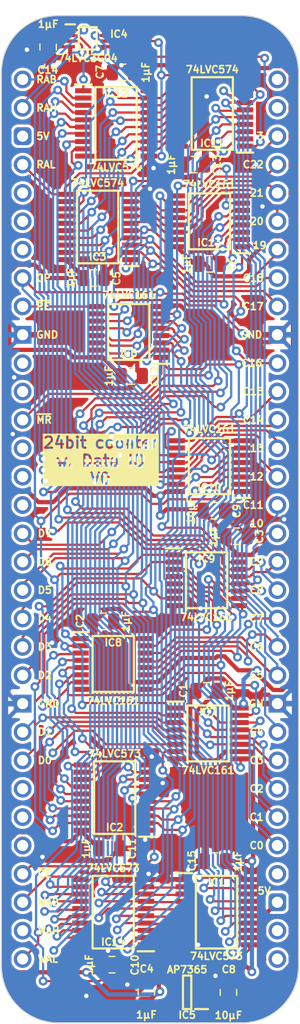
<source format=kicad_pcb>
(kicad_pcb (version 20221018) (generator pcbnew)
  (layers (0 "F.Cu" signal) (31 "B.Cu" signal) (36 "B.SilkS" user "B.Silkscreen") (37 "F.SilkS" user "F.Silkscreen") (38 "B.Mask" user) (39 "F.Mask" user) (44 "Edge.Cuts" user))
  (net 0 "")
  (net 1 "/5V")
  (net 2 "/GND")
  (net 3 "/3.3V")
  (net 4 "/LC0")
  (net 5 "/LC1")
  (net 6 "/LC2")
  (net 7 "/LC3")
  (net 8 "/C3")
  (net 9 "/C2")
  (net 10 "/C1")
  (net 11 "/C0")
  (net 12 "/TC_{0..3}")
  (net 13 "/LC4")
  (net 14 "/LC5")
  (net 15 "/LC6")
  (net 16 "/LC7")
  (net 17 "/C7")
  (net 18 "/C6")
  (net 19 "/C5")
  (net 20 "/C4")
  (net 21 "/TC_{4..7}")
  (net 22 "/LC8")
  (net 23 "/LC9")
  (net 24 "/LC10")
  (net 25 "/LC11")
  (net 26 "/C11")
  (net 27 "/C10")
  (net 28 "/C9")
  (net 29 "/C8")
  (net 30 "/TC_{8..11}")
  (net 31 "/LC12")
  (net 32 "/LC13")
  (net 33 "/LC14")
  (net 34 "/C14")
  (net 35 "/C13")
  (net 36 "/C12")
  (net 38 "/Write Start Address High")
  (net 39 "/D0")
  (net 40 "/D1")
  (net 41 "/D2")
  (net 42 "/D3")
  (net 43 "/D4")
  (net 44 "/D5")
  (net 45 "/D6")
  (net 46 "/D7")
  (net 47 "/Write Start Address Low")
  (net 48 "/~{Read Address Low}")
  (net 49 "/Read Address Low")
  (net 50 "/~{Read Address High}")
  (net 51 "/Read Address High")
  (net 53 "/~{Read Address Bank}")
  (net 54 "/~{MR}")
  (net 55 "/CP")
  (net 56 "/CE")
  (net 57 "/~{PE}")
  (net 58 "/LC15")
  (net 59 "/C15")
  (net 63 "/C16")
  (net 64 "/C17")
  (net 65 "/C18")
  (net 66 "/C19")
  (net 67 "/C20")
  (net 68 "/C21")
  (net 69 "/C22")
  (net 70 "/C23")
  (net 71 "/Read Address Bank")
  (net 72 "/LC16")
  (net 73 "/LC17")
  (net 74 "/LC18")
  (net 75 "/LC19")
  (net 76 "/TC_{12..15}")
  (net 77 "/TC_{16..19}")
  (net 78 "/LC20")
  (net 79 "/LC21")
  (net 80 "/LC22")
  (net 81 "/LC23")
  (net 82 "/Write Start Address Bank")
  (footprint "SamacSys_Parts:C_0805" (layer "F.Cu") (at 104.267 66.04 -90)
    (fp_text reference "C13")
    (fp_text value "1μF")
  )
  (footprint "SamacSys_Parts:C_0805" (layer "F.Cu") (at 97.917 57.785 90)
    (fp_text reference "C7")
    (fp_text value "1μF")
  )
  (footprint "SamacSys_Parts:SOP65P640X110-20N" (layer "F.Cu") (at 105.918 61.468 180)
    (fp_text reference "IC11")
    (fp_text value "74LVC574APW,118" hide)
  )
  (footprint "SamacSys_Parts:C_0805" (layer "F.Cu") (at 95.25 76.2 -90)
    (fp_text reference "C5")
    (fp_text value "1μF")
  )
  (footprint "SamacSys_Parts:C_0805" (layer "F.Cu") (at 91.186 55.499 180)
    (fp_text reference "C14")
    (fp_text value "1μF")
  )
  (footprint "SamacSys_Parts:SOP65P640X110-16N" (layer "F.Cu") (at 105.537 116.967)
    (fp_text reference "IC7")
    (fp_text value "74LVC161PW,112" hide)
  )
  (footprint "SamacSys_Parts:C_0805" (layer "F.Cu") (at 100.0044 140.1166)
    (fp_text reference "C4")
    (fp_text value "1μF")
  )
  (footprint "SamacSys_Parts:DIP-64_Board_W22.86mm" (layer "F.Cu") (at 88.9 58.42)
    (fp_text reference "J1" hide)
    (fp_text value "Conn_02x32_Counter_Clockwise")
    (fp_line (start -1.905 -0.635) (end -1.905 79.375) (stroke (width 0.1)) (layer "Edge.Cuts"))
    (fp_line (start 19.685 -5.715) (end 3.175 -5.715) (stroke (width 0.1)) (layer "Edge.Cuts"))
    (fp_line (start 19.685 84.455) (end 3.175 84.455) (stroke (width 0.1)) (layer "Edge.Cuts"))
    (fp_line (start 24.765 79.375) (end 24.765 -0.635) (stroke (width 0.1)) (layer "Edge.Cuts"))
    (fp_arc (start -1.905 -0.635) (mid -0.417102 -4.227102) (end 3.175 -5.715) (stroke (width 0.1)) (layer "Edge.Cuts"))
    (fp_arc (start 3.175 84.455) (mid -0.417102 82.967102) (end -1.905 79.375) (stroke (width 0.1)) (layer "Edge.Cuts"))
    (fp_arc (start 19.685 -5.715) (mid 23.277102 -4.227102) (end 24.765 -0.635) (stroke (width 0.1)) (layer "Edge.Cuts"))
    (fp_arc (start 24.765 79.375) (mid 23.277102 82.967102) (end 19.685 84.455) (stroke (width 0.1)) (layer "Edge.Cuts"))
  )
  (footprint "SamacSys_Parts:C_0805" (layer "F.Cu") (at 96.139 106.934 90)
    (fp_text reference "C2")
    (fp_text value "1μF")
  )
  (footprint "SamacSys_Parts:SOP65P640X110-16N" (layer "F.Cu") (at 105.66 93.035 180)
    (fp_text reference "IC10")
    (fp_text value "74LVC161PW,112" hide)
  )
  (footprint "SamacSys_Parts:SOP65P640X110-20N" (layer "F.Cu") (at 97.028 132.969 180)
    (fp_text reference "IC14")
    (fp_text value "74LVC573APW,118" hide)
  )
  (footprint "SamacSys_Parts:C_0805" (layer "F.Cu") (at 106.045 97.028 -90)
    (fp_text reference "C9")
    (fp_text value "10µF")
  )
  (footprint "SamacSys_Parts:C_0805" (layer "F.Cu") (at 107.3704 140.1674)
    (fp_text reference "C8")
    (fp_text value "10µF")
  )
  (footprint "SamacSys_Parts:SOP65P640X110-20N" (layer "F.Cu") (at 97.155 122.712 180)
    (fp_text reference "IC2")
    (fp_text value "74LVC573APW,118" hide)
  )
  (footprint "SamacSys_Parts:SOP65P640X110-16N" (layer "F.Cu") (at 105.664 71.12 180)
    (fp_text reference "IC13")
    (fp_text value "74LVC161PW,112" hide)
  )
  (footprint "SamacSys_Parts:C_0805" (layer "F.Cu") (at 98.679 84.963 -90)
    (fp_text reference "C12")
    (fp_text value "1μF")
  )
  (footprint "SamacSys_Parts:SOP65P640X110-16N" (layer "F.Cu") (at 105.41 103.251)
    (fp_text reference "IC9")
    (fp_text value "74LVC161PW,112" hide)
  )
  (footprint "SamacSys_Parts:C_0805" (layer "F.Cu") (at 96.647 127.254 -90)
    (fp_text reference "C11")
    (fp_text value "1μF")
  )
  (footprint "SamacSys_Parts:C_0805" (layer "F.Cu") (at 96.901 137.668 -90)
    (fp_text reference "C10")
    (fp_text value "1μF")
  )
  (footprint "SamacSys_Parts:C_0805" (layer "F.Cu") (at 106.172 128.397 90)
    (fp_text reference "C15")
    (fp_text value "1μF")
  )
  (footprint "SamacSys_Parts:SOP65P640X110-16N" (layer "F.Cu") (at 98.425 81.026 180)
    (fp_text reference "IC6")
    (fp_text value "74LVC161PW,112" hide)
  )
  (footprint "SamacSys_Parts:SOP65P640X110-20N" (layer "F.Cu") (at 97.282 62.357)
    (fp_text reference "IC12")
    (fp_text value "74LVC574APW,118" hide)
  )
  (footprint "SamacSys_Parts:SOP65P640X110-20N" (layer "F.Cu") (at 106.299 132.969)
    (fp_text reference "IC1")
    (fp_text value "74LVC573APW,118" hide)
  )
  (footprint "SamacSys_Parts:C_0805" (layer "F.Cu") (at 108.077 99.314 -90)
    (fp_text reference "C3")
    (fp_text value "1μF")
  )
  (footprint "SamacSys_Parts:SOP50P310X90-8N" (layer "F.Cu") (at 94.742 54.737)
    (fp_text reference "IC4")
    (fp_text value "SN74LVC3G04DCUR" hide)
  )
  (footprint "SamacSys_Parts:SOP65P640X110-20N" (layer "F.Cu") (at 95.631 71.628 180)
    (fp_text reference "IC3")
    (fp_text value "74LVC574APW,118" hide)
  )
  (footprint "SamacSys_Parts:SOP65P640X110-16N" (layer "F.Cu") (at 97.028 110.744)
    (fp_text reference "IC8")
    (fp_text value "74LVC161PW,112" hide)
  )
  (footprint "SamacSys_Parts:SOT95P285X130-5N" (layer "F.Cu") (at 103.662 140.142 180)
    (fp_text reference "IC5")
    (fp_text value "AP7365-33WG-7" hide)
  )
  (footprint "SamacSys_Parts:C_0805" (layer "F.Cu") (at 105.664 74.93 -90)
    (fp_text reference "C6")
    (fp_text value "1μF")
  )
  (footprint "SamacSys_Parts:C_0805" (layer "F.Cu") (at 105.41 113.157 90)
    (fp_text reference "C1")
    (fp_text value "1μF")
  )
  (gr_text "5V" (at 111.252 131.064) (layer "F.SilkS") (effects (font (size 0.635 0.635)) (justify right)))
  (gr_text "WAB" (at 90.17 132.08) (layer "F.SilkS") (effects (font (size 0.635 0.635)) (justify left)))
  (gr_text "C1" (at 110.617 124.46) (layer "F.SilkS") (effects (font (size 0.635 0.635)) (justify right)))
  (gr_text "D6" (at 90.17 101.6) (layer "F.SilkS") (effects (font (size 0.635 0.635)) (justify left)))
  (gr_text "C7" (at 110.617 106.68) (layer "F.SilkS") (effects (font (size 0.635 0.635)) (justify right)))
  (gr_text "RAH" (at 90.043 60.96) (layer "F.SilkS") (effects (font (size 0.635 0.635)) (justify left)))
  (gr_text "GND" (at 110.49 81.28) (layer "F.SilkS") (effects (font (size 0.635 0.635)) (justify right)))
  (gr_text "GND" (at 90.17 114.3) (layer "F.SilkS") (effects (font (size 0.635 0.635)) (justify left)))
  (gr_text "24bit counter\nw. Data IO\nV0" (at 95.885 94.742) (layer "F.SilkS" knockout) (effects (font (size 1 1) (thickness 0.2) bold) (justify bottom)))
  (gr_text "C22" (at 110.617 66.04) (layer "F.SilkS") (effects (font (size 0.635 0.635)) (justify right)))
  (gr_text "D0" (at 90.17 119.38) (layer "F.SilkS") (effects (font (size 0.635 0.635)) (justify left)))
  (gr_text "13" (at 110.617 91.44) (layer "F.SilkS") (effects (font (size 0.635 0.635)) (justify right)))
  (gr_text "D1" (at 90.17 116.84) (layer "F.SilkS") (effects (font (size 0.635 0.635)) (justify left)))
  (gr_text "D5" (at 90.17 104.14) (layer "F.SilkS") (effects (font (size 0.635 0.635)) (justify left)))
  (gr_text "D7" (at 90.17 99.06) (layer "F.SilkS") (effects (font (size 0.635 0.635)) (justify left)))
  (gr_text "~{MR}" (at 90.043 88.9) (layer "F.SilkS") (effects (font (size 0.635 0.635)) (justify left)))
  (gr_text "C18" (at 110.617 76.2) (layer "F.SilkS") (effects (font (size 0.635 0.635)) (justify right)))
  (gr_text "C14" (at 110.617 88.9) (layer "F.SilkS") (effects (font (size 0.635 0.635)) (justify right)))
  (gr_text "~{CE}" (at 90.17 129.54) (layer "F.SilkS") (effects (font (size 0.635 0.635)) (justify left)))
  (gr_text "C6" (at 110.617 109.22) (layer "F.SilkS") (effects (font (size 0.635 0.635)) (justify right)))
  (gr_text "D2" (at 90.17 111.76) (layer "F.SilkS") (effects (font (size 0.635 0.635)) (justify left)))
  (gr_text "RAB" (at 90.043 58.42) (layer "F.SilkS") (effects (font (size 0.635 0.635)) (justify left)))
  (gr_text "12" (at 110.617 93.98) (layer "F.SilkS") (effects (font (size 0.635 0.635)) (justify right)))
  (gr_text "C15" (at 110.617 86.36) (layer "F.SilkS") (effects (font (size 0.635 0.635)) (justify right)))
  (gr_text "C0" (at 110.617 127) (layer "F.SilkS") (effects (font (size 0.635 0.635)) (justify right)))
  (gr_text "WAH" (at 90.17 134.62) (layer "F.SilkS") (effects (font (size 0.635 0.635)) (justify left)))
  (gr_text "C5" (at 110.617 111.76) (layer "F.SilkS") (effects (font (size 0.635 0.635)) (justify right)))
  (gr_text "C8" (at 110.617 104.14) (layer "F.SilkS") (effects (font (size 0.635 0.635)) (justify right)))
  (gr_text "C4" (at 110.617 116.84) (layer "F.SilkS") (effects (font (size 0.635 0.635)) (justify right)))
  (gr_text "D4" (at 90.17 106.68) (layer "F.SilkS") (effects (font (size 0.635 0.635)) (justify left)))
  (gr_text "C11" (at 110.617 96.52) (layer "F.SilkS") (effects (font (size 0.635 0.635)) (justify right)))
  (gr_text "10" (at 110.617 98.171) (layer "F.SilkS") (effects (font (size 0.635 0.635)) (justify right)))
  (gr_text "21" (at 110.617 68.58) (layer "F.SilkS") (effects (font (size 0.635 0.635)) (justify right)))
  (gr_text "~{PE}" (at 90.043 78.74) (layer "F.SilkS") (effects (font (size 0.635 0.635)) (justify left)))
  (gr_text "19" (at 110.871 73.279) (layer "F.SilkS") (effects (font (size 0.635 0.635)) (justify right)))
  (gr_text "C17" (at 110.617 78.74) (layer "F.SilkS") (effects (font (size 0.635 0.635)) (justify right)))
  (gr_text "C2" (at 110.617 121.92) (layer "F.SilkS") (effects (font (size 0.635 0.635)) (justify right)))
  (gr_text "WAL" (at 90.17 137.16) (layer "F.SilkS") (effects (font (size 0.635 0.635)) (justify left)))
  (gr_text "C3" (at 110.617 119.38) (layer "F.SilkS") (effects (font (size 0.635 0.635)) (justify right)))
  (gr_text "3" (at 110.617 63.5) (layer "F.SilkS") (effects (font (size 0.635 0.635)) (justify right)))
  (gr_text "GN" (at 110.617 114.3) (layer "F.SilkS") (effects (font (size 0.635 0.635)) (justify right)))
  (gr_text "RAL" (at 90.043 66.04) (layer "F.SilkS") (effects (font (size 0.635 0.635)) (justify left)))
  (gr_text "CP" (at 90.043 76.2) (layer "F.SilkS") (effects (font (size 0.635 0.635)) (justify left)))
  (gr_text "C9" (at 110.617 101.6) (layer "F.SilkS") (effects (font (size 0.635 0.635)) (justify right)))
  (gr_text "D3" (at 90.17 109.22) (layer "F.SilkS") (effects (font (size 0.635 0.635)) (justify left)))
  (gr_text "20" (at 110.617 71.12) (layer "F.SilkS") (effects (font (size 0.635 0.635)) (justify right)))
  (gr_text "C16" (at 110.49 83.82) (layer "F.SilkS") (effects (font (size 0.635 0.635)) (justify right)))
  (gr_text "GND" (at 90.043 81.28) (layer "F.SilkS") (effects (font (size 0.635 0.635)) (justify left)))
  (gr_text "5V" (at 90.043 63.5) (layer "F.SilkS") (effects (font (size 0.635 0.635)) (justify left)))
  (segment (start 105.76 141.092) (end 104.962 141.092) (width 0.38) (layer "F.Cu") (net 1))
  (segment (start 111.76 132.08) (end 110.57 133.27) (width 0.38) (layer "F.Cu") (net 1))
  (segment (start 108.8346 141.1014) (end 107.3704 141.1014) (width 0.38) (layer "F.Cu") (net 1))
  (segment (start 105.61068 139.192) (end 105.927 139.50832) (width 0.38) (layer "F.Cu") (net 1))
  (segment (start 105.927 140.925) (end 105.76 141.092) (width 0.38) (layer "F.Cu") (net 1))
  (segment (start 106.583 140.142) (end 105.927 140.142) (width 0.38) (layer "F.Cu") (net 1))
  (segment (start 105.927 140.142) (end 105.927 140.925) (width 0.38) (layer "F.Cu") (net 1))
  (segment (start 107.345 140.904) (end 106.583 140.142) (width 0.38) (layer "F.Cu") (net 1))
  (segment (start 105.927 139.50832) (end 105.927 140.142) (width 0.38) (layer "F.Cu") (net 1))
  (segment (start 110.57 133.27) (end 110.57 139.366) (width 0.38) (layer "F.Cu") (net 1))
  (segment (start 104.962 139.192) (end 105.61068 139.192) (width 0.38) (layer "F.Cu") (net 1))
  (segment (start 110.57 139.366) (end 108.8346 141.1014) (width 0.38) (layer "F.Cu") (net 1))
  (segment (start 93.167 56.058) (end 93.167 55.527) (width 0.38) (layer "F.Cu") (net 2))
  (segment (start 107.345 139.176) (end 106.671 138.502) (width 0.38) (layer "F.Cu") (net 2))
  (segment (start 89.993 56.465) (end 89.281 55.753) (width 0.38) (layer "F.Cu") (net 2))
  (segment (start 100.235 78.761) (end 100.245 78.751) (width 0.38) (layer "F.Cu") (net 2))
  (segment (start 106.366091 138.502) (end 106.202 138.666091) (width 0.38) (layer "F.Cu") (net 2))
  (segment (start 95.885 64.8585) (end 95.4615 65.282) (width 0.38) (layer "F.Cu") (net 2))
  (segment (start 104.007 140.142) (end 104.962 140.142) (width 0.38) (layer "F.Cu") (net 2))
  (segment (start 105.537 70.194522) (end 106.886522 68.845) (width 0.38) (layer "F.Cu") (net 2))
  (segment (start 108.115501 97.579077) (end 107.908866 97.372442) (width 0.38) (layer "F.Cu") (net 2))
  (segment (start 103.717 119.242) (end 102.612 119.242) (width 0.38) (layer "F.Cu") (net 2))
  (segment (start 111.76 114.3) (end 110.960001 113.500001) (width 0.38) (layer "F.Cu") (net 2))
  (segment (start 99.966 129.777) (end 100.203 129.54) (width 0.38) (layer "F.Cu") (net 2))
  (segment (start 108.856 58.543) (end 106.557 58.543) (width 0.38) (layer "F.Cu") (net 2))
  (segment (start 109.043 99.314) (end 108.115501 98.386501) (width 0.38) (layer "F.Cu") (net 2))
  (segment (start 109.7 95.855036) (end 109.010486 96.54455) (width 0.38) (layer "F.Cu") (net 2))
  (segment (start 110.960001 113.500001) (end 108.293001 113.500001) (width 0.38) (layer "F.Cu") (net 2))
  (segment (start 98.569 68.703) (end 99.837104 68.703) (width 0.38) (layer "F.Cu") (net 2))
  (segment (start 91.186 56.465) (end 89.993 56.465) (width 0.38) (layer "F.Cu") (net 2))
  (segment (start 105.233 66.04) (end 105.643002 65.629998) (width 0.38) (layer "F.Cu") (net 2))
  (segment (start 92.687022 106.934) (end 91.543002 108.07802) (width 0.38) (layer "F.Cu") (net 2))
  (segment (start 95.173 106.934) (end 92.687022 106.934) (width 0.38) (layer "F.Cu") (net 2))
  (segment (start 108.589 68.845) (end 109.694 68.845) (width 0.38) (layer "F.Cu") (net 2))
  (segment (start 105.537 73.837) (end 105.537 70.194522) (width 0.38) (layer "F.Cu") (net 2))
  (segment (start 110.567 97.79) (end 109.043 99.314) (width 0.38) (layer "F.Cu") (net 2))
  (segment (start 99.979 139.445903) (end 98.864 140.560903) (width 0.38) (layer "F.Cu") (net 2))
  (segment (start 105.233 66.04) (end 104.118 67.155) (width 0.38) (layer "F.Cu") (net 2))
  (segment (start 99.83 139.027) (end 99.411 139.446) (width 0.38) (layer "F.Cu") (net 2))
  (segment (start 101.473 121.412) (end 102.612 120.273) (width 0.38) (layer "F.Cu") (net 2))
  (segment (start 99.114297 127.254) (end 99.892779 126.475518) (width 0.38) (layer "F.Cu") (net 2))
  (segment (start 106.037909 138.502) (end 106.202 138.666091) (width 0.38) (layer "F.Cu") (net 2))
  (segment (start 107.569 112.751903) (end 106.859097 112.042) (width 0.38) (layer "F.Cu") (net 2))
  (segment (start 97.599097 105.83) (end 97.702 105.83) (width 0.38) (layer "F.Cu") (net 2))
  (segment (start 99.187 84.505) (end 99.187 83.351664) (width 0.38) (layer "F.Cu") (net 2))
  (segment (start 97.4415 74.579926) (end 96.216 75.805426) (width 0.38) (layer "F.Cu") (net 2))
  (segment (start 108.293001 113.500001) (end 107.569 112.776) (width 0.38) (layer "F.Cu") (net 2))
  (segment (start 104.443982 129.159018) (end 103.759009 129.159018) (width 0.38) (layer "F.Cu") (net 2))
  (segment (start 95.208 113.019) (end 94.103 113.019) (width 0.38) (layer "F.Cu") (net 2))
  (segment (start 97.767564 57.145574) (end 97.590426 57.145574) (width 0.38) (layer "F.Cu") (net 2))
  (segment (start 102.612 120.273) (end 102.612 119.242) (width 0.38) (layer "F.Cu") (net 2))
  (segment (start 103.54798 79.141) (end 105.401735 79.141) (width 0.38) (layer "F.Cu") (net 2))
  (segment (start 105.413904 65.712904) (end 105.413904 59.944) (width 0.38) (layer "F.Cu") (net 2))
  (segment (start 107.011 97.028) (end 107.355442 97.372442) (width 0.38) (layer "F.Cu") (net 2))
  (segment (start 91.543002 108.07802) (end 91.543002 108.842841) (width 0.38) (layer "F.Cu") (net 2))
  (segment (start 108.115501 98.386501) (end 108.115501 97.579077) (width 0.38) (layer "F.Cu") (net 2))
  (segment (start 104.534552 105.526) (end 104.57751 105.568958) (width 0.38) (layer "F.Cu") (net 2))
  (segment (start 109.445008 65.629998) (end 109.855 66.03999) (width 0.38) (layer "F.Cu") (net 2))
  (segment (start 104.648 135.89) (end 103.365 135.89) (width 0.38) (layer "F.Cu") (net 2))
  (segment (start 111.097 81.943) (end 111.76 81.28) (width 0.38) (layer "F.Cu") (net 2))
  (segment (start 96.567915 136.419366) (end 96.618366 136.419366) (width 0.38) (layer "F.Cu") (net 2))
  (segment (start 104.444 113.157) (end 103.941 113.66) (width 0.38) (layer "F.Cu") (net 2))
  (segment (start 99.966 136.499) (end 99.966 135.894) (width 0.38) (layer "F.Cu") (net 2))
  (segment (start 98.53 86.078) (end 96.979823 86.078) (width 0.38) (layer "F.Cu") (net 2))
  (segment (start 103.941 113.66) (end 103.941 119.018) (width 0.38) (layer "F.Cu") (net 2))
  (segment (start 109.7 90.795) (end 109.7 93.98) (width 0.38) (layer "F.Cu") (net 2))
  (segment (start 92.76 56.465) (end 93.167 56.058) (width 0.38) (layer "F.Cu") (net 2))
  (segment (start 98.797 137.668) (end 99.966 136.499) (width 0.38) (layer "F.Cu") (net 2))
  (segment (start 103.916 138.583) (end 103.997 138.502) (width 0.38) (layer "F.Cu") (net 2))
  (segment (start 102.496921 78.654882) (end 103.061864 78.654882) (width 0.38) (layer "F.Cu") (net 2))
  (segment (start 98.864 140.560903) (end 98.864 141.591098) (width 0.38) (layer "F.Cu") (net 2))
  (segment (start 104.826199 105.778958) (end 104.876615 105.778958) (width 0.38) (layer "F.Cu") (net 2))
  (segment (start 106.63 74.93) (end 105.537 73.837) (width 0.38) (layer "F.Cu") (net 2))
  (segment (start 97.588097 105.819) (end 97.599097 105.83) (width 0.38) (layer "F.Cu") (net 2))
  (segment (start 103.941 119.018) (end 103.717 119.242) (width 0.38) (layer "F.Cu") (net 2))
  (segment (start 98.569 68.703) (end 97.4515 68.703) (width 0.38) (layer "F.Cu") (net 2))
  (segment (start 100.093 119.787) (end 100.093 119.433429) (width 0.38) (layer "F.Cu") (net 2))
  (segment (start 108.203735 81.943) (end 111.097 81.943) (width 0.38) (layer "F.Cu") (net 2))
  (segment (start 99.645 84.963) (end 99.187 84.505) (width 0.38) (layer "F.Cu") (net 2))
  (segment (start 103.916 140.051) (end 103.916 138.583) (width 0.38) (layer "F.Cu") (net 2))
  (segment (start 97.613 127.254) (end 96.498 128.369) (width 0.38) (layer "F.Cu") (net 2))
  (segment (start 100.093 119.433429) (end 100.485471 119.040958) (width 0.38) (layer "F.Cu") (net 2))
  (segment (start 108.585 90.76) (end 109.665 90.76) (width 0.38) (layer "F.Cu") (net 2))
  (segment (start 98.864 141.591098) (end 99.213502 141.9406) (width 0.38) (layer "F.Cu") (net 2))
  (segment (start 104.666616 105.568959) (end 104.876615 105.778958) (width 0.38) (layer "F.Cu") (net 2))
  (segment (start 104.118 67.155) (end 101.445 67.155) (width 0.38) (layer "F.Cu") (net 2))
  (segment (start 112.367 97.79) (end 110.567 97.79) (width 0.38) (layer "F.Cu") (net 2))
  (segment (start 99.411 139.446) (end 98.298 139.446) (width 0.38) (layer "F.Cu") (net 2))
  (segment (start 100.076 125.654) (end 100.076 126.292297) (width 0.38) (layer "F.Cu") (net 2))
  (segment (start 103.361 129.557027) (end 103.759009 129.159018) (width 0.38) (layer "F.Cu") (net 2))
  (segment (start 107.355442 97.372442) (end 107.908866 97.372442) (width 0.38) (layer "F.Cu") (net 2))
  (segment (start 96.979823 86.078) (end 95.991823 85.09) (width 0.38) (layer "F.Cu") (net 2))
  (segment (start 99.966 130.044) (end 99.966 129.777) (width 0.38) (layer "F.Cu") (net 2))
  (segment (start 103.596135 107.009022) (end 104.826199 105.778958) (width 0.38) (layer "F.Cu") (net 2))
  (segment (start 107.49445 96.54455) (end 107.011 97.028) (width 0.38) (layer "F.Cu") (net 2))
  (segment (start 105.413904 59.686096) (end 105.413904 59.944) (width 0.38) (layer "F.Cu") (net 2))
  (segment (start 103.916 140.051) (end 104.007 140.142) (width 0.38) (layer "F.Cu") (net 2))
  (segment (start 96.498 128.369) (end 91.031 128.369) (width 0.38) (layer "F.Cu") (net 2))
  (segment (start 99.837104 68.703) (end 100.33 68.210104) (width 0.38) (layer "F.Cu") (net 2))
  (segment (start 105.643002 65.629998) (end 109.445008 65.629998) (width 0.38) (layer "F.Cu") (net 2))
  (segment (start 101.35 78.751) (end 102.400803 78.751) (width 0.38) (layer "F.Cu") (net 2))
  (segment (start 109.665 90.76) (end 109.7 90.795) (width 0.38) (layer "F.Cu") (net 2))
  (segment (start 97.282 140.462) (end 94.615 140.462) (width 0.38) (layer "F.Cu") (net 2))
  (segment (start 99.213502 141.9406) (end 103.1684 141.9406) (width 0.38) (layer "F.Cu") (net 2))
  (segment (start 97.4515 68.703) (end 97.4415 68.713) (width 0.38) (layer "F.Cu") (net 2))
  (segment (start 101.445 67.155) (end 100.6475 66.3575) (width 0.38) (layer "F.Cu") (net 2))
  (segment (start 97.613 127.254) (end 99.114297 127.254) (width 0.38) (layer "F.Cu") (net 2))
  (segment (start 97.867 137.668) (end 98.797 137.668) (width 0.38) (layer "F.Cu") (net 2))
  (segment (start 95.442903 106.934) (end 96.557903 105.819) (width 0.38) (layer "F.Cu") (net 2))
  (segment (start 95.427 112.8) (end 95.208 113.019) (width 0.38) (layer "F.Cu") (net 2))
  (segment (start 97.702 105.83) (end 98.881022 107.009022) (width 0.38) (layer "F.Cu") (net 2))
  (segment (start 105.206 128.397) (end 104.443982 129.159018) (width 0.38) (layer "F.Cu") (net 2))
  (segment (start 91.186 56.465) (end 92.76 56.465) (width 0.38) (layer "F.Cu") (net 2))
  (segment (start 95.991823 85.09) (end 88.138002 85.09) (width 0.38) (layer "F.Cu") (net 2))
  (segment (start 106.859097 112.042) (end 105.559 112.042) (width 0.38) (layer "F.Cu") (net 2))
  (segment (start 106.671 138.502) (end 106.366091 138.502) (width 0.38) (layer "F.Cu") (net 2))
  (segment (start 104.57751 105.568958) (end 104.666616 105.568959) (width 0.38) (layer "F.Cu") (net 2))
  (segment (start 102.400803 78.751) (end 102.496921 78.654882) (width 0.38) (layer "F.Cu") (net 2))
  (segment (start 109.694 68.845) (end 110.423703 69.574703) (width 0.38) (layer "F.Cu") (net 2))
  (segment (start 95.885 58.547) (end 95.885 64.8585) (width 0.38) (layer "F.Cu") (net 2))
  (segment (start 98.298 139.446) (end 97.282 140.462) (width 0.38) (layer "F.Cu") (net 2))
  (segment (start 100.235 82.303664) (end 100.235 78.761) (width 0.38) (layer "F.Cu") (net 2))
  (segment (start 109.010486 96.54455) (end 107.49445 96.54455) (width 0.38) (layer "F.Cu") (net 2))
  (segment (start 103.997 138.502) (end 106.037909 138.502) (width 0.38) (layer "F.Cu") (net 2))
  (segment (start 97.4415 68.713) (end 97.4415 74.579926) (width 0.38) (layer "F.Cu") (net 2))
  (segment (start 102.485 105.526) (end 104.534552 105.526) (width 0.38) (layer "F.Cu") (net 2))
  (segment (start 96.557903 105.819) (end 97.588097 105.819) (width 0.38) (layer "F.Cu") (net 2))
  (segment (start 110.423703 69.574703) (end 110.423703 69.789297) (width 0.38) (layer "F.Cu") (net 2))
  (segment (start 103.1684 141.9406) (end 103.916 141.193) (width 0.38) (layer "F.Cu") (net 2))
  (segment (start 100.245 78.751) (end 101.35 78.751) (width 0.38) (layer "F.Cu") (net 2))
  (segment (start 103.361 130.044) (end 103.361 129.557027) (width 0.38) (layer "F.Cu") (net 2))
  (segment (start 99.645 84.963) (end 98.53 86.078) (width 0.38) (layer "F.Cu") (net 2))
  (segment (start 105.401735 79.141) (end 108.203735 81.943) (width 0.38) (layer "F.Cu") (net 2))
  (segment (start 107.569 112.776) (end 107.569 112.751903) (width 0.38) (layer "F.Cu") (net 2))
  (segment (start 100.076 126.292297) (end 99.892779 126.475518) (width 0.38) (layer "F.Cu") (net 2))
  (segment (start 99.187 83.351664) (end 100.235 82.303664) (width 0.38) (layer "F.Cu") (net 2))
  (segment (start 96.647 57.785) (end 95.885 58.547) (width 0.38) (layer "F.Cu") (net 2))
  (segment (start 97.590426 57.145574) (end 96.951 57.785) (width 0.38) (layer "F.Cu") (net 2))
  (segment (start 98.881022 107.009022) (end 103.596135 107.009022) (width 0.38) (layer "F.Cu") (net 2))
  (segment (start 91.031 128.369) (end 90.678 128.016) (width 0.38) (layer "F.Cu") (net 2))
  (segment (start 106.886522 68.845) (end 108.589 68.845) (width 0.38) (layer "F.Cu") (net 2))
  (segment (start 105.559 112.042) (end 104.444 113.157) (width 0.38) (layer "F.Cu") (net 2))
  (segment (start 109.7 93.98) (end 109.7 95.855036) (width 0.38) (layer "F.Cu") (net 2))
  (segment (start 95.427 107.188) (end 95.427 112.8) (width 0.38) (layer "F.Cu") (net 2))
  (segment (start 103.916 141.193) (end 103.916 140.051) (width 0.38) (layer "F.Cu") (net 2))
  (segment (start 95.4615 65.282) (end 94.344 65.282) (width 0.38) (layer "F.Cu") (net 2))
  (segment (start 96.618366 136.419366) (end 97.867 137.668) (width 0.38) (layer "F.Cu") (net 2))
  (segment (start 103.061864 78.654882) (end 103.54798 79.141) (width 0.38) (layer "F.Cu") (net 2))
  (segment (start 106.557 58.543) (end 105.413904 59.686096) (width 0.38) (layer "F.Cu") (net 2))
  (via (at 105.413904 59.944) (size 0.8) (drill 0.4) (layers "F.Cu" "B.Cu") (net 2))
  (via (at 104.648 135.89) (size 0.8) (drill 0.4) (layers "F.Cu" "B.Cu") (net 2))
  (via (at 110.423703 69.789297) (size 0.8) (drill 0.4) (layers "F.Cu" "B.Cu") (net 2))
  (via (at 100.203 129.54) (size 0.8) (drill 0.4) (layers "F.Cu" "B.Cu") (net 2))
  (via (at 104.876615 105.778958) (size 0.8) (drill 0.4) (layers "F.Cu" "B.Cu") (net 2))
  (via (at 100.485471 119.040958) (size 0.8) (drill 0.4) (layers "F.Cu" "B.Cu") (net 2))
  (via (at 101.473 121.412) (size 0.8) (drill 0.4) (layers "F.Cu" "B.Cu") (net 2))
  (via (at 91.543002 108.842841) (size 0.8) (drill 0.4) (layers "F.Cu" "B.Cu") (net 2))
  (via (at 106.202 138.666091) (size 0.8) (drill 0.4) (layers "F.Cu" "B.Cu") (net 2))
  (via (at 107.908866 97.372442) (size 0.8) (drill 0.4) (layers "F.Cu" "B.Cu") (net 2))
  (via (at 112.367 97.79) (size 0.8) (drill 0.4) (layers "F.Cu" "B.Cu") (net 2))
  (via (at 89.281 55.753) (size 0.8) (drill 0.4) (layers "F.Cu" "B.Cu") (net 2))
  (via (at 98.298 139.446) (size 0.8) (drill 0.4) (layers "F.Cu" "B.Cu") (net 2))
  (via (at 88.011004 90.169809) (size 0.8) (drill 0.4) (layers "F.Cu" "B.Cu") (net 2))
  (via (at 99.892779 126.475518) (size 0.8) (drill 0.4) (layers "F.Cu" "B.Cu") (net 2))
  (via (at 100.6475 66.3575) (size 0.8) (drill 0.4) (layers "F.Cu" "B.Cu") (net 2))
  (via (at 94.615 140.462) (size 0.8) (drill 0.4) (layers "F.Cu" "B.Cu") (net 2))
  (via (at 103.759009 129.159018) (size 0.8) (drill 0.4) (layers "F.Cu" "B.Cu") (net 2))
  (via (at 96.567915 136.419366) (size 0.8) (drill 0.4) (layers "F.Cu" "B.Cu") (net 2))
  (via (at 88.138002 85.09) (size 0.8) (drill 0.4) (layers "F.Cu" "B.Cu") (net 2))
  (via (at 90.678 128.016) (size 0.8) (drill 0.4) (layers "F.Cu" "B.Cu") (net 2))
  (via (at 97.767564 57.145574) (size 0.8) (drill 0.4) (layers "F.Cu" "B.Cu") (net 2))
  (via (at 109.855 66.03999) (size 0.8) (drill 0.4) (layers "F.Cu" "B.Cu") (net 2))
  (via (at 100.33 68.210104) (size 0.8) (drill 0.4) (layers "F.Cu" "B.Cu") (net 2))
  (segment (start 89.614851 140.462) (end 87.71 138.557149) (width 0.38) (layer "B.Cu") (net 2))
  (segment (start 112.95 137.652915) (end 111.283915 139.319) (width 0.38) (layer "B.Cu") (net 2))
  (segment (start 112.95 115.49) (end 112.95 137.652915) (width 0.38) (layer "B.Cu") (net 2))
  (segment (start 87.71 80.09) (end 88.9 81.28) (width 0.38) (layer "B.Cu") (net 2))
  (segment (start 87.63 113.411) (end 87.63 103.727085) (width 0.38) (layer "B.Cu") (net 2))
  (segment (start 87.71 84.661998) (end 88.138002 85.09) (width 0.38) (layer "B.Cu") (net 2))
  (segment (start 105.512138 102.050615) (end 105.512138 102.119815) (width 0.38) (layer "B.Cu") (net 2))
  (segment (start 87.71 57.23) (end 87.71 80.09) (width 0.38) (layer "B.Cu") (net 2))
  (segment (start 105.512138 102.119815) (end 105.049367 102.582586) (width 0.38) (layer "B.Cu") (net 2))
  (segment (start 99.892779 126.475518) (end 99.892779 122.426257) (width 0.38) (layer "B.Cu") (net 2))
  (segment (start 100.470676 121.158) (end 101.219 121.158) (width 0.38) (layer "B.Cu") (net 2))
  (segment (start 91.491308 108.791147) (end 91.543002 108.842841) (width 0.38) (layer "B.Cu") (net 2))
  (segment (start 87.71 127.492915) (end 87.71 115.49) (width 0.38) (layer "B.Cu") (net 2))
  (segment (start 104.746488 102.816265) (end 104.746488 105.648831) (width 0.38) (layer "B.Cu") (net 2))
  (segment (start 106.854909 139.319) (end 106.202 138.666091) (width 0.38) (layer "B.Cu") (net 2))
  (segment (start 88.407085 128.19) (end 87.71 127.492915) (width 0.38) (layer "B.Cu") (net 2))
  (segment (start 104.980167 102.582586) (end 104.746488 102.816265) (width 0.38) (layer "B.Cu") (net 2))
  (segment (start 87.71 89.868805) (end 88.011004 90.169809) (width 0.38) (layer "B.Cu") (net 2))
  (segment (start 90.504 128.19) (end 88.407085 128.19) (width 0.38) (layer "B.Cu") (net 2))
  (segment (start 111.76 81.28) (end 113.35 82.87) (width 0.38) (layer "B.Cu") (net 2))
  (segment (start 88.138002 85.09) (end 87.71 85.518002) (width 0.38) (layer "B.Cu") (net 2))
  (segment (start 112.95 70.467085) (end 112.272212 69.789297) (width 0.38) (layer "B.Cu") (net 2))
  (segment (start 100.470676 121.158) (end 100.470676 119.055753) (width 0.38) (layer "B.Cu") (net 2))
  (segment (start 87.71 90.470813) (end 88.011004 90.169809) (width 0.38) (layer "B.Cu") (net 2))
  (segment (start 89.187 55.753) (end 87.71 57.23) (width 0.38) (layer "B.Cu") (net 2))
  (segment (start 89.281 55.659) (end 89.281 55.753) (width 0.38) (layer "B.Cu") (net 2))
  (segment (start 107.908866 97.372442) (end 106.495 98.786308) (width 0.38) (layer "B.Cu") (net 2))
  (segment (start 100.203 129.54) (end 99.822 129.159) (width 0.38) (layer "B.Cu") (net 2))
  (segment (start 87.71 128.887085) (end 88.407085 128.19) (width 0.38) (layer "B.Cu") (net 2))
  (segment (start 88.407085 102.95) (end 89.392915 102.95) (width 0.38) (layer "B.Cu") (net 2))
  (segment (start 100.470676 121.84836) (end 100.470676 121.158) (width 0.38) (layer "B.Cu") (net 2))
  (segment (start 103.759009 131.572009) (end 104.648 132.461) (width 0.38) (layer "B.Cu") (net 2))
  (segment (start 94.615 140.462) (end 89.614851 140.462) (width 0.38) (layer "B.Cu") (net 2))
  (segment (start 100.33 68.210104) (end 100.33 66.675) (width 0.38) (layer "B.Cu") (net 2))
  (segment (start 89.281 55.753) (end 89.187 55.753) (width 0.38) (layer "B.Cu") (net 2))
  (segment (start 97.767564 55.476564) (end 95.504 53.213) (width 0.38) (layer "B.Cu") (net 2))
  (segment (start 99.892779 122.426257) (end 100.470676 121.84836) (width 0.38) (layer "B.Cu") (net 2))
  (segment (start 113.35 98.773) (end 112.367 97.79) (width 0.38) (layer "B.Cu") (net 2))
  (segment (start 100.33 59.70801) (end 100.33 66.04) (width 0.38) (layer "B.Cu") (net 2))
  (segment (start 88.407085 102.95) (end 87.71 102.252915) (width 0.38) (layer "B.Cu") (net 2))
  (segment (start 87.71 115.49) (end 88.9 114.3) (width 0.38) (layer "B.Cu") (net 2))
  (segment (start 96.52 136.371451) (end 96.567915 136.419366) (width 0.38) (layer "B.Cu") (net 2))
  (segment (start 113.35 82.87) (end 113.35 96.807) (width 0.38) (layer "B.Cu") (net 2))
  (segment (start 91.491308 105.048393) (end 91.491308 108.791147) (width 0.38) (layer "B.Cu") (net 2))
  (segment (start 99.822 129.159) (end 99.822 126.546297) (width 0.38) (layer "B.Cu") (net 2))
  (segment (start 113.35 96.807) (end 112.367 97.79) (width 0.38) (layer "B.Cu") (net 2))
  (segment (start 110.423703 66.608693) (end 109.855 66.03999) (width 0.38) (layer "B.Cu") (net 2))
  (segment (start 106.495 98.786308) (end 106.495 101.067754) (width 0.38) (layer "B.Cu") (net 2))
  (segment (start 110.423703 69.789297) (end 110.423703 66.608693) (width 0.38) (layer "B.Cu") (net 2))
  (segment (start 103.759009 129.159018) (end 103.759009 131.572009) (width 0.38) (layer "B.Cu") (net 2))
  (segment (start 111.76 114.3) (end 112.95 115.49) (width 0.38) (layer "B.Cu") (net 2))
  (segment (start 106.495 101.067754) (end 105.512138 102.050615) (width 0.38) (layer "B.Cu") (net 2))
  (segment (start 87.71 102.252915) (end 87.71 90.470813) (width 0.38) (layer "B.Cu") (net 2))
  (segment (start 111.76 114.3) (end 113.35 112.71) (width 0.38) (layer "B.Cu") (net 2))
  (segment (start 105.049367 102.582586) (end 104.980167 102.582586) (width 0.38) (layer "B.Cu") (net 2))
  (segment (start 113.35 112.71) (end 113.35 98.773) (width 0.38) (layer "B.Cu") (net 2))
  (segment (start 87.63 103.727085) (end 88.407085 102.95) (width 0.38) (layer "B.Cu") (net 2))
  (segment (start 112.95 80.09) (end 112.95 70.467085) (width 0.38) (layer "B.Cu") (net 2))
  (segment (start 90.678 128.016) (end 90.504 128.19) (width 0.38) (layer "B.Cu") (net 2))
  (segment (start 112.272212 69.789297) (end 110.423703 69.789297) (width 0.38) (layer "B.Cu") (net 2))
  (segment (start 101.219 121.158) (end 101.473 121.412) (width 0.38) (layer "B.Cu") (net 2))
  (segment (start 96.52 133.223) (end 96.52 136.371451) (width 0.38) (layer "B.Cu") (net 2))
  (segment (start 87.71 85.518002) (end 87.71 89.868805) (width 0.38) (layer "B.Cu") (net 2))
  (segment (start 91.727 53.213) (end 89.281 55.659) (width 0.38) (layer "B.Cu") (net 2))
  (segment (start 88.519 114.3) (end 87.63 113.411) (width 0.38) (layer "B.Cu") (net 2))
  (segment (start 88.9 81.28) (end 87.71 82.47) (width 0.38) (layer "B.Cu") (net 2))
  (segment (start 97.767564 57.145574) (end 97.767564 55.476564) (width 0.38) (layer "B.Cu") (net 2))
  (segment (start 87.71 82.47) (end 87.71 84.661998) (width 0.38) (layer "B.Cu") (net 2))
  (segment (start 95.504 53.213) (end 91.727 53.213) (width 0.38) (layer "B.Cu") (net 2))
  (segment (start 104.648 132.461) (end 104.648 135.89) (width 0.38) (layer "B.Cu") (net 2))
  (segment (start 97.767564 57.145574) (end 100.33 59.70801) (width 0.38) (layer "B.Cu") (net 2))
  (segment (start 100.203 129.54) (end 96.52 133.223) (width 0.38) (layer "B.Cu") (net 2))
  (segment (start 100.470676 119.055753) (end 100.485471 119.040958) (width 0.38) (layer "B.Cu") (net 2))
  (segment (start 100.33 66.675) (end 100.6475 66.3575) (width 0.38) (layer "B.Cu") (net 2))
  (segment (start 87.71 138.557149) (end 87.71 128.887085) (width 0.38) (layer "B.Cu") (net 2))
  (segment (start 104.746488 105.648831) (end 104.876615 105.778958) (width 0.38) (layer "B.Cu") (net 2))
  (segment (start 100.33 66.04) (end 100.6475 66.3575) (width 0.38) (layer "B.Cu") (net 2))
  (segment (start 111.283915 139.319) (end 106.854909 139.319) (width 0.38) (layer "B.Cu") (net 2))
  (segment (start 89.392915 102.95) (end 91.491308 105.048393) (width 0.38) (layer "B.Cu") (net 2))
  (segment (start 99.822 126.546297) (end 99.892779 126.475518) (width 0.38) (layer "B.Cu") (net 2))
  (segment (start 111.76 81.28) (end 112.95 80.09) (width 0.38) (layer "B.Cu") (net 2))
  (segment (start 102.739 73.395) (end 104.274 74.93) (width 0.38) (layer "F.Cu") (net 3))
  (segment (start 92.79 82.63) (end 93.461 83.301) (width 0.38) (layer "F.Cu") (net 3))
  (segment (start 99.06 108.469) (end 98.608 108.469) (width 0.38) (layer "F.Cu") (net 3))
  (segment (start 101.35712 95.5) (end 101.338047 95.5) (width 0.38) (layer "F.Cu") (net 3))
  (segment (start 88.407085 82.63) (end 87.185 83.852085) (width 0.38) (layer "F.Cu") (net 3))
  (segment (start 112.248879 72.465964) (end 113.157 73.374085) (width 0.38) (layer "F.Cu") (net 3))
  (segment (start 105.029 119.38) (end 106.299 119.38) (width 0.38) (layer "F.Cu") (net 3))
  (segment (start 96.317 53.947) (end 95.426451 53.056451) (width 0.38) (layer "F.Cu") (net 3))
  (segment (start 91.186 76.2) (end 94.316 76.2) (width 0.38) (layer "F.Cu") (net 3))
  (segment (start 104.1075 57.928) (end 104.6315 57.404) (width 0.38) (layer "F.Cu") (net 3))
  (segment (start 95.5 83.301) (end 96.083 83.301) (width 0.38) (layer "F.Cu") (net 3))
  (segment (start 98.851 57.785) (end 99.486 57.15) (width 0.38) (layer "F.Cu") (net 3))
  (segment (start 107.022225 110.062) (end 107.39596 110.435735) (width 0.38) (layer "F.Cu") (net 3))
  (segment (start 106.344 113.157) (end 104.521 114.98) (width 0.38) (layer "F.Cu") (net 3))
  (segment (start 102.98 64.393) (end 102.98 65.687) (width 0.38) (layer "F.Cu") (net 3))
  (segment (start 113.03 112.261345) (end 112.21713 113.074215) (width 0.38) (layer "F.Cu") (net 3))
  (segment (start 98.848 112.369) (end 98.838 112.359) (width 0.38) (layer "F.Cu") (net 3))
  (segment (start 111.3913 113.074215) (end 109.945877 111.628792) (width 0.38) (layer "F.Cu") (net 3))
  (segment (start 94.615 138.35) (end 88.265 138.35) (width 0.38) (layer "F.Cu") (net 3))
  (segment (start 88.407085 82.63) (end 87.87 82.63) (width 0.38) (layer "F.Cu") (net 3))
  (segment (start 113.157 73.374085) (end 113.157 99.505915) (width 0.38) (layer "F.Cu") (net 3))
  (segment (start 109.22 74.517085) (end 111.271121 72.465964) (width 0.38) (layer "F.Cu") (net 3))
  (segment (start 101.219 140.081) (end 101.219 139.836) (width 0.38) (layer "F.Cu") (net 3))
  (segment (start 104.6315 57.404) (end 111.093085 57.404) (width 0.38) (layer "F.Cu") (net 3))
  (segment (start 101.534434 95.483259) (end 101.521228 95.496465) (width 0.38) (layer "F.Cu") (net 3))
  (segment (start 107.879 114.692) (end 106.344 113.157) (width 0.38) (layer "F.Cu") (net 3))
  (segment (start 104.1075 65.2655) (end 103.333 66.04) (width 0.38) (layer "F.Cu") (net 3))
  (segment (start 105.283 74.93) (end 105.537 75.184) (width 0.38) (layer "F.Cu") (net 3))
  (segment (start 101.486909 137.876091) (end 109.047091 137.876091) (width 0.38) (layer "F.Cu") (net 3))
  (segment (start 112.252915 57.23) (end 112.95 57.927085) (width 0.38) (layer "F.Cu") (net 3))
  (segment (start 108.215 100.976) (end 107.143 99.904) (width 0.38) (layer "F.Cu") (net 3))
  (segment (start 109.577 128.294) (end 109.577 118.709649) (width 0.38) (layer "F.Cu") (net 3))
  (segment (start 101.585225 95.483259) (end 101.534434 95.483259) (width 0.38) (layer "F.Cu") (net 3))
  (segment (start 113.03 101.187085) (end 113.03 112.261345) (width 0.38) (layer "F.Cu") (net 3))
  (segment (start 99.953 112.369) (end 98.848 112.369) (width 0.38) (layer "F.Cu") (net 3))
  (segment (start 92.694549 53.056451) (end 91.186 54.565) (width 0.38) (layer "F.Cu") (net 3))
  (segment (start 111.271121 72.465964) (end 112.248879 72.465964) (width 0.38) (layer "F.Cu") (net 3))
  (segment (start 87.87 82.63) (end 87.71 82.47) (width 0.38) (layer "F.Cu") (net 3))
  (segment (start 112.95 71.764843) (end 112.248879 72.465964) (width 0.38) (layer "F.Cu") (net 3))
  (segment (start 88.265 138.35) (end 87.71 137.795) (width 0.38) (layer "F.Cu") (net 3))
  (segment (start 109.577 118.709649) (end 109.459351 118.592) (width 0.38) (layer "F.Cu") (net 3))
  (segment (start 106.367767 110.062) (end 107.022225 110.062) (width 0.38) (layer "F.Cu") (net 3))
  (segment (start 112.252915 100.41) (end 113.03 101.187085) (width 0.38) (layer "F.Cu") (net 3))
  (segment (start 106.114903 76.045) (end 108.682036 76.045) (width 0.38) (layer "F.Cu") (net 3))
  (segment (start 99.953 112.369) (end 101.058 112.369) (width 0.38) (layer "F.Cu") (net 3))
  (segment (start 101.058 112.369) (end 103.219 110.208) (width 0.38) (layer "F.Cu") (net 3))
  (segment (start 108.682036 76.045) (end 109.22 75.507036) (width 0.38) (layer "F.Cu") (net 3))
  (segment (start 107.143 99.904) (end 107.143 99.314) (width 0.38) (layer "F.Cu") (net 3))
  (segment (start 108.462 114.556759) (end 108.725754 114.293005) (width 0.38) (layer "F.Cu") (net 3))
  (segment (start 108.462 114.692) (end 107.879 114.692) (width 0.38) (layer "F.Cu") (net 3))
  (segment (start 88.472 95.33) (end 89.392915 95.33) (width 0.38) (layer "F.Cu") (net 3))
  (segment (start 100.22 59.432) (end 100.22 59.154) (width 0.38) (layer "F.Cu") (net 3))
  (segment (start 100.22 59.154) (end 98.851 57.785) (width 0.38) (layer "F.Cu") (net 3))
  (segment (start 87.71 126.507085) (end 88.407085 125.81) (width 0.38) (layer "F.Cu") (net 3))
  (segment (start 102.735 95.31) (end 101.758484 95.31) (width 0.38) (layer "F.Cu") (net 3))
  (segment (start 101.122 139.933) (end 101.122 138.241) (width 0.38) (layer "F.Cu") (net 3))
  (segment (start 101.338047 95.5) (end 101.26493 95.573117) (width 0.38) (layer "F.Cu") (net 3))
  (segment (start 90.123 125.81) (end 90.932 126.619) (width 0.38) (layer "F.Cu") (net 3))
  (segment (start 101.360655 95.496465) (end 101.35712 95.5) (width 0.38) (layer "F.Cu") (net 3))
  (segment (start 104.984 96.901) (end 101.797782 96.901) (width 0.38) (layer "F.Cu") (net 3))
  (segment (start 95.426451 53.056451) (end 92.694549 53.056451) (width 0.38) (layer "F.Cu") (net 3))
  (segment (start 95.713 127.254) (end 94.217 125.758) (width 0.38) (layer "F.Cu") (net 3))
  (segment (start 103.219 110.208) (end 106.221768 110.207999) (width 0.38) (layer "F.Cu") (net 3))
  (segment (start 92.884381 95.017654) (end 99.952654 95.017654) (width 0.38) (layer "F.Cu") (net 3))
  (segment (start 104.274 74.93) (end 104.73 74.93) (width 0.38) (layer "F.Cu") (net 3))
  (segment (start 105.537 75.467097) (end 106.114903 76.045) (width 0.38) (layer "F.Cu") (net 3))
  (segment (start 101.092 140.081) (end 101.219 140.081) (width 0.38) (layer "F.Cu") (net 3))
  (segment (start 108.753 130.044) (end 107.106 128.397) (width 0.38) (layer "F.Cu") (net 3))
  (segment (start 110.006 100.41) (end 109.44 100.976) (width 0.38) (layer "F.Cu") (net 3))
  (segment (start 87.71 82.47) (end 87.71 75.707085) (width 0.38) (layer "F.Cu") (net 3))
  (segment (start 87.71 75.707085) (end 88.407085 75.01) (width 0.38) (layer "F.Cu") (net 3))
  (segment (start 101.26493 95.573117) (end 101.26493 95.693238) (width 0.38) (layer "F.Cu") (net 3))
  (segment (start 98.838 108.691) (end 99.06 108.469) (width 0.38) (layer "F.Cu") (net 3))
  (segment (start 88.407085 82.63) (end 92.79 82.63) (width 0.38) (layer "F.Cu") (net 3))
  (segment (start 92.796 74.553) (end 94.316 76.073) (width 0.38) (layer "F.Cu") (net 3))
  (segment (start 107.087 118.592) (end 108.462 118.592) (width 0.38) (layer "F.Cu") (net 3))
  (segment (start 101.122 138.241) (end 101.486909 137.876091) (width 0.38) (layer "F.Cu") (net 3))
  (segment (start 108.245717 111.316827) (end 109.945877 111.316827) (width 0.38) (layer "F.Cu") (net 3))
  (segment (start 98.838 112.359) (end 98.838 108.691) (width 0.38) (layer "F.Cu") (net 3))
  (segment (start 87.185 83.852085) (end 87.185 94.043) (width 0.38) (layer "F.Cu") (net 3))
  (segment (start 107.39596 110.46707) (end 108.245717 111.316827) (width 0.38) (layer "F.Cu") (net 3))
  (segment (start 99.952654 95.017654) (end 100.628238 95.693238) (width 0.38) (layer "F.Cu") (net 3))
  (segment (start 94.217 125.758) (end 94.217 125.637) (width 0.38) (layer "F.Cu") (net 3))
  (segment (start 109.44 100.976) (end 108.335 100.976) (width 0.38) (layer "F.Cu") (net 3))
  (segment (start 109.459351 118.592) (end 108.462 118.592) (width 0.38) (layer "F.Cu") (net 3))
  (segment (start 100.0298 141.076) (end 102.346 141.076) (width 0.38) (layer "F.Cu") (net 3))
  (segment (start 106.299 119.38) (end 107.087 118.592) (width 0.38) (layer "F.Cu") (net 3))
  (segment (start 107.106 128.397) (end 109.474 128.397) (width 0.38) (layer "F.Cu") (net 3))
  (segment (start 104.521 118.872) (end 105.029 119.38) (width 0.38) (layer "F.Cu") (net 3))
  (segment (start 101.219 139.836) (end 101.122 139.933) (width 0.38) (layer "F.Cu") (net 3))
  (segment (start 91.636035 96.266) (end 92.884381 95.017654) (width 0.38) (layer "F.Cu") (net 3))
  (segment (start 108.462 114.692) (end 108.462 114.556759) (width 0.38) (layer "F.Cu") (net 3))
  (segment (start 93.235 126.619) (end 94.217 125.637) (width 0.38) (layer "F.Cu") (net 3))
  (segment (start 112.252915 100.41) (end 110.006 100.41) (width 0.38) (layer "F.Cu") (net 3))
  (segment (start 95.5 83.301) (end 93.461 83.301) (width 0.38) (layer "F.Cu") (net 3))
  (segment (start 89.392915 95.33) (end 90.328915 96.266) (width 0.38) (layer "F.Cu") (net 3))
  (segment (start 109.22 75.507036) (end 109.22 74.517085) (width 0.38) (layer "F.Cu") (net 3))
  (segment (start 95.967 137.668) (end 95.285 138.35) (width 0.38) (layer "F.Cu") (net 3))
  (segment (start 109.474 128.397) (end 109.577 128.294) (width 0.38) (layer "F.Cu") (net 3))
  (segment (start 113.157 99.505915) (end 112.252915 100.41) (width 0.38) (layer "F.Cu") (net 3))
  (segment (start 88.407085 125.81) (end 90.123 125.81) (width 0.38) (layer "F.Cu") (net 3))
  (segment (start 100.628238 95.693238) (end 101.26493 95.693238) (width 0.38) (layer "F.Cu") (net 3))
  (segment (start 112.21713 113.074215) (end 111.3913 113.074215) (width 0.38) (layer "F.Cu") (net 3))
  (segment (start 96.083 83.301) (end 97.745 84.963) (width 0.38) (layer "F.Cu") (net 3))
  (segment (start 109.945877 111.628792) (end 109.945877 111.316827) (width 0.38) (layer "F.Cu") (net 3))
  (segment (start 107.39596 110.435735) (end 107.39596 110.46707) (width 0.38) (layer "F.Cu") (net 3))
  (segment (start 101.797782 96.901) (end 101.242341 97.456441) (width 0.38) (layer "F.Cu") (net 3))
  (segment (start 101.521228 95.496465) (end 101.360655 95.496465) (width 0.38) (layer "F.Cu") (net 3))
  (segment (start 88.407085 75.01) (end 89.996 75.01) (width 0.38) (layer "F.Cu") (net 3))
  (segment (start 112.252915 57.23) (end 112.252915 56.626915) (width 0.38) (layer "F.Cu") (net 3))
  (segment (start 98.608 108.469) (end 97.073 106.934) (width 0.38) (layer "F.Cu") (net 3))
  (segment (start 111.267085 57.23) (end 112.252915 57.23) (width 0.38) (layer "F.Cu") (net 3))
  (segment (start 102.98 65.687) (end 103.333 66.04) (width 0.38) (layer "F.Cu") (net 3))
  (segment (start 105.111 97.155) (end 107.143 99.187) (width 0.38) (layer "F.Cu") (net 3))
  (segment (start 109.047091 137.876091) (end 109.474 138.303) (width 0.38) (layer "F.Cu") (net 3))
  (segment (start 99.953 108.469) (end 99.06 108.469) (width 0.38) (layer "F.Cu") (net 3))
  (segment (start 100.1224 141.0506) (end 101.092 140.081) (width 0.38) (layer "F.Cu") (net 3))
  (segment (start 89.996 75.01) (end 91.186 76.2) (width 0.38) (layer "F.Cu") (net 3))
  (segment (start 104.73 74.93) (end 105.283 74.93) (width 0.38) (layer "F.Cu") (net 3))
  (segment (start 94.09 135.894) (end 95.864 137.668) (width 0.38) (layer "F.Cu") (net 3))
  (segment (start 103.3295 57.15) (end 104.1075 57.928) (width 0.38) (layer "F.Cu") (net 3))
  (segment (start 95.285 138.35) (end 94.615 138.35) (width 0.38) (layer "F.Cu") (net 3))
  (segment (start 104.1075 57.928) (end 104.1075 65.2655) (width 0.38) (layer "F.Cu") (net 3))
  (segment (start 87.71 137.795) (end 87.71 126.507085) (width 0.38) (layer "F.Cu") (net 3))
  (segment (start 112.95 57.927085) (end 112.95 71.764843) (width 0.38) (layer "F.Cu") (net 3))
  (segment (start 99.486 57.15) (end 103.3295 57.15) (width 0.38) (layer "F.Cu") (net 3))
  (segment (start 105.537 75.184) (end 105.537 75.467097) (width 0.38) (layer "F.Cu") (net 3))
  (segment (start 112.252915 56.626915) (end 109.573 53.947) (width 0.38) (layer "F.Cu") (net 3))
  (segment (start 106.221768 110.207999) (end 106.367767 110.062) (width 0.38) (layer "F.Cu") (net 3))
  (segment (start 101.758484 95.31) (end 101.585225 95.483259) (width 0.38) (layer "F.Cu") (net 3))
  (segment (start 90.932 126.619) (end 93.235 126.619) (width 0.38) (layer "F.Cu") (net 3))
  (segment (start 104.521 114.98) (end 104.521 118.872) (width 0.38) (layer "F.Cu") (net 3))
  (segment (start 111.093085 57.404) (end 111.267085 57.23) (width 0.38) (layer "F.Cu") (net 3))
  (segment (start 87.185 94.043) (end 88.472 95.33) (width 0.38) (layer "F.Cu") (net 3))
  (segment (start 109.573 53.947) (end 96.317 53.947) (width 0.38) (layer "F.Cu") (net 3))
  (segment (start 90.328915 96.266) (end 91.636035 96.266) (width 0.38) (layer "F.Cu") (net 3))
  (via (at 109.474 138.303) (size 0.8) (drill 0.4) (layers "F.Cu" "B.Cu") (net 3))
  (via (at 94.615 138.35) (size 0.8) (drill 0.4) (layers "F.Cu" "B.Cu") (net 3))
  (via (at 101.219 140.081) (size 0.8) (drill 0.4) (layers "F.Cu" "B.Cu") (net 3))
  (via (at 109.945877 111.316827) (size 0.8) (drill 0.4) (layers "F.Cu" "B.Cu") (net 3))
  (via (at 101.242341 97.456441) (size 0.8) (drill 0.4) (layers "F.Cu" "B.Cu") (net 3))
  (via (at 101.26493 95.693238) (size 0.8) (drill 0.4) (layers "F.Cu" "B.Cu") (net 3))
  (via (at 109.474 128.397) (size 0.8) (drill 0.4) (layers "F.Cu" "B.Cu") (net 3))
  (via (at 108.725754 114.293005) (size 0.8) (drill 0.4) (layers "F.Cu" "B.Cu") (net 3))
  (segment (start 108.725754 114.293005) (end 108.725754 112.154004) (width 0.38) (layer "B.Cu") (net 3))
  (segment (start 101.242341 95.715827) (end 101.242341 97.456441) (width 0.38) (layer "B.Cu") (net 3))
  (segment (start 109.474 128.397) (end 109.474 138.303) (width 0.38) (layer "B.Cu") (net 3))
  (segment (start 100.965 140.335) (end 96.6 140.335) (width 0.38) (layer "B.Cu") (net 3))
  (segment (start 101.219 140.081) (end 100.965 140.335) (width 0.38) (layer "B.Cu") (net 3))
  (segment (start 108.725754 112.154004) (end 109.562931 111.316827) (width 0.38) (layer "B.Cu") (net 3))
  (segment (start 109.562931 111.316827) (end 109.945877 111.316827) (width 0.38) (layer "B.Cu") (net 3))
  (segment (start 96.6 140.335) (end 94.615 138.35) (width 0.38) (layer "B.Cu") (net 3))
  (segment (start 101.26493 95.693238) (end 101.242341 95.715827) (width 0.38) (layer "B.Cu") (net 3))
  (segment (start 92.298173 124.987) (end 91.593316 125.691857) (width 0.2) (layer "F.Cu") (net 4))
  (segment (start 102.612 115.992) (end 101.433056 115.992) (width 0.2) (layer "F.Cu") (net 4))
  (segment (start 100.968056 115.527) (end 90.743 115.527) (width 0.2) (layer "F.Cu") (net 4))
  (segment (start 101.433056 115.992) (end 100.968056 115.527) (width 0.2) (layer "F.Cu") (net 4))
  (segment (start 90.743 115.527) (end 90.7 115.57) (width 0.2) (layer "F.Cu") (net 4))
  (segment (start 94.217 124.987) (end 92.298173 124.987) (width 0.2) (layer "F.Cu") (net 4))
  (via (at 91.593316 125.691857) (size 0.8) (drill 0.4) (layers "F.Cu" "B.Cu") (net 4))
  (via (at 90.7 115.57) (size 0.8) (drill 0.4) (layers "F.Cu" "B.Cu") (net 4))
  (segment (start 90.023444 124.359454) (end 90.023444 116.282242) (width 0.2) (layer "B.Cu") (net 4))
  (segment (start 90.023444 116.282242) (end 90.7 115.605686) (width 0.2) (layer "B.Cu") (net 4))
  (segment (start 90.7 115.605686) (end 90.7 115.57) (width 0.2) (layer "B.Cu") (net 4))
  (segment (start 91.593316 125.691857) (end 91.355847 125.691857) (width 0.2) (layer "B.Cu") (net 4))
  (segment (start 91.355847 125.691857) (end 90.023444 124.359454) (width 0.2) (layer "B.Cu") (net 4))
  (segment (start 94.217 124.337) (end 91.750766 124.337) (width 0.2) (layer "F.Cu") (net 5))
  (segment (start 91.750766 124.337) (end 91.370853 124.716913) (width 0.2) (layer "F.Cu") (net 5))
  (segment (start 100.802371 115.926999) (end 92.140064 115.926999) (width 0.2) (layer "F.Cu") (net 5))
  (segment (start 92.140064 115.926999) (end 91.332996 116.734067) (width 0.2) (layer "F.Cu") (net 5))
  (segment (start 101.517372 116.642) (end 100.802371 115.926999) (width 0.2) (layer "F.Cu") (net 5))
  (segment (start 102.612 116.642) (end 101.517372 116.642) (width 0.2) (layer "F.Cu") (net 5))
  (via (at 91.370853 124.716913) (size 0.8) (drill 0.4) (layers "F.Cu" "B.Cu") (net 5))
  (via (at 91.332996 116.734067) (size 0.8) (drill 0.4) (layers "F.Cu" "B.Cu") (net 5))
  (segment (start 91.370853 124.716913) (end 90.475004 123.821064) (width 0.2) (layer "B.Cu") (net 5))
  (segment (start 90.475004 123.821064) (end 90.475004 117.592059) (width 0.2) (layer "B.Cu") (net 5))
  (segment (start 90.475004 117.592059) (end 91.332996 116.734067) (width 0.2) (layer "B.Cu") (net 5))
  (segment (start 91.631978 123.687) (end 91.598695 123.653717) (width 0.2) (layer "F.Cu") (net 6))
  (segment (start 92.730016 116.326998) (end 91.318024 117.73899) (width 0.2) (layer "F.Cu") (net 6))
  (segment (start 100.636684 116.326998) (end 92.730016 116.326998) (width 0.2) (layer "F.Cu") (net 6))
  (segment (start 94.217 123.687) (end 91.631978 123.687) (width 0.2) (layer "F.Cu") (net 6))
  (segment (start 101.601686 117.292) (end 100.636684 116.326998) (width 0.2) (layer "F.Cu") (net 6))
  (segment (start 102.612 117.292) (end 101.601686 117.292) (width 0.2) (layer "F.Cu") (net 6))
  (via (at 91.318024 117.73899) (size 0.8) (drill 0.4) (layers "F.Cu" "B.Cu") (net 6))
  (via (at 91.598695 123.653717) (size 0.8) (drill 0.4) (layers "F.Cu" "B.Cu") (net 6))
  (segment (start 90.875004 122.930026) (end 90.875004 118.18201) (width 0.2) (layer "B.Cu") (net 6))
  (segment (start 91.598695 123.653717) (end 90.875004 122.930026) (width 0.2) (layer "B.Cu") (net 6))
  (segment (start 90.875004 118.18201) (end 91.318024 117.73899) (width 0.2) (layer "B.Cu") (net 6))
  (segment (start 92.395974 123.037) (end 92.318203 122.959229) (width 0.2) (layer "F.Cu") (net 7))
  (segment (start 94.217 123.037) (end 92.395974 123.037) (width 0.2) (layer "F.Cu") (net 7))
  (segment (start 96.394649 117.942) (end 95.179651 116.727002) (width 0.2) (layer "F.Cu") (net 7))
  (segment (start 95.179651 116.727002) (end 93.590871 116.726999) (width 0.2) (layer "F.Cu") (net 7))
  (segment (start 102.612 117.942) (end 96.394649 117.942) (width 0.2) (layer "F.Cu") (net 7))
  (segment (start 93.590871 116.726999) (end 91.609972 118.707898) (width 0.2) (layer "F.Cu") (net 7))
  (via (at 92.318203 122.959229) (size 0.8) (drill 0.4) (layers "F.Cu" "B.Cu") (net 7))
  (via (at 91.609972 118.707898) (size 0.8) (drill 0.4) (layers "F.Cu" "B.Cu") (net 7))
  (segment (start 92.318203 122.959229) (end 91.275005 121.916031) (width 0.2) (layer "B.Cu") (net 7))
  (segment (start 91.275005 119.042865) (end 91.609972 118.707898) (width 0.2) (layer "B.Cu") (net 7))
  (segment (start 91.275005 121.916031) (end 91.275005 119.042865) (width 0.2) (layer "B.Cu") (net 7))
  (segment (start 108.462 117.942) (end 105.77574 117.942) (width 0.2) (layer "F.Cu") (net 8))
  (segment (start 109.543847 117.983533) (end 110.940314 119.38) (width 0.2) (layer "F.Cu") (net 8))
  (segment (start 108.856 61.793) (end 106.428978 61.793) (width 0.2) (layer "F.Cu") (net 8))
  (segment (start 110.940314 119.38) (end 111.76 119.38) (width 0.2) (layer "F.Cu") (net 8))
  (segment (start 108.503533 117.983533) (end 109.543847 117.983533) (width 0.2) (layer "F.Cu") (net 8))
  (segment (start 106.428978 61.793) (end 106.228191 61.993787) (width 0.2) (layer "F.Cu") (net 8))
  (segment (start 105.77574 117.942) (end 105.72574 117.992) (width 0.2) (layer "F.Cu") (net 8))
  (via (at 105.72574 117.992) (size 0.8) (drill 0.4) (layers "F.Cu" "B.Cu") (net 8))
  (via (at 106.228191 61.993787) (size 0.8) (drill 0.4) (layers "F.Cu" "B.Cu") (net 8))
  (segment (start 104.381648 97.575302) (end 104.381648 99.446068) (width 0.2) (layer "B.Cu") (net 8))
  (segment (start 104.744097 86.883151) (end 104.744097 90.383725) (width 0.2) (layer "B.Cu") (net 8))
  (segment (start 102.976616 102.759834) (end 102.976615 115.622827) (width 0.2) (layer "B.Cu") (net 8))
  (segment (start 103.649598 84.155951) (end 103.649598 85.788652) (width 0.2) (layer "B.Cu") (net 8))
  (segment (start 106.55814 94.563806) (end 106.363998 94.757948) (width 0.2) (layer "B.Cu") (net 8))
  (segment (start 102.810065 102.593278) (end 102.976612 102.759825) (width 0.2) (layer "B.Cu") (net 8))
  (segment (start 106.363998 94.757948) (end 106.363998 95.592949) (width 0.2) (layer "B.Cu") (net 8))
  (segment (start 103.884563 80.417786) (end 104.135074 80.668297) (width 0.2) (layer "B.Cu") (net 8))
  (segment (start 102.810062 101.017654) (end 102.810062 101.680414) (width 0.2) (layer "B.Cu") (net 8))
  (segment (start 106.228191 61.993787) (end 103.753 64.468978) (width 0.2) (layer "B.Cu") (net 8))
  (segment (start 103.753 71.154092) (end 103.467523 71.43957) (width 0.2) (layer "B.Cu") (net 8))
  (segment (start 106.55814 92.197768) (end 106.55814 94.563806) (width 0.2) (layer "B.Cu") (net 8))
  (segment (start 103.467523 71.43957) (end 103.467524 79.997752) (width 0.2) (layer "B.Cu") (net 8))
  (segment (start 102.976612 102.759825) (end 102.976612 102.75983) (width 0.2) (layer "B.Cu") (net 8))
  (segment (start 102.976615 115.622827) (end 105.345788 117.992) (width 0.2) (layer "B.Cu") (net 8))
  (segment (start 102.976612 102.75983) (end 102.976616 102.759834) (width 0.2) (layer "B.Cu") (net 8))
  (segment (start 103.753 64.468978) (end 103.753 71.154092) (width 0.2) (layer "B.Cu") (net 8))
  (segment (start 102.810062 101.680414) (end 102.810065 101.680418) (width 0.2) (layer "B.Cu") (net 8))
  (segment (start 104.381648 99.446068) (end 102.810062 101.017654) (width 0.2) (layer "B.Cu") (net 8))
  (segment (start 104.744097 90.383725) (end 106.55814 92.197768) (width 0.2) (layer "B.Cu") (net 8))
  (segment (start 105.345788 117.992) (end 105.72574 117.992) (width 0.2) (layer "B.Cu") (net 8))
  (segment (start 103.884562 80.414789) (end 103.884563 80.417786) (width 0.2) (layer "B.Cu") (net 8))
  (segment (start 102.810065 101.680418) (end 102.810065 102.593278) (width 0.2) (layer "B.Cu") (net 8))
  (segment (start 103.649598 85.788652) (end 104.744097 86.883151) (width 0.2) (layer "B.Cu") (net 8))
  (segment (start 103.467524 79.997752) (end 103.884562 80.414789) (width 0.2) (layer "B.Cu") (net 8))
  (segment (start 104.135074 83.670474) (end 103.649598 84.155951) (width 0.2) (layer "B.Cu") (net 8))
  (segment (start 104.135074 80.668297) (end 104.135074 83.670474) (width 0.2) (layer "B.Cu") (net 8))
  (segment (start 106.363998 95.592949) (end 104.381648 97.575302) (width 0.2) (layer "B.Cu") (net 8))
  (segment (start 106.822196 62.443) (end 106.272384 62.992812) (width 0.2) (layer "F.Cu") (net 9))
  (segment (start 108.583 117.413) (end 109.539 117.413) (width 0.2) (layer "F.Cu") (net 9))
  (segment (start 108.856 62.443) (end 106.822196 62.443) (width 0.2) (layer "F.Cu") (net 9))
  (segment (start 108.462 117.292) (end 105.760454 117.292) (width 0.2) (layer "F.Cu") (net 9))
  (segment (start 105.760454 117.292) (end 105.46506 116.996606) (width 0.2) (layer "F.Cu") (net 9))
  (segment (start 110.087363 117.961363) (end 110.511637 117.961363) (width 0.2) (layer "F.Cu") (net 9))
  (segment (start 109.539 117.413) (end 110.087363 117.961363) (width 0.2) (layer "F.Cu") (net 9))
  (via (at 110.511637 117.961363) (size 0.8) (drill 0.4) (layers "F.Cu" "B.Cu") (net 9))
  (via (at 106.272384 62.992812) (size 0.8) (drill 0.4) (layers "F.Cu" "B.Cu") (net 9))
  (via (at 105.46506 116.996606) (size 0.8) (drill 0.4) (layers "F.Cu" "B.Cu") (net 9))
  (segment (start 103.210065 101.183336) (end 103.210066 102.427593) (width 0.2) (layer "B.Cu") (net 9))
  (segment (start 104.535074 80.502612) (end 104.535074 83.836159) (width 0.2) (layer "B.Cu") (net 9))
  (segment (start 103.376615 114.908161) (end 105.46506 116.996606) (width 0.2) (layer "B.Cu") (net 9))
  (segment (start 104.781648 99.611754) (end 103.210065 101.183336) (width 0.2) (layer "B.Cu") (net 9))
  (segment (start 103.37662 102.92552) (end 103.376616 102.925524) (width 0.2) (layer "B.Cu") (net 9))
  (segment (start 105.144097 90.0908) (end 106.95814 91.904845) (width 0.2) (layer "B.Cu") (net 9))
  (segment (start 106.272384 62.992812) (end 104.159 65.106196) (width 0.2) (layer "B.Cu") (net 9))
  (segment (start 106.95814 91.904845) (end 106.95814 94.729492) (width 0.2) (layer "B.Cu") (net 9))
  (segment (start 104.159 71.313778) (end 103.867523 71.605255) (width 0.2) (layer "B.Cu") (net 9))
  (segment (start 104.159 65.106196) (end 104.159 71.313778) (width 0.2) (layer "B.Cu") (net 9))
  (segment (start 110.511637 120.671637) (end 110.511637 117.961363) (width 0.2) (layer "B.Cu") (net 9))
  (segment (start 106.763998 94.923633) (end 106.763998 95.758635) (width 0.2) (layer "B.Cu") (net 9))
  (segment (start 104.781648 97.740987) (end 104.781648 99.611754) (width 0.2) (layer "B.Cu") (net 9))
  (segment (start 103.210066 102.427593) (end 103.37662 102.594148) (width 0.2) (layer "B.Cu") (net 9))
  (segment (start 105.144097 86.717462) (end 105.144097 90.0908) (width 0.2) (layer "B.Cu") (net 9))
  (segment (start 104.284562 80.252099) (end 104.535074 80.502612) (width 0.2) (layer "B.Cu") (net 9))
  (segment (start 106.95814 94.729492) (end 106.763998 94.923633) (width 0.2) (layer "B.Cu") (net 9))
  (segment (start 103.37662 102.594148) (end 103.37662 102.92552) (width 0.2) (layer "B.Cu") (net 9))
  (segment (start 111.76 121.92) (end 110.511637 120.671637) (width 0.2) (layer "B.Cu") (net 9))
  (segment (start 103.867523 71.605255) (end 103.867523 79.832066) (width 0.2) (layer "B.Cu") (net 9))
  (segment (start 104.049598 85.622963) (end 105.144097 86.717462) (width 0.2) (layer "B.Cu") (net 9))
  (segment (start 103.376616 102.925524) (end 103.376615 114.908161) (width 0.2) (layer "B.Cu") (net 9))
  (segment (start 104.049598 84.321636) (end 104.049598 85.622963) (width 0.2) (layer "B.Cu") (net 9))
  (segment (start 104.535074 83.836159) (end 104.049598 84.321636) (width 0.2) (layer "B.Cu") (net 9))
  (segment (start 106.763998 95.758635) (end 104.781648 97.740987) (width 0.2) (layer "B.Cu") (net 9))
  (segment (start 104.284562 80.249104) (end 104.284562 80.252099) (width 0.2) (layer "B.Cu") (net 9))
  (segment (start 103.867523 79.832066) (end 104.284562 80.249104) (width 0.2) (layer "B.Cu") (net 9))
  (segment (start 108.462 116.642) (end 109.911006 116.642) (width 0.2) (layer "F.Cu") (net 10))
  (segment (start 108.462 116.642) (end 106.188598 116.642) (width 0.2) (layer "F.Cu") (net 10))
  (segment (start 106.188598 116.642) (end 105.546525 115.999927) (width 0.2) (layer "F.Cu") (net 10))
  (segment (start 109.911006 116.642) (end 110.236003 116.966997) (width 0.2) (layer "F.Cu") (net 10))
  (segment (start 108.856 63.093) (end 107.319756 63.093) (width 0.2) (layer "F.Cu") (net 10))
  (segment (start 107.319756 63.093) (end 106.432909 63.979847) (width 0.2) (layer "F.Cu") (net 10))
  (via (at 105.546525 115.999927) (size 0.8) (drill 0.4) (layers "F.Cu" "B.Cu") (net 10))
  (via (at 106.432909 63.979847) (size 0.8) (drill 0.4) (layers "F.Cu" "B.Cu") (net 10))
  (via (at 110.236003 116.966997) (size 0.8) (drill 0.4) (layers "F.Cu" "B.Cu") (net 10))
  (segment (start 107.163998 95.924321) (end 105.181648 97.906672) (width 0.2) (layer "B.Cu") (net 10))
  (segment (start 104.449598 84.487321) (end 104.449598 85.457277) (width 0.2) (layer "B.Cu") (net 10))
  (segment (start 106.432909 63.979847) (end 104.559 65.853756) (width 0.2) (layer "B.Cu") (net 10))
  (segment (start 104.267523 79.66638) (end 104.684562 80.083419) (width 0.2) (layer "B.Cu") (net 10))
  (segment (start 103.776616 103.091209) (end 103.776615 114.230017) (width 0.2) (layer "B.Cu") (net 10))
  (segment (start 107.163998 95.089318) (end 107.163998 95.924321) (width 0.2) (layer "B.Cu") (net 10))
  (segment (start 104.267523 73.366294) (end 104.267523 79.66638) (width 0.2) (layer "B.Cu") (net 10))
  (segment (start 104.935074 80.336927) (end 104.935074 84.001844) (width 0.2) (layer "B.Cu") (net 10))
  (segment (start 104.684562 80.086414) (end 104.935074 80.336927) (width 0.2) (layer "B.Cu") (net 10))
  (segment (start 105.181648 99.77744) (end 103.610065 101.349022) (width 0.2) (layer "B.Cu") (net 10))
  (segment (start 111.76 124.46) (end 109.666295 122.366295) (width 0.2) (layer "B.Cu") (net 10))
  (segment (start 104.559 71.479464) (end 104.270766 71.767699) (width 0.2) (layer "B.Cu") (net 10))
  (segment (start 105.181648 97.906672) (end 105.181648 99.77744) (width 0.2) (layer "B.Cu") (net 10))
  (segment (start 104.935074 84.001844) (end 104.449598 84.487321) (width 0.2) (layer "B.Cu") (net 10))
  (segment (start 105.544097 86.551777) (end 105.544097 89.925114) (width 0.2) (layer "B.Cu") (net 10))
  (segment (start 103.776615 114.230017) (end 105.546525 115.999927) (width 0.2) (layer "B.Cu") (net 10))
  (segment (start 109.666295 122.366295) (end 109.666295 117.536705) (width 0.2) (layer "B.Cu") (net 10))
  (segment (start 103.77662 102.428463) (end 103.77662 103.091206) (width 0.2) (layer "B.Cu") (net 10))
  (segment (start 109.666295 117.536705) (end 110.236003 116.966997) (width 0.2) (layer "B.Cu") (net 10))
  (segment (start 103.610065 101.349022) (end 103.610065 102.261907) (width 0.2) (layer "B.Cu") (net 10))
  (segment (start 103.77662 103.091206) (end 103.776616 103.091209) (width 0.2) (layer "B.Cu") (net 10))
  (segment (start 104.559 65.853756) (end 104.559 71.479464) (width 0.2) (layer "B.Cu") (net 10))
  (segment (start 105.544097 89.925114) (end 107.35814 91.73916) (width 0.2) (layer "B.Cu") (net 10))
  (segment (start 104.270765 73.363052) (end 104.267523 73.366294) (width 0.2) (layer "B.Cu") (net 10))
  (segment (start 104.270766 71.767699) (end 104.270765 73.363052) (width 0.2) (layer "B.Cu") (net 10))
  (segment (start 104.449598 85.457277) (end 105.544097 86.551777) (width 0.2) (layer "B.Cu") (net 10))
  (segment (start 104.684562 80.083419) (end 104.684562 80.086414) (width 0.2) (layer "B.Cu") (net 10))
  (segment (start 107.358139 94.895178) (end 107.163998 95.089318) (width 0.2) (layer "B.Cu") (net 10))
  (segment (start 107.35814 91.73916) (end 107.358139 94.895178) (width 0.2) (layer "B.Cu") (net 10))
  (segment (start 103.610065 102.261907) (end 103.77662 102.428463) (width 0.2) (layer "B.Cu") (net 10))
  (segment (start 108.039952 63.743) (end 106.942954 64.839998) (width 0.2) (layer "F.Cu") (net 11))
  (segment (start 110.067821 115.992) (end 110.219693 115.840128) (width 0.2) (layer "F.Cu") (net 11))
  (segment (start 108.856 63.743) (end 108.039952 63.743) (width 0.2) (layer "F.Cu") (net 11))
  (segment (start 108.462 115.992) (end 106.63435 115.992) (width 0.2) (layer "F.Cu") (net 11))
  (segment (start 108.462 115.992) (end 110.067821 115.992) (width 0.2) (layer "F.Cu") (net 11))
  (segment (start 106.63435 115.992) (end 105.647372 115.005022) (width 0.2) (layer "F.Cu") (net 11))
  (via (at 105.647372 115.005022) (size 0.8) (drill 0.4) (layers "F.Cu" "B.Cu") (net 11))
  (via (at 106.942954 64.839998) (size 0.8) (drill 0.4) (layers "F.Cu" "B.Cu") (net 11))
  (via (at 110.219693 115.840128) (size 0.8) (drill 0.4) (layers "F.Cu" "B.Cu") (net 11))
  (segment (start 104.010065 101.514708) (end 104.010065 102.096222) (width 0.2) (layer "B.Cu") (net 11))
  (segment (start 105.944097 86.386086) (end 105.944097 89.759428) (width 0.2) (layer "B.Cu") (net 11))
  (segment (start 105.944097 89.759428) (end 107.75814 91.573475) (width 0.2) (layer "B.Cu") (net 11))
  (segment (start 105.084562 79.917734) (end 105.084562 79.920728) (width 0.2) (layer "B.Cu") (net 11))
  (segment (start 107.758138 95.060864) (end 107.564 95.255002) (width 0.2) (layer "B.Cu") (net 11))
  (segment (start 105.581648 99.943126) (end 104.010065 101.514708) (width 0.2) (layer "B.Cu") (net 11))
  (segment (start 104.176615 113.534265) (end 105.647372 115.005022) (width 0.2) (layer "B.Cu") (net 11))
  (segment (start 104.667525 73.531977) (end 104.667525 79.500696) (width 0.2) (layer "B.Cu") (net 11))
  (segment (start 107.564 96.090005) (end 105.581648 98.072357) (width 0.2) (layer "B.Cu") (net 11))
  (segment (start 104.849598 84.653006) (end 104.849598 85.291587) (width 0.2) (layer "B.Cu") (net 11))
  (segment (start 105.335074 84.167529) (end 104.849598 84.653006) (width 0.2) (layer "B.Cu") (net 11))
  (segment (start 104.670766 71.933384) (end 104.670765 73.528738) (width 0.2) (layer "B.Cu") (net 11))
  (segment (start 104.959 66.823952) (end 104.959 71.645149) (width 0.2) (layer "B.Cu") (net 11))
  (segment (start 107.75814 91.573475) (end 107.758138 95.060864) (width 0.2) (layer "B.Cu") (net 11))
  (segment (start 105.335074 80.171242) (end 105.335074 84.167529) (width 0.2) (layer "B.Cu") (net 11))
  (segment (start 104.959 71.645149) (end 104.670766 71.933384) (width 0.2) (layer "B.Cu") (net 11))
  (segment (start 104.667525 79.500696) (end 105.084562 79.917734) (width 0.2) (layer "B.Cu") (net 11))
  (segment (start 105.084562 79.920728) (end 105.335074 80.171242) (width 0.2) (layer "B.Cu") (net 11))
  (segment (start 107.564 95.255002) (end 107.564 96.090005) (width 0.2) (layer "B.Cu") (net 11))
  (segment (start 104.849598 85.291587) (end 105.944097 86.386086) (width 0.2) (layer "B.Cu") (net 11))
  (segment (start 104.670765 73.528738) (end 104.667525 73.531977) (width 0.2) (layer "B.Cu") (net 11))
  (segment (start 111.76 127) (end 109.266295 124.506295) (width 0.2) (layer "B.Cu") (net 11))
  (segment (start 106.942954 64.839998) (end 104.959 66.823952) (width 0.2) (layer "B.Cu") (net 11))
  (segment (start 109.266295 116.793526) (end 110.219693 115.840128) (width 0.2) (layer "B.Cu") (net 11))
  (segment (start 109.266295 124.506295) (end 109.266295 116.793526) (width 0.2) (layer "B.Cu") (net 11))
  (segment (start 104.176615 102.262772) (end 104.176615 113.534265) (width 0.2) (layer "B.Cu") (net 11))
  (segment (start 104.010065 102.096222) (end 104.176615 102.262772) (width 0.2) (layer "B.Cu") (net 11))
  (segment (start 105.581648 98.072357) (end 105.581648 99.943126) (width 0.2) (layer "B.Cu") (net 11))
  (segment (start 102.690752 79.401) (end 102.75796 79.468208) (width 0.2) (layer "F.Cu") (net 12))
  (segment (start 108.589 69.495) (end 107.356578 69.495) (width 0.2) (layer "F.Cu") (net 12))
  (segment (start 108.462 115.312) (end 109.446226 115.312) (width 0.2) (layer "F.Cu") (net 12))
  (segment (start 99.506234 103.086) (end 100.661238 104.241004) (width 0.2) (layer "F.Cu") (net 12))
  (segment (start 108.585 91.41) (end 106.935858 91.41) (width 0.2) (layer "F.Cu") (net 12))
  (segment (start 93.264921 112.369) (end 94.103 112.369) (width 0.2) (layer "F.Cu") (net 12))
  (segment (start 101.296234 104.876) (end 100.661238 104.241004) (width 0.2) (layer "F.Cu") (net 12))
  (segment (start 93.264921 112.369) (end 92.974461 112.659461) (width 0.2) (layer "F.Cu") (net 12))
  (segment (start 104.830817 67.945) (end 102.845002 67.945) (width 0.2) (layer "F.Cu") (net 12))
  (segment (start 91.319469 114.547531) (end 90.700002 114.547531) (width 0.2) (layer "F.Cu") (net 12))
  (segment (start 109.446226 115.312) (end 109.845418 114.912808) (width 0.2) (layer "F.Cu") (net 12))
  (segment (start 92.974461 113.440461) (end 93.078 113.544) (width 0.2) (layer "F.Cu") (net 12))
  (segment (start 90.373385 105.587615) (end 91.077701 105.587615) (width 0.2) (layer "F.Cu") (net 12))
  (segment (start 92.974461 112.659461) (end 92.974461 113.440461) (width 0.2) (layer "F.Cu") (net 12))
  (segment (start 92.974461 112.892539) (end 91.319469 114.547531) (width 0.2) (layer "F.Cu") (net 12))
  (segment (start 101.35 79.401) (end 102.690752 79.401) (width 0.2) (layer "F.Cu") (net 12))
  (segment (start 106.935858 91.41) (end 105.85814 92.487718) (width 0.2) (layer "F.Cu") (net 12))
  (segment (start 102.485 104.876) (end 101.296234 104.876) (width 0.2) (layer "F.Cu") (net 12))
  (segment (start 101.4035 113.544) (end 103.3955 111.552) (width 0.2) (layer "F.Cu") (net 12))
  (segment (start 108.159062 112.649) (end 109.728 112.649) (width 0.2) (layer "F.Cu") (net 12))
  (segment (start 93.579316 103.086) (end 99.506234 103.086) (width 0.2) (layer "F.Cu") (net 12))
  (segment (start 92.974461 112.659461) (end 92.974461 112.892539) (width 0.2) (layer "F.Cu") (net 12))
  (segment (start 107.356578 69.495) (end 107.158289 69.693289) (width 0.2) (layer "F.Cu") (net 12))
  (segment (start 107.062062 111.552) (end 108.159062 112.649) (width 0.2) (layer "F.Cu") (net 12))
  (segment (start 106.355819 66.419998) (end 104.830817 67.945) (width 0.2) (layer "F.Cu") (net 12))
  (segment (start 107.191227 66.419998) (end 106.355819 66.419998) (width 0.2) (layer "F.Cu") (net 12))
  (segment (start 91.077701 105.587615) (end 93.579316 103.086) (width 0.2) (layer "F.Cu") (net 12))
  (segment (start 93.078 113.544) (end 101.4035 113.544) (width 0.2) (layer "F.Cu") (net 12))
  (segment (start 103.3955 111.552) (end 107.062062 111.552) (width 0.2) (layer "F.Cu") (net 12))
  (via (at 107.158289 69.693289) (size 0.8) (drill 0.4) (layers "F.Cu" "B.Cu") (net 12))
  (via (at 102.845002 67.945) (size 0.8) (drill 0.4) (layers "F.Cu" "B.Cu") (net 12))
  (via (at 109.728 112.649) (size 0.8) (drill 0.4) (layers "F.Cu" "B.Cu") (net 12))
  (via (at 90.373385 105.587615) (size 0.8) (drill 0.4) (layers "F.Cu" "B.Cu") (net 12))
  (via (at 102.75796 79.468208) (size 0.8) (drill 0.4) (layers "F.Cu" "B.Cu") (net 12))
  (via (at 90.700002 114.547531) (size 0.8) (drill 0.4) (layers "F.Cu" "B.Cu") (net 12))
  (via (at 105.85814 92.487718) (size 0.8) (drill 0.4) (layers "F.Cu" "B.Cu") (net 12))
  (via (at 100.661238 104.241004) (size 0.8) (drill 0.4) (layers "F.Cu" "B.Cu") (net 12))
  (via (at 109.845418 114.912808) (size 0.8) (drill 0.4) (layers "F.Cu" "B.Cu") (net 12))
  (via (at 107.191227 66.419998) (size 0.8) (drill 0.4) (layers "F.Cu" "B.Cu") (net 12))
  (segment (start 102.957947 91.987053) (end 105.449053 91.987053) (width 0.2) (layer "B.Cu") (net 12))
  (segment (start 102.957947 91.987053) (end 102.957947 89.512276) (width 0.2) (layer "B.Cu") (net 12))
  (segment (start 102.957947 91.987053) (end 102.381648 92.563352) (width 0.2) (layer "B.Cu") (net 12))
  (segment (start 102.381648 92.563352) (end 102.381648 98.617642) (width 0.2) (layer "B.Cu") (net 12))
  (segment (start 90.700002 105.914232) (end 90.700002 114.547531) (width 0.2) (layer "B.Cu") (net 12))
  (segment (start 100.810054 100.189236) (end 100.810054 104.092188) (width 0.2) (layer "B.Cu") (net 12))
  (segment (start 109.728 112.649) (end 109.845418 112.766418) (width 0.2) (layer "B.Cu") (net 12))
  (segment (start 102.75796 79.74104) (end 102.75796 79.468208) (width 0.2) (layer "B.Cu") (net 12))
  (segment (start 102.957947 89.512276) (end 101.958 88.512328) (width 0.2) (layer "B.Cu") (net 12))
  (segment (start 100.810054 104.092188) (end 100.661238 104.241004) (width 0.2) (layer "B.Cu") (net 12))
  (segment (start 102.75796 68.032042) (end 102.845002 67.945) (width 0.2) (layer "B.Cu") (net 12))
  (segment (start 105.449053 91.987053) (end 105.85814 92.39614) (width 0.2) (layer "B.Cu") (net 12))
  (segment (start 102.381648 98.617642) (end 100.810054 100.189236) (width 0.2) (layer "B.Cu") (net 12))
  (segment (start 107.188 66.423225) (end 107.191227 66.419998) (width 0.2) (layer "B.Cu") (net 12))
  (segment (start 101.958 87.988002) (end 101.224002 87.254004) (width 0.2) (layer "B.Cu") (net 12))
  (segment (start 109.845418 112.766418) (end 109.845418 114.912808) (width 0.2) (layer "B.Cu") (net 12))
  (segment (start 101.224002 81.274998) (end 102.75796 79.74104) (width 0.2) (layer "B.Cu") (net 12))
  (segment (start 107.158289 69.693289) (end 107.188 69.663578) (width 0.2) (layer "B.Cu") (net 12))
  (segment (start 107.188 69.663578) (end 107.188 66.423225) (width 0.2) (layer "B.Cu") (net 12))
  (segment (start 102.75796 79.468208) (end 102.75796 68.032042) (width 0.2) (layer "B.Cu") (net 12))
  (segment (start 101.224002 87.254004) (end 101.224002 81.274998) (width 0.2) (layer "B.Cu") (net 12))
  (segment (start 90.373385 105.587615) (end 90.700002 105.914232) (width 0.2) (layer "B.Cu") (net 12))
  (segment (start 105.85814 92.39614) (end 105.85814 92.487718) (width 0.2) (layer "B.Cu") (net 12))
  (segment (start 101.958 88.512328) (end 101.958 87.988002) (width 0.2) (layer "B.Cu") (net 12))
  (segment (start 92.081635 109.965324) (end 91.671731 109.965324) (width 0.2) (layer "F.Cu") (net 13))
  (segment (start 94.007273 109.864727) (end 92.182232 109.864727) (width 0.2) (layer "F.Cu") (net 13))
  (segment (start 92.736341 122.387) (end 92.298275 121.948934) (width 0.2) (layer "F.Cu") (net 13))
  (segment (start 92.182232 109.864727) (end 92.081635 109.965324) (width 0.2) (layer "F.Cu") (net 13))
  (segment (start 94.217 122.387) (end 92.736341 122.387) (width 0.2) (layer "F.Cu") (net 13))
  (via (at 92.298275 121.948934) (size 0.8) (drill 0.4) (layers "F.Cu" "B.Cu") (net 13))
  (via (at 91.671731 109.965324) (size 0.8) (drill 0.4) (layers "F.Cu" "B.Cu") (net 13))
  (segment (start 91.099978 110.537077) (end 91.671731 109.965324) (width 0.2) (layer "B.Cu") (net 13))
  (segment (start 91.675005 121.325664) (end 91.675005 119.632815) (width 0.2) (layer "B.Cu") (net 13))
  (segment (start 91.399978 115.703036) (end 91.399978 113.861373) (width 0.2) (layer "B.Cu") (net 13))
  (segment (start 91.675005 119.632815) (end 92.498999 118.808821) (width 0.2) (layer "B.Cu") (net 13))
  (segment (start 91.399978 113.861373) (end 91.099978 113.561372) (width 0.2) (layer "B.Cu") (net 13))
  (segment (start 92.498999 118.808821) (end 92.498999 116.802057) (width 0.2) (layer "B.Cu") (net 13))
  (segment (start 91.099978 113.561372) (end 91.099978 110.537077) (width 0.2) (layer "B.Cu") (net 13))
  (segment (start 92.498999 116.802057) (end 91.399978 115.703036) (width 0.2) (layer "B.Cu") (net 13))
  (segment (start 92.298275 121.948934) (end 91.675005 121.325664) (width 0.2) (layer "B.Cu") (net 13))
  (segment (start 94.217 121.737) (end 93.2795 121.737) (width 0.2) (layer "F.Cu") (net 14))
  (segment (start 92.645 121.1025) (end 92.645 121.010965) (width 0.2) (layer "F.Cu") (net 14))
  (segment (start 92.617909 110.419) (end 92.472182 110.564727) (width 0.2) (layer "F.Cu") (net 14))
  (segment (start 94.103 110.419) (end 92.617909 110.419) (width 0.2) (layer "F.Cu") (net 14))
  (segment (start 93.2795 121.737) (end 92.645 121.1025) (width 0.2) (layer "F.Cu") (net 14))
  (via (at 92.645 121.010965) (size 0.8) (drill 0.4) (layers "F.Cu" "B.Cu") (net 14))
  (via (at 92.472182 110.564727) (size 0.8) (drill 0.4) (layers "F.Cu" "B.Cu") (net 14))
  (segment (start 91.799978 115.53735) (end 91.799978 113.695687) (width 0.2) (layer "B.Cu") (net 14))
  (segment (start 91.499978 113.395687) (end 91.499978 111.536931) (width 0.2) (layer "B.Cu") (net 14))
  (segment (start 92.645 121.010965) (end 92.202 120.567965) (width 0.2) (layer "B.Cu") (net 14))
  (segment (start 91.799978 113.695687) (end 91.499978 113.395687) (width 0.2) (layer "B.Cu") (net 14))
  (segment (start 92.202 120.567965) (end 92.202 119.671505) (width 0.2) (layer "B.Cu") (net 14))
  (segment (start 92.899 118.974505) (end 92.899 116.636372) (width 0.2) (layer "B.Cu") (net 14))
  (segment (start 91.499978 111.536931) (end 92.472182 110.564727) (width 0.2) (layer "B.Cu") (net 14))
  (segment (start 92.202 119.671505) (end 92.899 118.974505) (width 0.2) (layer "B.Cu") (net 14))
  (segment (start 92.899 116.636372) (end 91.799978 115.53735) (width 0.2) (layer "B.Cu") (net 14))
  (segment (start 95.6545 118.818495) (end 94.263005 117.427) (width 0.2) (layer "F.Cu") (net 15))
  (segment (start 95.6545 120.587) (end 95.6545 118.818495) (width 0.2) (layer "F.Cu") (net 15))
  (segment (start 94.217 121.087) (end 95.1545 121.087) (width 0.2) (layer "F.Cu") (net 15))
  (segment (start 95.1545 121.087) (end 95.6545 120.587) (width 0.2) (layer "F.Cu") (net 15))
  (segment (start 94.103 111.069) (end 92.976949 111.069) (width 0.2) (layer "F.Cu") (net 15))
  (segment (start 92.976949 111.069) (end 92.481261 111.564688) (width 0.2) (layer "F.Cu") (net 15))
  (via (at 94.263005 117.427) (size 0.8) (drill 0.4) (layers "F.Cu" "B.Cu") (net 15))
  (via (at 92.481261 111.564688) (size 0.8) (drill 0.4) (layers "F.Cu" "B.Cu") (net 15))
  (segment (start 94.263005 116.869005) (end 94.263005 117.427) (width 0.2) (layer "B.Cu") (net 15))
  (segment (start 92.600005 114.370608) (end 92.600005 115.206005) (width 0.2) (layer "B.Cu") (net 15))
  (segment (start 92.481261 111.564688) (end 92.957623 112.04105) (width 0.2) (layer "B.Cu") (net 15))
  (segment (start 92.600005 115.206005) (end 94.263005 116.869005) (width 0.2) (layer "B.Cu") (net 15))
  (segment (start 92.957623 112.04105) (end 92.957623 114.01299) (width 0.2) (layer "B.Cu") (net 15))
  (segment (start 92.957623 114.01299) (end 92.600005 114.370608) (width 0.2) (layer "B.Cu") (net 15))
  (segment (start 95.2545 120.337) (end 95.2545 119.262) (width 0.2) (layer "F.Cu") (net 16))
  (segment (start 93.349236 111.719) (end 92.54392 112.524316) (width 0.2) (layer "F.Cu") (net 16))
  (segment (start 94.217 120.437) (end 95.1545 120.437) (width 0.2) (layer "F.Cu") (net 16))
  (segment (start 92.54392 112.524316) (end 92.199978 112.524316) (width 0.2) (layer "F.Cu") (net 16))
  (segment (start 94.6105 118.618) (end 93.599 118.618) (width 0.2) (layer "F.Cu") (net 16))
  (segment (start 95.2545 119.262) (end 94.6105 118.618) (width 0.2) (layer "F.Cu") (net 16))
  (segment (start 94.103 111.719) (end 93.349236 111.719) (width 0.2) (layer "F.Cu") (net 16))
  (segment (start 95.1545 120.437) (end 95.2545 120.337) (width 0.2) (layer "F.Cu") (net 16))
  (via (at 92.199978 112.524316) (size 0.8) (drill 0.4) (layers "F.Cu" "B.Cu") (net 16))
  (via (at 93.599 118.618) (size 0.8) (drill 0.4) (layers "F.Cu" "B.Cu") (net 16))
  (segment (start 93.51 116.681686) (end 93.51 118.529) (width 0.2) (layer "B.Cu") (net 16))
  (segment (start 92.199978 112.524316) (end 92.199978 115.172133) (width 0.2) (layer "B.Cu") (net 16))
  (segment (start 93.51 118.529) (end 93.599 118.618) (width 0.2) (layer "B.Cu") (net 16))
  (segment (start 92.200005 115.371691) (end 93.51 116.681686) (width 0.2) (layer "B.Cu") (net 16))
  (segment (start 92.199978 115.172133) (end 92.200005 115.17216) (width 0.2) (layer "B.Cu") (net 16))
  (segment (start 92.200005 115.17216) (end 92.200005 115.371691) (width 0.2) (layer "B.Cu") (net 16))
  (segment (start 106.219177 109.571999) (end 107.618118 109.571999) (width 0.2) (layer "F.Cu") (net 17))
  (segment (start 100.067001 111.604999) (end 101.129037 111.604999) (width 0.2) (layer "F.Cu") (net 17))
  (segment (start 111.76 106.68) (end 109.651684 106.68) (width 0.2) (layer "F.Cu") (net 17))
  (segment (start 109.651684 106.68) (end 109.155358 107.176326) (width 0.2) (layer "F.Cu") (net 17))
  (segment (start 103.157937 109.576099) (end 106.215078 109.576099) (width 0.2) (layer "F.Cu") (net 17))
  (segment (start 108.856 59.193) (end 109.64167 59.193) (width 0.2) (layer "F.Cu") (net 17))
  (segment (start 101.129037 111.604999) (end 103.157937 109.576099) (width 0.2) (layer "F.Cu") (net 17))
  (segment (start 106.215078 109.576099) (end 106.219177 109.571999) (width 0.2) (layer "F.Cu") (net 17))
  (segment (start 107.618118 109.571999) (end 108.18596 110.139841) (width 0.2) (layer "F.Cu") (net 17))
  (segment (start 109.64167 59.193) (end 110.219991 59.771321) (width 0.2) (layer "F.Cu") (net 17))
  (via (at 110.219991 59.771321) (size 0.8) (drill 0.4) (layers "F.Cu" "B.Cu") (net 17))
  (via (at 109.155358 107.176326) (size 0.8) (drill 0.4) (layers "F.Cu" "B.Cu") (net 17))
  (via (at 108.18596 110.139841) (size 0.8) (drill 0.4) (layers "F.Cu" "B.Cu") (net 17))
  (segment (start 110.617 74.549) (end 110.617 97.917) (width 0.2) (layer "B.Cu") (net 17))
  (segment (start 109.093 73.025) (end 110.617 74.549) (width 0.2) (layer "B.Cu") (net 17))
  (segment (start 110.219991 59.771321) (end 109.093 60.898312) (width 0.2) (layer "B.Cu") (net 17))
  (segment (start 108.18596 110.139841) (end 108.18596 108.34904) (width 0.2) (layer "B.Cu") (net 17))
  (segment (start 109.093 60.898312) (end 109.093 73.025) (width 0.2) (layer "B.Cu") (net 17))
  (segment (start 109.155358 107.379642) (end 109.155358 107.176326) (width 0.2) (layer "B.Cu") (net 17))
  (segment (start 108.18596 108.34904) (end 109.155358 107.379642) (width 0.2) (layer "B.Cu") (net 17))
  (segment (start 108.585 103.505) (end 111.76 106.68) (width 0.2) (layer "B.Cu") (net 17))
  (segment (start 110.617 97.917) (end 108.585 99.949) (width 0.2) (layer "B.Cu") (net 17))
  (segment (start 108.585 99.949) (end 108.585 103.505) (width 0.2) (layer "B.Cu") (net 17))
  (segment (start 106.053491 109.171999) (end 108.208068 109.171999) (width 0.2) (layer "F.Cu") (net 18))
  (segment (start 101.09935 111.069) (end 102.992251 109.176099) (width 0.2) (layer "F.Cu") (net 18))
  (segment (start 107.341 59.843) (end 106.934 59.436) (width 0.2) (layer "F.Cu") (net 18))
  (segment (start 106.049392 109.176099) (end 106.053491 109.171999) (width 0.2) (layer "F.Cu") (net 18))
  (segment (start 108.856 59.843) (end 107.341 59.843) (width 0.2) (layer "F.Cu") (net 18))
  (segment (start 99.953 111.069) (end 101.09935 111.069) (width 0.2) (layer "F.Cu") (net 18))
  (segment (start 111.76 109.22) (end 110.650222 108.110222) (width 0.2) (layer "F.Cu") (net 18))
  (segment (start 109.13114 110.095071) (end 109.13114 110.50209) (width 0.2) (layer "F.Cu") (net 18))
  (segment (start 102.992251 109.176099) (end 106.049392 109.176099) (width 0.2) (layer "F.Cu") (net 18))
  (segment (start 108.208068 109.171999) (end 109.13114 110.095071) (width 0.2) (layer "F.Cu") (net 18))
  (segment (start 110.650222 108.110222) (end 109.513266 108.110222) (width 0.2) (layer "F.Cu") (net 18))
  (via (at 106.934 59.436) (size 0.8) (drill 0.4) (layers "F.Cu" "B.Cu") (net 18))
  (via (at 109.513266 108.110222) (size 0.8) (drill 0.4) (layers "F.Cu" "B.Cu") (net 18))
  (via (at 109.13114 110.50209) (size 0.8) (drill 0.4) (layers "F.Cu" "B.Cu") (net 18))
  (segment (start 111.780934 108.256569) (end 110.66 107.135635) (width 0.2) (layer "B.Cu") (net 18))
  (segment (start 110.217 97.751314) (end 110.217 74.714685) (width 0.2) (layer "B.Cu") (net 18))
  (segment (start 110.217 74.714685) (end 108.693 73.190685) (width 0.2) (layer "B.Cu") (net 18))
  (segment (start 108.185 99.783314) (end 110.217 97.751314) (width 0.2) (layer "B.Cu") (net 18))
  (segment (start 111.780934 109.199066) (end 111.780934 108.256569) (width 0.2) (layer "B.Cu") (net 18))
  (segment (start 109.028 110.39895) (end 109.13114 110.50209) (width 0.2) (layer "B.Cu") (net 18))
  (segment (start 109.513266 108.110222) (end 109.028 108.595488) (width 0.2) (layer "B.Cu") (net 18))
  (segment (start 107.015756 59.436) (end 106.934 59.436) (width 0.2) (layer "B.Cu") (net 18))
  (segment (start 108.185 103.670685) (end 108.185 99.783314) (width 0.2) (layer "B.Cu") (net 18))
  (segment (start 108.693 73.190685) (end 108.693 61.113244) (width 0.2) (layer "B.Cu") (net 18))
  (segment (start 110.66 107.135635) (end 110.66 106.145686) (width 0.2) (layer "B.Cu") (net 18))
  (segment (start 110.66 106.145686) (end 108.185 103.670685) (width 0.2) (layer "B.Cu") (net 18))
  (segment (start 109.028 108.595488) (end 109.028 110.39895) (width 0.2) (layer "B.Cu") (net 18))
  (segment (start 108.693 61.113244) (end 107.015756 59.436) (width 0.2) (layer "B.Cu") (net 18))
  (segment (start 108.856 60.493) (end 107.14201 60.493) (width 0.2) (layer "F.Cu") (net 19))
  (segment (start 108.390998 108.771998) (end 111.379 111.76) (width 0.2) (layer "F.Cu") (net 19))
  (segment (start 105.887806 108.771998) (end 108.390998 108.771998) (width 0.2) (layer "F.Cu") (net 19))
  (segment (start 105.883706 108.776099) (end 105.887806 108.771998) (width 0.2) (layer "F.Cu") (net 19))
  (segment (start 107.14201 60.493) (end 107.112408 60.522602) (width 0.2) (layer "F.Cu") (net 19))
  (segment (start 101.076714 110.52595) (end 102.826565 108.776099) (width 0.2) (layer "F.Cu") (net 19))
  (segment (start 100.075338 110.52595) (end 101.076714 110.52595) (width 0.2) (layer "F.Cu") (net 19))
  (segment (start 102.826565 108.776099) (end 105.883706 108.776099) (width 0.2) (layer "F.Cu") (net 19))
  (via (at 107.112408 60.522602) (size 0.8) (drill 0.4) (layers "F.Cu" "B.Cu") (net 19))
  (segment (start 110.66 109.675635) (end 110.66 107.701321) (width 0.2) (layer "B.Cu") (net 19))
  (segment (start 109.817 74.880371) (end 108.293 73.35637) (width 0.2) (layer "B.Cu") (net 19))
  (segment (start 108.293 61.703194) (end 107.112408 60.522602) (width 0.2) (layer "B.Cu") (net 19))
  (segment (start 111.76 111.76) (end 111.76 110.775635) (width 0.2) (layer "B.Cu") (net 19))
  (segment (start 110.26 107.30132) (end 110.26 106.311372) (width 0.2) (layer "B.Cu") (net 19))
  (segment (start 110.66 107.701321) (end 110.26 107.30132) (width 0.2) (layer "B.Cu") (net 19))
  (segment (start 111.76 110.775635) (end 110.66 109.675635) (width 0.2) (layer "B.Cu") (net 19))
  (segment (start 107.785 103.83637) (end 107.785 99.617628) (width 0.2) (layer "B.Cu") (net 19))
  (segment (start 109.817 97.585629) (end 109.817 74.880371) (width 0.2) (layer "B.Cu") (net 19))
  (segment (start 108.293 73.35637) (end 108.293 61.703194) (width 0.2) (layer "B.Cu") (net 19))
  (segment (start 107.785 99.617628) (end 109.817 97.585629) (width 0.2) (layer "B.Cu") (net 19))
  (segment (start 110.26 106.311372) (end 107.785 103.83637) (width 0.2) (layer "B.Cu") (net 19))
  (segment (start 101.267978 109.769) (end 102.660879 108.376099) (width 0.2) (layer "F.Cu") (net 20))
  (segment (start 109.349922 109.127672) (end 109.855 109.127672) (width 0.2) (layer "F.Cu") (net 20))
  (segment (start 102.660879 108.376099) (end 105.71802 108.376099) (width 0.2) (layer "F.Cu") (net 20))
  (segment (start 108.594248 108.371998) (end 109.349922 109.127672) (width 0.2) (layer "F.Cu") (net 20))
  (segment (start 105.722121 108.371998) (end 108.594248 108.371998) (width 0.2) (layer "F.Cu") (net 20))
  (segment (start 105.71802 108.376099) (end 105.722121 108.371998) (width 0.2) (layer "F.Cu") (net 20))
  (segment (start 106.460485 61.223902) (end 106.23037 60.993787) (width 0.2) (layer "F.Cu") (net 20))
  (segment (start 108.775098 61.223902) (end 106.460485 61.223902) (width 0.2) (layer "F.Cu") (net 20))
  (segment (start 99.953 109.769) (end 101.267978 109.769) (width 0.2) (layer "F.Cu") (net 20))
  (via (at 106.23037 60.993787) (size 0.8) (drill 0.4) (layers "F.Cu" "B.Cu") (net 20))
  (via (at 109.855 109.127672) (size 0.8) (drill 0.4) (layers "F.Cu" "B.Cu") (net 20))
  (segment (start 109.417 97.419943) (end 107.385 99.451943) (width 0.2) (layer "B.Cu") (net 20))
  (segment (start 109.86 106.477058) (end 109.86 107.467005) (width 0.2) (layer "B.Cu") (net 20))
  (segment (start 107.893 62.656417) (end 107.893 73.522056) (width 0.2) (layer "B.Cu") (net 20))
  (segment (start 110.26 107.867006) (end 110.26 108.722672) (width 0.2) (layer "B.Cu") (net 20))
  (segment (start 107.893 73.522056) (end 109.417001 75.046057) (width 0.2) (layer "B.Cu") (net 20))
  (segment (start 109.86 107.467005) (end 110.26 107.867006) (width 0.2) (layer "B.Cu") (net 20))
  (segment (start 110.66 115.290485) (end 110.66 110.241321) (width 0.2) (layer "B.Cu") (net 20))
  (segment (start 111.76 116.390485) (end 110.66 115.290485) (width 0.2) (layer "B.Cu") (net 20))
  (segment (start 106.23037 60.993787) (end 107.893 62.656417) (width 0.2) (layer "B.Cu") (net 20))
  (segment (start 109.417001 75.046057) (end 109.417 97.419943) (width 0.2) (layer "B.Cu") (net 20))
  (segment (start 109.855 109.436321) (end 109.855 109.127672) (width 0.2) (layer "B.Cu") (net 20))
  (segment (start 110.26 108.722672) (end 109.855 109.127672) (width 0.2) (layer "B.Cu") (net 20))
  (segment (start 107.385 104.002057) (end 109.86 106.477058) (width 0.2) (layer "B.Cu") (net 20))
  (segment (start 107.385 99.451943) (end 107.385 104.002057) (width 0.2) (layer "B.Cu") (net 20))
  (segment (start 110.66 110.241321) (end 109.855 109.436321) (width 0.2) (layer "B.Cu") (net 20))
  (segment (start 102.320901 107.676099) (end 105.42807 107.676099) (width 0.2) (layer "F.Cu") (net 21))
  (segment (start 108.335 104.876) (end 107.494315 104.876) (width 0.2) (layer "F.Cu") (net 21))
  (segment (start 107.494315 104.876) (end 105.797273 103.178958) (width 0.2) (layer "F.Cu") (net 21))
  (segment (start 100.878 109.119) (end 102.320901 107.676099) (width 0.2) (layer "F.Cu") (net 21))
  (segment (start 105.797273 103.178958) (end 105.56748 103.178958) (width 0.2) (layer "F.Cu") (net 21))
  (segment (start 99.953 109.119) (end 100.878 109.119) (width 0.2) (layer "F.Cu") (net 21))
  (via (at 105.42807 107.676099) (size 0.8) (drill 0.4) (layers "F.Cu" "B.Cu") (net 21))
  (via (at 105.56748 103.178958) (size 0.8) (drill 0.4) (layers "F.Cu" "B.Cu") (net 21))
  (segment (start 105.42807 107.676099) (end 105.620632 107.483537) (width 0.2) (layer "B.Cu") (net 21))
  (segment (start 105.620632 103.23211) (end 105.56748 103.178958) (width 0.2) (layer "B.Cu") (net 21))
  (segment (start 105.620632 107.483537) (end 105.620632 103.23211) (width 0.2) (layer "B.Cu") (net 21))
  (segment (start 105.857601 103.878788) (end 107.287513 105.3087) (width 0.2) (layer "F.Cu") (net 22))
  (segment (start 105.27736 103.878788) (end 105.857601 103.878788) (width 0.2) (layer "F.Cu") (net 22))
  (segment (start 107.722092 106.287579) (end 107.722092 106.563876) (width 0.2) (layer "F.Cu") (net 22))
  (segment (start 107.287513 105.853) (end 107.722092 106.287579) (width 0.2) (layer "F.Cu") (net 22))
  (segment (start 107.287513 105.3087) (end 107.287513 105.853) (width 0.2) (layer "F.Cu") (net 22))
  (segment (start 108.154714 135.486513) (end 108.154714 136.173807) (width 0.2) (layer "F.Cu") (net 22))
  (segment (start 103.674572 102.276) (end 105.27736 103.878788) (width 0.2) (layer "F.Cu") (net 22))
  (segment (start 108.397227 135.244) (end 108.154714 135.486513) (width 0.2) (layer "F.Cu") (net 22))
  (segment (start 102.485 102.276) (end 103.674572 102.276) (width 0.2) (layer "F.Cu") (net 22))
  (segment (start 109.237 135.244) (end 108.397227 135.244) (width 0.2) (layer "F.Cu") (net 22))
  (segment (start 108.154714 136.173807) (end 107.753312 136.575209) (width 0.2) (layer "F.Cu") (net 22))
  (via (at 107.722092 106.563876) (size 0.8) (drill 0.4) (layers "F.Cu" "B.Cu") (net 22))
  (via (at 107.753312 136.575209) (size 0.8) (drill 0.4) (layers "F.Cu" "B.Cu") (net 22))
  (segment (start 108.387998 135.940523) (end 108.387998 128.961998) (width 0.2) (layer "B.Cu") (net 22))
  (segment (start 105.995138 109.40849) (end 107.722092 107.681536) (width 0.2) (layer "B.Cu") (net 22))
  (segment (start 108.387998 128.961998) (end 107.625754 128.199754) (width 0.2) (layer "B.Cu") (net 22))
  (segment (start 107.625754 114.113615) (end 105.995138 112.482999) (width 0.2) (layer "B.Cu") (net 22))
  (segment (start 105.995138 112.482999) (end 105.995138 109.40849) (width 0.2) (layer "B.Cu") (net 22))
  (segment (start 107.625754 128.199754) (end 107.625754 114.113615) (width 0.2) (layer "B.Cu") (net 22))
  (segment (start 107.753312 136.575209) (end 108.387998 135.940523) (width 0.2) (layer "B.Cu") (net 22))
  (segment (start 107.722092 107.681536) (end 107.722092 106.563876) (width 0.2) (layer "B.Cu") (net 22))
  (segment (start 106.676615 105.263488) (end 106.676615 106.194762) (width 0.2) (layer "F.Cu") (net 23))
  (segment (start 108.481541 134.594) (end 107.454714 135.620827) (width 0.2) (layer "F.Cu") (net 23))
  (segment (start 105.692085 104.278958) (end 106.676615 105.263488) (width 0.2) (layer "F.Cu") (net 23))
  (segment (start 105.111845 104.278958) (end 105.692085 104.278958) (width 0.2) (layer "F.Cu") (net 23))
  (segment (start 103.758886 102.926) (end 105.111845 104.278958) (width 0.2) (layer "F.Cu") (net 23))
  (segment (start 102.485 102.926) (end 103.758886 102.926) (width 0.2) (layer "F.Cu") (net 23))
  (segment (start 109.237 134.594) (end 108.481541 134.594) (width 0.2) (layer "F.Cu") (net 23))
  (via (at 106.676615 106.194762) (size 0.8) (drill 0.4) (layers "F.Cu" "B.Cu") (net 23))
  (via (at 107.454714 135.620827) (size 0.8) (drill 0.4) (layers "F.Cu" "B.Cu") (net 23))
  (segment (start 107.225754 128.365439) (end 107.225754 114.279301) (width 0.2) (layer "B.Cu") (net 23))
  (segment (start 107.225754 114.279301) (end 105.595138 112.648684) (width 0.2) (layer "B.Cu") (net 23))
  (segment (start 105.595138 109.242804) (end 107.059998 107.777944) (width 0.2) (layer "B.Cu") (net 23))
  (segment (start 105.595138 112.648684) (end 105.595138 109.242804) (width 0.2) (layer "B.Cu") (net 23))
  (segment (start 107.987998 135.087543) (end 107.987998 129.127684) (width 0.2) (layer "B.Cu") (net 23))
  (segment (start 107.987998 129.127684) (end 107.225754 128.365439) (width 0.2) (layer "B.Cu") (net 23))
  (segment (start 106.676615 106.508349) (end 106.676615 106.194762) (width 0.2) (layer "B.Cu") (net 23))
  (segment (start 107.454714 135.620827) (end 107.987998 135.087543) (width 0.2) (layer "B.Cu") (net 23))
  (segment (start 107.059998 106.891732) (end 106.676615 106.508349) (width 0.2) (layer "B.Cu") (net 23))
  (segment (start 107.059998 107.777944) (end 107.059998 106.891732) (width 0.2) (layer "B.Cu") (net 23))
  (segment (start 104.94616 104.678958) (end 105.526399 104.678958) (width 0.2) (layer "F.Cu") (net 24))
  (segment (start 103.843201 103.576) (end 104.94616 104.678958) (width 0.2) (layer "F.Cu") (net 24))
  (segment (start 109.237 133.944) (end 107.833208 133.944) (width 0.2) (layer "F.Cu") (net 24))
  (segment (start 107.833208 133.944) (end 107.085879 134.691329) (width 0.2) (layer "F.Cu") (net 24))
  (segment (start 105.976615 105.129174) (end 105.976615 106.885503) (width 0.2) (layer "F.Cu") (net 24))
  (segment (start 105.526399 104.678958) (end 105.976615 105.129174) (width 0.2) (layer "F.Cu") (net 24))
  (segment (start 105.976615 106.885503) (end 106.324969 107.233857) (width 0.2) (layer "F.Cu") (net 24))
  (segment (start 102.485 103.576) (end 103.843201 103.576) (width 0.2) (layer "F.Cu") (net 24))
  (via (at 107.085879 134.691329) (size 0.8) (drill 0.4) (layers "F.Cu" "B.Cu") (net 24))
  (via (at 106.324969 107.233857) (size 0.8) (drill 0.4) (layers "F.Cu" "B.Cu") (net 24))
  (segment (start 105.195138 109.077121) (end 106.324969 107.94729) (width 0.2) (layer "B.Cu") (net 24))
  (segment (start 106.825754 128.531124) (end 106.825754 114.444987) (width 0.2) (layer "B.Cu") (net 24))
  (segment (start 107.587998 134.18921) (end 107.587998 129.29337) (width 0.2) (layer "B.Cu") (net 24))
  (segment (start 106.825754 114.444987) (end 105.195138 112.814369) (width 0.2) (layer "B.Cu") (net 24))
  (segment (start 105.195138 112.814369) (end 105.195138 109.077121) (width 0.2) (layer "B.Cu") (net 24))
  (segment (start 106.324969 107.94729) (end 106.324969 107.233857) (width 0.2) (layer "B.Cu") (net 24))
  (segment (start 107.587998 129.29337) (end 106.825754 128.531124) (width 0.2) (layer "B.Cu") (net 24))
  (segment (start 107.085879 134.691329) (end 107.587998 134.18921) (width 0.2) (layer "B.Cu") (net 24))
  (segment (start 105.576615 106.145771) (end 104.887748 106.834638) (width 0.2) (layer "F.Cu") (net 25))
  (segment (start 103.927515 104.226) (end 104.780475 105.078958) (width 0.2) (layer "F.Cu") (net 25))
  (segment (start 107.117 133.294) (end 106.68 133.731) (width 0.2) (layer "F.Cu") (net 25))
  (segment (start 105.576615 105.29486) (end 105.576615 106.145771) (width 0.2) (layer "F.Cu") (net 25))
  (segment (start 109.237 133.294) (end 107.117 133.294) (width 0.2) (layer "F.Cu") (net 25))
  (segment (start 102.485 104.226) (end 103.927515 104.226) (width 0.2) (layer "F.Cu") (net 25))
  (segment (start 104.780475 105.078958) (end 105.360713 105.078958) (width 0.2) (layer "F.Cu") (net 25))
  (segment (start 105.360713 105.078958) (end 105.576615 105.29486) (width 0.2) (layer "F.Cu") (net 25))
  (via (at 104.887748 106.834638) (size 0.8) (drill 0.4) (layers "F.Cu" "B.Cu") (net 25))
  (via (at 106.68 133.731) (size 0.8) (drill 0.4) (layers "F.Cu" "B.Cu") (net 25))
  (segment (start 106.882999 129.154055) (end 106.425754 128.69681) (width 0.2) (layer "B.Cu") (net 25))
  (segment (start 104.72807 106.994316) (end 104.887748 106.834638) (width 0.2) (layer "B.Cu") (net 25))
  (segment (start 106.425754 114.610673) (end 104.72807 112.912989) (width 0.2) (layer "B.Cu") (net 25))
  (segment (start 106.882999 133.528001) (end 106.882999 129.154055) (width 0.2) (layer "B.Cu") (net 25))
  (segment (start 106.68 133.731) (end 106.882999 133.528001) (width 0.2) (layer "B.Cu") (net 25))
  (segment (start 104.72807 112.912989) (end 104.72807 106.994316) (width 0.2) (layer "B.Cu") (net 25))
  (segment (start 106.425754 128.69681) (end 106.425754 114.610673) (width 0.2) (layer "B.Cu") (net 25))
  (segment (start 105.607 101.543562) (end 104.514439 100.451) (width 0.2) (layer "F.Cu") (net 26))
  (segment (start 92.742782 62.255307) (end 92.358229 62.255307) (width 0.2) (layer "F.Cu") (net 26))
  (segment (start 106.51 103.326) (end 106.51 103.127057) (width 0.2) (layer "F.Cu") (net 26))
  (segment (start 110.335535 104.226) (end 110.353928 104.207607) (width 0.2) (layer "F.Cu") (net 26))
  (segment (start 105.607 102.224055) (end 105.607 101.543562) (width 0.2) (layer "F.Cu") (net 26))
  (segment (start 107.41 104.226) (end 106.51 103.326) (width 0.2) (layer "F.Cu") (net 26))
  (segment (start 108.335 104.226) (end 107.41 104.226) (width 0.2) (layer "F.Cu") (net 26))
  (segment (start 106.51 103.127057) (end 105.607 102.224055) (width 0.2) (layer "F.Cu") (net 26))
  (segment (start 99.866512 100.451) (end 97.495462 98.07995) (width 0.2) (layer "F.Cu") (net 26))
  (segment (start 94.344 62.682) (end 93.169475 62.682) (width 0.2) (layer "F.Cu") (net 26))
  (segment (start 92.075504 98.844446) (end 91.611533 98.844446) (width 0.2) (layer "F.Cu") (net 26))
  (segment (start 104.514439 100.451) (end 99.866512 100.451) (width 0.2) (layer "F.Cu") (net 26))
  (segment (start 108.335 104.226) (end 110.335535 104.226) (width 0.2) (layer "F.Cu") (net 26))
  (segment (start 93.169475 62.682) (end 92.742782 62.255307) (width 0.2) (layer "F.Cu") (net 26))
  (segment (start 92.84 98.07995) (end 92.075504 98.844446) (width 0.2) (layer "F.Cu") (net 26))
  (segment (start 97.495462 98.07995) (end 92.84 98.07995) (width 0.2) (layer "F.Cu") (net 26))
  (via (at 110.353928 104.207607) (size 0.8) (drill 0.4) (layers "F.Cu" "B.Cu") (net 26))
  (via (at 91.611533 98.844446) (size 0.8) (drill 0.4) (layers "F.Cu" "B.Cu") (net 26))
  (via (at 92.358229 62.255307) (size 0.8) (drill 0.4) (layers "F.Cu" "B.Cu") (net 26))
  (segment (start 109.874 104.101314) (end 110.247635 104.101314) (width 0.2) (layer "B.Cu") (net 26))
  (segment (start 92 79.863549) (end 92.000002 79.863551) (width 0.2) (layer "B.Cu") (net 26))
  (segment (start 92.000001 82.564057) (end 92.000004 85.104053) (width 0.2) (layer "B.Cu") (net 26))
  (segment (start 91.44 95.561685) (end 91.44 98.672913) (width 0.2) (layer "B.Cu") (net 26))
  (segment (start 92.000001 85.104057) (end 92 90.395064) (width 0.2) (layer "B.Cu") (net 26))
  (segment (start 91.630996 74.471892) (end 91.631001 74.471897) (width 0.2) (layer "B.Cu") (net 26))
  (segment (start 91.44 98.672913) (end 91.611533 98.844446) (width 0.2) (layer "B.Cu") (net 26))
  (segment (start 92.358229 62.255307) (end 91.630996 62.98254) (width 0.2) (layer "B.Cu") (net 26))
  (segment (start 92.000004 82.564053) (end 92.000001 82.564057) (width 0.2) (layer "B.Cu") (net 26))
  (segment (start 91.951484 77.427333) (end 92.000001 77.475851) (width 0.2) (layer "B.Cu") (net 26))
  (segment (start 91.631001 74.471897) (end 91.631001 77.086939) (width 0.2) (layer "B.Cu") (net 26))
  (segment (start 92.652997 94.348688) (end 91.44 95.561685) (width 0.2) (layer "B.Cu") (net 26))
  (segment (start 92 90.395064) (end 92.652997 91.048061) (width 0.2) (layer "B.Cu") (net 26))
  (segment (start 92.000004 85.104053) (end 92.000001 85.104057) (width 0.2) (layer "B.Cu") (net 26))
  (segment (start 92.000002 79.863551) (end 92.000004 82.564053) (width 0.2) (layer "B.Cu") (net 26))
  (segment (start 108.985 103.212314) (end 109.874 104.101314) (width 0.2) (layer "B.Cu") (net 26))
  (segment (start 92.000001 77.475851) (end 92 79.863549) (width 0.2) (layer "B.Cu") (net 26))
  (segment (start 91.951484 77.407422) (end 91.951484 77.427333) (width 0.2) (layer "B.Cu") (net 26))
  (segment (start 91.630996 62.98254) (end 91.630996 74.471892) (width 0.2) (layer "B.Cu") (net 26))
  (segment (start 111.76 97.40705) (end 108.985 100.18205) (width 0.2) (layer "B.Cu") (net 26))
  (segment (start 91.631001 77.086939) (end 91.951484 77.407422) (width 0.2) (layer "B.Cu") (net 26))
  (segment (start 111.76 96.52) (end 111.76 97.40705) (width 0.2) (layer "B.Cu") (net 26))
  (segment (start 110.247635 104.101314) (end 110.353928 104.207607) (width 0.2) (layer "B.Cu") (net 26))
  (segment (start 92.652997 91.048061) (end 92.652997 94.348688) (width 0.2) (layer "B.Cu") (net 26))
  (segment (start 108.985 100.18205) (end 108.985 103.212314) (width 0.2) (layer "B.Cu") (net 26))
  (segment (start 106.007 102.05837) (end 106.007 101.377876) (width 0.2) (layer "F.Cu") (net 27))
  (segment (start 92.666839 97.648476) (end 92.281524 97.648476) (width 0.2) (layer "F.Cu") (net 27))
  (segment (start 104.680124 100.051) (end 100.032198 100.051) (width 0.2) (layer "F.Cu") (net 27))
  (segment (start 94.258 63.246) (end 92.460917 63.246) (width 0.2) (layer "F.Cu") (net 27))
  (segment (start 107.41 103.576) (end 106.91 103.076) (width 0.2) (layer "F.Cu") (net 27))
  (segment (start 106.91 102.961371) (end 106.007 102.05837) (width 0.2) (layer "F.Cu") (net 27))
  (segment (start 106.007 101.377876) (end 104.680124 100.051) (width 0.2) (layer "F.Cu") (net 27))
  (segment (start 109.626826 103.576) (end 109.982731 103.220095) (width 0.2) (layer "F.Cu") (net 27))
  (segment (start 108.335 103.576) (end 107.41 103.576) (width 0.2) (layer "F.Cu") (net 27))
  (segment (start 108.335 103.576) (end 109.626826 103.576) (width 0.2) (layer "F.Cu") (net 27))
  (segment (start 97.625197 97.644) (end 92.671314 97.644) (width 0.2) (layer "F.Cu") (net 27))
  (segment (start 92.671314 97.644) (end 92.666839 97.648476) (width 0.2) (layer "F.Cu") (net 27))
  (segment (start 100.032198 100.051) (end 97.625197 97.644) (width 0.2) (layer "F.Cu") (net 27))
  (segment (start 92.460917 63.246) (end 92.456442 63.250475) (width 0.2) (layer "F.Cu") (net 27))
  (segment (start 106.91 103.076) (end 106.91 102.961371) (width 0.2) (layer "F.Cu") (net 27))
  (segment (start 92.281524 97.648476) (end 92.14 97.79) (width 0.2) (layer "F.Cu") (net 27))
  (via (at 109.982731 103.220095) (size 0.8) (drill 0.4) (layers "F.Cu" "B.Cu") (net 27))
  (via (at 92.14 97.79) (size 0.8) (drill 0.4) (layers "F.Cu" "B.Cu") (net 27))
  (via (at 92.456442 63.250475) (size 0.8) (drill 0.4) (layers "F.Cu" "B.Cu") (net 27))
  (segment (start 92.400004 85.269738) (end 92.400001 85.269742) (width 0.2) (layer "B.Cu") (net 27))
  (segment (start 92.14 95.42737) (end 92.14 97.79) (width 0.2) (layer "B.Cu") (net 27))
  (segment (start 93.052997 90.882371) (end 93.053 94.51437) (width 0.2) (layer "B.Cu") (net 27))
  (segment (start 92.400001 77.310167) (end 92.400004 82.729739) (width 0.2) (layer "B.Cu") (net 27))
  (segment (start 92.351486 77.241738) (end 92.351486 77.261651) (width 0.2) (layer "B.Cu") (net 27))
  (segment (start 92.351486 77.261651) (end 92.400001 77.310167) (width 0.2) (layer "B.Cu") (net 27))
  (segment (start 92.456442 63.250475) (end 92.031001 63.675916) (width 0.2) (layer "B.Cu") (net 27))
  (segment (start 92.400004 82.729739) (end 92.400001 82.729742) (width 0.2) (layer "B.Cu") (net 27))
  (segment (start 92.400001 90.229375) (end 93.052997 90.882371) (width 0.2) (layer "B.Cu") (net 27))
  (segment (start 92.400001 85.269742) (end 92.400001 90.229375) (width 0.2) (layer "B.Cu") (net 27))
  (segment (start 92.400001 82.729742) (end 92.400004 85.269738) (width 0.2) (layer "B.Cu") (net 27))
  (segment (start 93.053 94.51437) (end 92.14 95.42737) (width 0.2) (layer "B.Cu") (net 27))
  (segment (start 92.031001 63.675916) (end 92.031001 76.921253) (width 0.2) (layer "B.Cu") (net 27))
  (segment (start 110.871 99.06) (end 109.628691 100.302309) (width 0.2) (layer "B.Cu") (net 27))
  (segment (start 92.031001 76.921253) (end 92.351486 77.241738) (width 0.2) (layer "B.Cu") (net 27))
  (segment (start 109.628691 100.302309) (end 109.628691 102.866055) (width 0.2) (layer "B.Cu") (net 27))
  (segment (start 111.76 99.06) (end 110.871 99.06) (width 0.2) (layer "B.Cu") (net 27))
  (segment (start 109.628691 102.866055) (end 109.982731 103.220095) (width 0.2) (layer "B.Cu") (net 27))
  (segment (start 106.407 101.21219) (end 104.845808 99.650997) (width 0.2) (layer "F.Cu") (net 28))
  (segment (start 93.218608 97.244) (end 92.918608 96.944) (width 0.2) (layer "F.Cu") (net 28))
  (segment (start 110.839905 102.520095) (end 111.76 101.6) (width 0.2) (layer "F.Cu") (net 28))
  (segment (start 107.608602 102.926) (end 107.358602 102.676) (width 0.2) (layer "F.Cu") (net 28))
  (segment (start 107.190314 102.676) (end 106.407 101.892685) (width 0.2) (layer "F.Cu") (net 28))
  (segment (start 109.286876 102.926) (end 109.692781 102.520095) (width 0.2) (layer "F.Cu") (net 28))
  (segment (start 104.845808 99.650997) (end 100.197879 99.650997) (width 0.2) (layer "F.Cu") (net 28))
  (segment (start 108.335 102.926) (end 107.608602 102.926) (width 0.2) (layer "F.Cu") (net 28))
  (segment (start 93.117 63.982) (end 92.837 64.262) (width 0.2) (layer "F.Cu") (net 28))
  (segment (start 106.407 101.892685) (end 106.407 101.21219) (width 0.2) (layer "F.Cu") (net 28))
  (segment (start 108.335 102.926) (end 109.286876 102.926) (width 0.2) (layer "F.Cu") (net 28))
  (segment (start 107.358602 102.676) (end 107.190314 102.676) (width 0.2) (layer "F.Cu") (net 28))
  (segment (start 94.344 63.982) (end 93.117 63.982) (width 0.2) (layer "F.Cu") (net 28))
  (segment (start 109.692781 102.520095) (end 110.839905 102.520095) (width 0.2) (layer "F.Cu") (net 28))
  (segment (start 97.790882 97.244) (end 93.218608 97.244) (width 0.2) (layer "F.Cu") (net 28))
  (segment (start 100.197879 99.650997) (end 97.790882 97.244) (width 0.2) (layer "F.Cu") (net 28))
  (via (at 92.918608 96.944) (size 0.8) (drill 0.4) (layers "F.Cu" "B.Cu") (net 28))
  (via (at 92.837 64.262) (size 0.8) (drill 0.4) (layers "F.Cu" "B.Cu") (net 28))
  (segment (start 92.75149 66.679303) (end 92.751486 66.679307) (width 0.2) (layer "B.Cu") (net 28))
  (segment (start 92.865 95.268056) (end 92.865 96.890392) (width 0.2) (layer "B.Cu") (net 28))
  (segment (start 92.75149 64.34751) (end 92.75149 66.679303) (width 0.2) (layer "B.Cu") (net 28))
  (segment (start 92.800004 87.975425) (end 92.800001 87.975428) (width 0.2) (layer "B.Cu") (net 28))
  (segment (start 92.865 96.890392) (end 92.918608 96.944) (width 0.2) (layer "B.Cu") (net 28))
  (segment (start 92.800001 77.144481) (end 92.800004 82.895425) (width 0.2) (layer "B.Cu") (net 28))
  (segment (start 92.800001 85.435428) (end 92.800004 87.975425) (width 0.2) (layer "B.Cu") (net 28))
  (segment (start 93.452999 90.716688) (end 93.453 94.680054) (width 0.2) (layer "B.Cu") (net 28))
  (segment (start 92.751486 69.823334) (end 92.741998 69.832822) (width 0.2) (layer "B.Cu") (net 28))
  (segment (start 92.800001 82.895428) (end 92.800004 85.435425) (width 0.2) (layer "B.Cu") (net 28))
  (segment (start 93.453 94.680054) (end 92.865 95.268056) (width 0.2) (layer "B.Cu") (net 28))
  (segment (start 92.751486 71.957916) (end 92.751486 77.095966) (width 0.2) (layer "B.Cu") (net 28))
  (segment (start 92.751486 66.679307) (end 92.751486 69.823334) (width 0.2) (layer "B.Cu") (net 28))
  (segment (start 92.800004 85.435425) (end 92.800001 85.435428) (width 0.2) (layer "B.Cu") (net 28))
  (segment (start 92.741998 69.832822) (end 92.742 71.948429) (width 0.2) (layer "B.Cu") (net 28))
  (segment (start 92.800004 90.063692) (end 93.452999 90.716688) (width 0.2) (layer "B.Cu") (net 28))
  (segment (start 92.751486 77.095966) (end 92.800001 77.144481) (width 0.2) (layer "B.Cu") (net 28))
  (segment (start 92.800004 82.895425) (end 92.800001 82.895428) (width 0.2) (layer "B.Cu") (net 28))
  (segment (start 92.837 64.262) (end 92.75149 64.34751) (width 0.2) (layer "B.Cu") (net 28))
  (segment (start 92.800001 87.975428) (end 92.800004 90.063692) (width 0.2) (layer "B.Cu") (net 28))
  (segment (start 92.742 71.948429) (end 92.751486 71.957916) (width 0.2) (layer "B.Cu") (net 28))
  (segment (start 93.3065 64.916887) (end 93.3065 65.807) (width 0.2) (layer "F.Cu") (net 29))
  (segment (start 98.241 96.844) (end 94.277846 96.844) (width 0.2) (layer "F.Cu") (net 29))
  (segment (start 106.807 101.727) (end 106.807 101.046504) (width 0.2) (layer "F.Cu") (net 29))
  (segment (start 100.647998 99.250998) (end 98.241 96.844) (width 0.2) (layer "F.Cu") (net 29))
  (segment (start 108.335 102.276) (end 109.248314 102.276) (width 0.2) (layer "F.Cu") (net 29))
  (segment (start 109.86636 101.657954) (end 110.328691 101.657954) (width 0.2) (layer "F.Cu") (net 29))
  (segment (start 93.3065 65.807) (end 93.609979 66.110479) (width 0.2) (layer "F.Cu") (net 29))
  (segment (start 105.011493 99.250997) (end 100.647998 99.250998) (width 0.2) (layer "F.Cu") (net 29))
  (segment (start 106.807 101.046504) (end 105.011493 99.250997) (width 0.2) (layer "F.Cu") (net 29))
  (segment (start 93.609979 66.110479) (end 93.886 66.110479) (width 0.2) (layer "F.Cu") (net 29))
  (segment (start 94.344 64.632) (end 93.591387 64.632) (width 0.2) (layer "F.Cu") (net 29))
  (segment (start 93.591387 64.632) (end 93.3065 64.916887) (width 0.2) (layer "F.Cu") (net 29))
  (segment (start 94.277846 96.844) (end 93.6415 96.207654) (width 0.2) (layer "F.Cu") (net 29))
  (segment (start 107.356 102.276) (end 106.807 101.727) (width 0.2) (layer "F.Cu") (net 29))
  (segment (start 109.248314 102.276) (end 109.86636 101.657954) (width 0.2) (layer "F.Cu") (net 29))
  (segment (start 108.335 102.276) (end 107.356 102.276) (width 0.2) (layer "F.Cu") (net 29))
  (via (at 110.328691 101.657954) (size 0.8) (drill 0.4) (layers "F.Cu" "B.Cu") (net 29))
  (via (at 93.6415 96.207654) (size 0.8) (drill 0.4) (layers "F.Cu" "B.Cu") (net 29))
  (via (at 93.886 66.110479) (size 0.8) (drill 0.4) (layers "F.Cu" "B.Cu") (net 29))
  (segment (start 93.151486 66.844993) (end 93.151486 76.764574) (width 0.2) (layer "B.Cu") (net 29))
  (segment (start 93.151494 76.930288) (end 93.200004 76.978798) (width 0.2) (layer "B.Cu") (net 29))
  (segment (start 111.76 104.007414) (end 110.328691 102.576105) (width 0.2) (layer "B.Cu") (net 29))
  (segment (start 93.886 66.110479) (end 93.151486 66.844993) (width 0.2) (layer "B.Cu") (net 29))
  (segment (start 93.15149 76.930281) (end 93.151494 76.930288) (width 0.2) (layer "B.Cu") (net 29))
  (segment (start 93.853 95.996154) (end 93.6415 96.207654) (width 0.2) (layer "B.Cu") (net 29))
  (segment (start 93.151486 76.93027) (end 93.15149 76.930274) (width 0.2) (layer "B.Cu") (net 29))
  (segment (start 93.151486 76.930263) (end 93.151486 76.93027) (width 0.2) (layer "B.Cu") (net 29))
  (segment (start 93.15149 76.930274) (end 93.15149 76.930281) (width 0.2) (layer "B.Cu") (net 29))
  (segment (start 93.200004 89.898007) (end 93.852999 90.551002) (width 0.2) (layer "B.Cu") (net 29))
  (segment (start 93.151486 76.764574) (end 93.151482 76.930259) (width 0.2) (layer "B.Cu") (net 29))
  (segment (start 93.852999 90.551002) (end 93.853 95.996154) (width 0.2) (layer "B.Cu") (net 29))
  (segment (start 110.328691 102.576105) (end 110.328691 101.657954) (width 0.2) (layer "B.Cu") (net 29))
  (segment (start 93.151482 76.930259) (end 93.151486 76.930263) (width 0.2) (layer "B.Cu") (net 29))
  (segment (start 93.200004 76.978798) (end 93.200004 89.898007) (width 0.2) (layer "B.Cu") (net 29))
  (segment (start 101.81 91.41) (end 101.71 91.31) (width 0.2) (layer "F.Cu") (net 30))
  (segment (start 107.31 100.983817) (end 104.877183 98.551) (width 0.2) (layer "F.Cu") (net 30))
  (segment (start 104.877183 98.551) (end 101.502517 98.551) (width 0.2) (layer "F.Cu") (net 30))
  (segment (start 101.71 91.31) (end 101.71 90.235) (width 0.2) (layer "F.Cu") (net 30))
  (segment (start 101.502517 98.551) (end 101.396073 98.444556) (width 0.2) (layer "F.Cu") (net 30))
  (segment (start 107.31 101.526) (end 107.31 100.983817) (width 0.2) (layer "F.Cu") (net 30))
  (segment (start 102.022365 89.922635) (end 102.257947 89.922635) (width 0.2) (layer "F.Cu") (net 30))
  (segment (start 108.335 101.626) (end 107.41 101.626) (width 0.2) (layer "F.Cu") (net 30))
  (segment (start 102.735 91.41) (end 101.81 91.41) (width 0.2) (layer "F.Cu") (net 30))
  (segment (start 101.71 90.235) (end 102.022365 89.922635) (width 0.2) (layer "F.Cu") (net 30))
  (segment (start 107.41 101.626) (end 107.31 101.526) (width 0.2) (layer "F.Cu") (net 30))
  (via (at 102.257947 89.922635) (size 0.8) (drill 0.4) (layers "F.Cu" "B.Cu") (net 30))
  (via (at 101.396073 98.444556) (size 0.8) (drill 0.4) (layers "F.Cu" "B.Cu") (net 30))
  (segment (start 102.257947 89.922635) (end 101.964912 90.21567) (width 0.2) (layer "B.Cu") (net 30))
  (segment (start 101.964912 97.907998) (end 101.428354 98.444556) (width 0.2) (layer "B.Cu") (net 30))
  (segment (start 101.964912 90.21567) (end 101.964912 97.907998) (width 0.2) (layer "B.Cu") (net 30))
  (segment (start 101.428354 98.444556) (end 101.396073 98.444556) (width 0.2) (layer "B.Cu") (net 30))
  (segment (start 108.585 94.01) (end 107.08607 94.01) (width 0.2) (layer "F.Cu") (net 31))
  (segment (start 109.237 132.644) (end 106.370006 132.644) (width 0.2) (layer "F.Cu") (net 31))
  (segment (start 106.370006 132.644) (end 106.172 132.842006) (width 0.2) (layer "F.Cu") (net 31))
  (segment (start 107.08607 94.01) (end 105.846072 95.249998) (width 0.2) (layer "F.Cu") (net 31))
  (segment (start 105.846072 95.249998) (end 105.664 95.249998) (width 0.2) (layer "F.Cu") (net 31))
  (via (at 106.172 132.842006) (size 0.8) (drill 0.4) (layers "F.Cu" "B.Cu") (net 31))
  (via (at 105.664 95.249998) (size 0.8) (drill 0.4) (layers "F.Cu" "B.Cu") (net 31))
  (segment (start 106.172 132.842006) (end 106.482999 132.531007) (width 0.2) (layer "B.Cu") (net 31))
  (segment (start 106.483 129.319738) (end 105.975001 128.811739) (width 0.2) (layer "B.Cu") (net 31))
  (segment (start 102.410062 100.851968) (end 103.981648 99.280382) (width 0.2) (layer "B.Cu") (net 31))
  (segment (start 102.576615 110.497865) (end 102.576613 110.497863) (width 0.2) (layer "B.Cu") (net 31))
  (segment (start 102.576613 102.925512) (end 102.410065 102.758963) (width 0.2) (layer "B.Cu") (net 31))
  (segment (start 105.975001 128.811739) (end 105.975001 119.2872) (width 0.2) (layer "B.Cu") (net 31))
  (segment (start 102.410065 101.846103) (end 102.410062 101.846099) (width 0.2) (layer "B.Cu") (net 31))
  (segment (start 106.482999 132.531007) (end 106.483 129.319738) (width 0.2) (layer "B.Cu") (net 31))
  (segment (start 102.576613 110.497863) (end 102.576613 103.256886) (width 0.2) (layer "B.Cu") (net 31))
  (segment (start 103.981648 96.93235) (end 105.664 95.249998) (width 0.2) (layer "B.Cu") (net 31))
  (segment (start 102.410062 101.846099) (end 102.410062 100.851968) (width 0.2) (layer "B.Cu") (net 31))
  (segment (start 102.410065 102.758963) (end 102.410065 101.846103) (width 0.2) (layer "B.Cu") (net 31))
  (segment (start 105.975001 119.2872) (end 102.576615 115.888812) (width 0.2) (layer "B.Cu") (net 31))
  (segment (start 102.576615 103.256884) (end 102.576613 102.925512) (width 0.2) (layer "B.Cu") (net 31))
  (segment (start 103.981648 99.280382) (end 103.981648 96.93235) (width 0.2) (layer "B.Cu") (net 31))
  (segment (start 102.576615 115.888812) (end 102.576615 110.497865) (width 0.2) (layer "B.Cu") (net 31))
  (segment (start 102.576613 103.256886) (end 102.576615 103.256884) (width 0.2) (layer "B.Cu") (net 31))
  (segment (start 109.237 131.994) (end 105.894 131.994) (width 0.2) (layer "F.Cu") (net 32))
  (segment (start 105.95395 94.55) (end 105.094004 94.55) (width 0.2) (layer "F.Cu") (net 32))
  (segment (start 107.14395 93.36) (end 105.95395 94.55) (width 0.2) (layer "F.Cu") (net 32))
  (segment (start 105.094004 94.55) (end 104.394004 95.25) (width 0.2) (layer "F.Cu") (net 32))
  (segment (start 105.894 131.994) (end 105.726 131.826) (width 0.2) (layer "F.Cu") (net 32))
  (segment (start 108.585 93.36) (end 107.14395 93.36) (width 0.2) (layer "F.Cu") (net 32))
  (via (at 104.394004 95.25) (size 0.8) (drill 0.4) (layers "F.Cu" "B.Cu") (net 32))
  (via (at 105.726 131.826) (size 0.8) (drill 0.4) (layers "F.Cu" "B.Cu") (net 32))
  (segment (start 105.524 119.401884) (end 102.176615 116.054497) (width 0.2) (layer "B.Cu") (net 32))
  (segment (start 105.726 131.826) (end 106.082999 131.469001) (width 0.2) (layer "B.Cu") (net 32))
  (segment (start 102.010061 101.680413) (end 102.010063 101.68041) (width 0.2) (layer "B.Cu") (net 32))
  (segment (start 102.010061 101.349027) (end 102.010062 100.686282) (width 0.2) (layer "B.Cu") (net 32))
  (segment (start 102.176614 115.64737) (end 102.176614 103.091199) (width 0.2) (layer "B.Cu") (net 32))
  (segment (start 102.010063 101.68041) (end 102.010058 101.680405) (width 0.2) (layer "B.Cu") (net 32))
  (segment (start 105.524 128.926424) (end 105.524 119.401884) (width 0.2) (layer "B.Cu") (net 32))
  (segment (start 103.581648 99.114697) (end 103.581648 96.062356) (width 0.2) (layer "B.Cu") (net 32))
  (segment (start 102.010058 101.680405) (end 102.010058 101.349033) (width 0.2) (layer "B.Cu") (net 32))
  (segment (start 102.010062 100.686282) (end 103.581648 99.114697) (width 0.2) (layer "B.Cu") (net 32))
  (segment (start 106.083 129.485424) (end 105.524 128.926424) (width 0.2) (layer "B.Cu") (net 32))
  (segment (start 102.176616 115.647372) (end 102.176614 115.64737) (width 0.2) (layer "B.Cu") (net 32))
  (segment (start 102.010058 101.349033) (end 102.010061 101.349027) (width 0.2) (layer "B.Cu") (net 32))
  (segment (start 102.010063 102.924649) (end 102.010061 101.680413) (width 0.2) (layer "B.Cu") (net 32))
  (segment (start 106.082999 131.469001) (end 106.083 129.485424) (width 0.2) (layer "B.Cu") (net 32))
  (segment (start 102.176615 116.054497) (end 102.176616 115.647372) (width 0.2) (layer "B.Cu") (net 32))
  (segment (start 102.176614 103.091199) (end 102.010063 102.924649) (width 0.2) (layer "B.Cu") (net 32))
  (segment (start 103.581648 96.062356) (end 104.394004 95.25) (width 0.2) (layer "B.Cu") (net 32))
  (segment (start 108.2995 131.344) (end 107.7655 130.81) (width 0.2) (layer "F.Cu") (net 33))
  (segment (start 105.914673 94.014962) (end 104.449065 94.014962) (width 0.2) (layer "F.Cu") (net 33))
  (segment (start 108.585 92.71) (end 107.219635 92.71) (width 0.2) (layer "F.Cu") (net 33))
  (segment (start 107.7655 130.81) (end 105.156 130.81) (width 0.2) (layer "F.Cu") (net 33))
  (segment (start 107.219635 92.71) (end 105.914673 94.014962) (width 0.2) (layer "F.Cu") (net 33))
  (segment (start 109.237 131.344) (end 108.2995 131.344) (width 0.2) (layer "F.Cu") (net 33))
  (via (at 104.449065 94.014962) (size 0.8) (drill 0.4) (layers "F.Cu" "B.Cu") (net 33))
  (via (at 105.156 130.81) (size 0.8) (drill 0.4) (layers "F.Cu" "B.Cu") (net 33))
  (segment (start 105.683 129.65111) (end 105.124 129.092109) (width 0.2) (layer "B.Cu") (net 33))
  (segment (start 101.776616 115.813058) (end 101.776614 115.813055) (width 0.2) (layer "B.Cu") (net 33))
  (segment (start 105.124 129.092109) (end 105.124 119.56757) (width 0.2) (layer "B.Cu") (net 33))
  (segment (start 105.682999 130.283001) (end 105.683 129.65111) (width 0.2) (layer "B.Cu") (net 33))
  (segment (start 101.610054 100.520608) (end 101.610062 100.520596) (width 0.2) (layer "B.Cu") (net 33))
  (segment (start 105.156 130.81) (end 105.682999 130.283001) (width 0.2) (layer "B.Cu") (net 33))
  (segment (start 103.181648 95.282379) (end 104.449065 94.014962) (width 0.2) (layer "B.Cu") (net 33))
  (segment (start 101.610062 100.520596) (end 103.181648 98.949012) (width 0.2) (layer "B.Cu") (net 33))
  (segment (start 101.776615 116.220181) (end 101.776616 115.813058) (width 0.2) (layer "B.Cu") (net 33))
  (segment (start 101.776614 103.256886) (end 101.610054 103.090325) (width 0.2) (layer "B.Cu") (net 33))
  (segment (start 101.610054 103.090325) (end 101.610054 100.520608) (width 0.2) (layer "B.Cu") (net 33))
  (segment (start 101.776614 115.813055) (end 101.776614 103.256886) (width 0.2) (layer "B.Cu") (net 33))
  (segment (start 105.124 119.56757) (end 101.776615 116.220181) (width 0.2) (layer "B.Cu") (net 33))
  (segment (start 103.181648 98.949012) (end 103.181648 95.282379) (width 0.2) (layer "B.Cu") (net 33))
  (segment (start 90.959062 93.17642) (end 90.743 93.392482) (width 0.2) (layer "F.Cu") (net 34))
  (segment (start 102.735 92.71) (end 103.632705 92.71) (width 0.2) (layer "F.Cu") (net 34))
  (segment (start 111.225 89.435) (end 111.76 88.9) (width 0.2) (layer "F.Cu") (net 34))
  (segment (start 100.484256 92.679709) (end 99.987545 93.17642) (width 0.2) (layer "F.Cu") (net 34))
  (segment (start 104.16 91.909852) (end 106.634854 89.435) (width 0.2) (layer "F.Cu") (net 34))
  (segment (start 103.632705 92.71) (end 104.16 92.182706) (width 0.2) (layer "F.Cu") (net 34))
  (segment (start 102.704709 92.679709) (end 100.484256 92.679709) (width 0.2) (layer "F.Cu") (net 34))
  (segment (start 106.634854 89.435) (end 111.225 89.435) (width 0.2) (layer "F.Cu") (net 34))
  (segment (start 93.4065 60.732) (end 92.048497 59.373997) (width 0.2) (layer "F.Cu") (net 34))
  (segment (start 104.16 92.182706) (end 104.16 91.909852) (width 0.2) (layer "F.Cu") (net 34))
  (segment (start 99.987545 93.17642) (end 90.959062 93.17642) (width 0.2) (layer "F.Cu") (net 34))
  (segment (start 94.344 60.732) (end 93.4065 60.732) (width 0.2) (layer "F.Cu") (net 34))
  (via (at 92.048497 59.373997) (size 0.8) (drill 0.4) (layers "F.Cu" "B.Cu") (net 34))
  (via (at 90.743 93.392482) (size 0.8) (drill 0.4) (layers "F.Cu" "B.Cu") (net 34))
  (segment (start 90.431001 77.583994) (end 90.431001 74.968956) (width 0.2) (layer "B.Cu") (net 34))
  (segment (start 90.431001 74.968956) (end 90.430992 74.968946) (width 0.2) (layer "B.Cu") (net 34))
  (segment (start 90.743 93.392482) (end 91.452998 92.682484) (width 0.2) (layer "B.Cu") (net 34))
  (segment (start 91.452997 91.545119) (end 90.8 90.892122) (width 0.2) (layer "B.Cu") (net 34))
  (segment (start 91.452998 92.682484) (end 91.452997 91.545119) (width 0.2) (layer "B.Cu") (net 34))
  (segment (start 90.8 90.892122) (end 90.8 77.952993) (width 0.2) (layer "B.Cu") (net 34))
  (segment (start 90.430993 60.795144) (end 91.85214 59.373997) (width 0.2) (layer "B.Cu") (net 34))
  (segment (start 90.8 77.952993) (end 90.431001 77.583994) (width 0.2) (layer "B.Cu") (net 34))
  (segment (start 90.430992 74.968946) (end 90.430993 60.795144) (width 0.2) (layer "B.Cu") (net 34))
  (segment (start 91.85214 59.373997) (end 92.048497 59.373997) (width 0.2) (layer "B.Cu") (net 34))
  (segment (start 101.81 93.36) (end 101.59358 93.57642) (width 0.2) (layer "F.Cu") (net 35))
  (segment (start 91.757207 93.57642) (end 90.966421 94.367206) (width 0.2) (layer "F.Cu") (net 35))
  (segment (start 94.344 61.382) (end 93.4065 61.382) (width 0.2) (layer "F.Cu") (net 35))
  (segment (start 104.56 92.348391) (end 104.56 92.075538) (width 0.2) (layer "F.Cu") (net 35))
  (segment (start 110.79 89.835) (end 111.76 90.805) (width 0.2) (layer "F.Cu") (net 35))
  (segment (start 102.735 93.36) (end 101.81 93.36) (width 0.2) (layer "F.Cu") (net 35))
  (segment (start 104.56 92.075538) (end 106.800539 89.835) (width 0.2) (layer "F.Cu") (net 35))
  (segment (start 106.800539 89.835) (end 110.79 89.835) (width 0.2) (layer "F.Cu") (net 35))
  (segment (start 93.4065 61.382) (end 92.425829 60.401329) (width 0.2) (layer "F.Cu") (net 35))
  (segment (start 92.425829 60.401329) (end 91.814758 60.401329) (width 0.2) (layer "F.Cu") (net 35))
  (segment (start 102.735 93.36) (end 103.54839 93.36) (width 0.2) (layer "F.Cu") (net 35))
  (segment (start 103.54839 93.36) (end 104.56 92.348391) (width 0.2) (layer "F.Cu") (net 35))
  (segment (start 101.59358 93.57642) (end 91.757207 93.57642) (width 0.2) (layer "F.Cu") (net 35))
  (via (at 91.814758 60.401329) (size 0.8) (drill 0.4) (layers "F.Cu" "B.Cu") (net 35))
  (via (at 90.966421 94.367206) (size 0.8) (drill 0.4) (layers "F.Cu" "B.Cu") (net 35))
  (segment (start 91.200002 89.852687) (end 91.2 89.692188) (width 0.2) (layer "B.Cu") (net 35))
  (segment (start 90.831001 77.418307) (end 90.831001 74.80327) (width 0.2) (layer "B.Cu") (net 35))
  (segment (start 91.2 89.692188) (end 91.200001 77.787308) (width 0.2) (layer "B.Cu") (net 35))
  (segment (start 91.2 89.852689) (end 91.200002 89.852687) (width 0.2) (layer "B.Cu") (net 35))
  (segment (start 90.966421 94.367206) (end 91.852999 93.480628) (width 0.2) (layer "B.Cu") (net 35))
  (segment (start 90.831001 61.809352) (end 90.831001 61.385086) (width 0.2) (layer "B.Cu") (net 35))
  (segment (start 90.831001 61.385086) (end 91.814758 60.401329) (width 0.2) (layer "B.Cu") (net 35))
  (segment (start 90.831001 74.80327) (end 90.830994 74.803263) (width 0.2) (layer "B.Cu") (net 35))
  (segment (start 91.2 90.487308) (end 91.199998 90.487303) (width 0.2) (layer "B.Cu") (net 35))
  (segment (start 91.852999 93.480628) (end 91.852997 91.379433) (width 0.2) (layer "B.Cu") (net 35))
  (segment (start 91.852997 91.379433) (end 91.2 90.726434) (width 0.2) (layer "B.Cu") (net 35))
  (segment (start 91.2 90.487301) (end 91.2 89.852689) (width 0.2) (layer "B.Cu") (net 35))
  (segment (start 91.199998 90.487303) (end 91.2 90.487301) (width 0.2) (layer "B.Cu") (net 35))
  (segment (start 90.830994 74.803263) (end 90.830993 61.809359) (width 0.2) (layer "B.Cu") (net 35))
  (segment (start 90.830993 61.809359) (end 90.831001 61.809352) (width 0.2) (layer "B.Cu") (net 35))
  (segment (start 91.200001 77.787308) (end 90.831001 77.418307) (width 0.2) (layer "B.Cu") (net 35))
  (segment (start 91.2 90.726434) (end 91.2 90.487308) (width 0.2) (layer "B.Cu") (net 35))
  (segment (start 103.464076 94.01) (end 104.96 92.514076) (width 0.2) (layer "F.Cu") (net 36))
  (segment (start 109.832965 90.235) (end 110.19 90.592035) (width 0.2) (layer "F.Cu") (net 36))
  (segment (start 93.274 62.032) (end 92.724708 61.482708) (width 0.2) (layer "F.Cu") (net 36))
  (segment (start 110.19 90.592035) (end 110.19 92.41) (width 0.2) (layer "F.Cu") (net 36))
  (segment (start 101.482998 93.993259) (end 93.204741 93.993259) (width 0.2) (layer "F.Cu") (net 36))
  (segment (start 104.96 92.514076) (end 104.96 92.241224) (width 0.2) (layer "F.Cu") (net 36))
  (segment (start 91.848853 95.349147) (end 90.773046 95.349147) (width 0.2) (layer "F.Cu") (net 36))
  (segment (start 93.204741 93.993259) (end 91.848853 95.349147) (width 0.2) (layer "F.Cu") (net 36))
  (segment (start 94.344 62.032) (end 93.274 62.032) (width 0.2) (layer "F.Cu") (net 36))
  (segment (start 102.735 94.01) (end 101.499739 94.01) (width 0.2) (layer "F.Cu") (net 36))
  (segment (start 106.966224 90.235) (end 109.832965 90.235) (width 0.2) (layer "F.Cu") (net 36))
  (segment (start 101.499739 94.01) (end 101.482998 93.993259) (width 0.2) (layer "F.Cu") (net 36))
  (segment (start 92.724708 61.482708) (end 91.72333 61.482708) (width 0.2) (layer "F.Cu") (net 36))
  (segment (start 110.19 92.41) (end 111.76 93.98) (width 0.2) (layer "F.Cu") (net 36))
  (segment (start 104.96 92.241224) (end 106.966224 90.235) (width 0.2) (layer "F.Cu") (net 36))
  (segment (start 102.735 94.01) (end 103.464076 94.01) (width 0.2) (layer "F.Cu") (net 36))
  (via (at 91.72333 61.482708) (size 0.8) (drill 0.4) (layers "F.Cu" "B.Cu") (net 36))
  (via (at 90.773046 95.349147) (size 0.8) (drill 0.4) (layers "F.Cu" "B.Cu") (net 36))
  (segment (start 91.230993 61.975045) (end 91.230996 74.637577) (width 0.2) (layer "B.Cu") (net 36))
  (segment (start 91.72333 61.482708) (end 91.230993 61.975045) (width 0.2) (layer "B.Cu") (net 36))
  (segment (start 91.599999 89.686998) (end 91.600002 89.687001) (width 0.2) (layer "B.Cu") (net 36))
  (segment (start 91.600001 77.621623) (end 91.599999 89.686998) (width 0.2) (layer "B.Cu") (net 36))
  (segment (start 91.231001 77.252622) (end 91.600001 77.621623) (width 0.2) (layer "B.Cu") (net 36))
  (segment (start 91.6 90.018375) (end 91.6 90.560749) (width 0.2) (layer "B.Cu") (net 36))
  (segment (start 91.6 90.560749) (end 92.252997 91.213747) (width 0.2) (layer "B.Cu") (net 36))
  (segment (start 92.252997 91.213747) (end 92.253 94.070577) (width 0.2) (layer "B.Cu") (net 36))
  (segment (start 91.230996 74.637577) (end 91.231001 74.637584) (width 0.2) (layer "B.Cu") (net 36))
  (segment (start 92.253 94.070577) (end 90.97443 95.349147) (width 0.2) (layer "B.Cu") (net 36))
  (segment (start 91.600004 90.018364) (end 91.6 90.018375) (width 0.2) (layer "B.Cu") (net 36))
  (segment (start 90.97443 95.349147) (end 90.773046 95.349147) (width 0.2) (layer "B.Cu") (net 36))
  (segment (start 91.231001 74.637584) (end 91.231001 77.252622) (width 0.2) (layer "B.Cu") (net 36))
  (segment (start 91.600002 89.687001) (end 91.600004 90.018364) (width 0.2) (layer "B.Cu") (net 36))
  (segment (start 98.679 138.702) (end 96.248 138.702) (width 0.2) (layer "F.Cu") (net 38))
  (segment (start 109.237 135.894) (end 109.237 136.319) (width 0.2) (layer "F.Cu") (net 38))
  (segment (start 109.237 136.319) (end 108.269 137.287) (width 0.2) (layer "F.Cu") (net 38))
  (segment (start 95.81 139.14) (end 90.736981 139.14) (width 0.2) (layer "F.Cu") (net 38))
  (segment (start 96.248 138.702) (end 95.81 139.14) (width 0.2) (layer "F.Cu") (net 38))
  (segment (start 100.094 137.287) (end 98.679 138.702) (width 0.2) (layer "F.Cu") (net 38))
  (segment (start 108.269 137.287) (end 100.094 137.287) (width 0.2) (layer "F.Cu") (net 38))
  (via (at 90.736981 139.14) (size 0.8) (drill 0.4) (layers "F.Cu" "B.Cu") (net 38))
  (segment (start 90.736981 136.217396) (end 89.281 134.761415) (width 0.2) (layer "B.Cu") (net 38))
  (segment (start 90.736981 139.14) (end 90.736981 136.217396) (width 0.2) (layer "B.Cu") (net 38))
  (segment (start 102.0215 63.743) (end 101.1325 64.632) (width 0.2) (layer "F.Cu") (net 39))
  (segment (start 99.2825 64.632) (end 98.605553 65.308947) (width 0.2) (layer "F.Cu") (net 39))
  (segment (start 101.1325 64.632) (end 100.22 64.632) (width 0.2) (layer "F.Cu") (net 39))
  (segment (start 90 118.28) (end 90 114.154841) (width 0.2) (layer "F.Cu") (net 39))
  (segment (start 96.547948 73.903) (end 96.651496 73.799452) (width 0.2) (layer "F.Cu") (net 39))
  (segment (start 98.303222 135.969278) (end 98.303222 136.276824) (width 0.2) (layer "F.Cu") (net 39))
  (segment (start 98.605553 65.308947) (end 98.605553 65.546375) (width 0.2) (layer "F.Cu") (net 39))
  (segment (start 100.473731 106.073177) (end 100.644483 105.902425) (width 0.2) (layer "F.Cu") (net 39))
  (segment (start 93.588058 105.34) (end 96.343938 105.34) (width 0.2) (layer "F.Cu") (net 39))
  (segment (start 92.693 73.903) (end 96.547948 73.903) (width 0.2) (layer "F.Cu") (net 39))
  (segment (start 96.354939 105.329) (end 97.893965 105.329) (width 0.2) (layer "F.Cu") (net 39))
  (segment (start 96.343938 105.34) (end 96.354939 105.329) (width 0.2) (layer "F.Cu") (net 39))
  (segment (start 98.638142 106.073177) (end 100.473731 106.073177) (width 0.2) (layer "F.Cu") (net 39))
  (segment (start 90 114.154841) (end 90.843002 113.311839) (width 0.2) (layer "F.Cu") (net 39))
  (segment (start 97.893965 105.329) (end 98.638142 106.073177) (width 0.2) (layer "F.Cu") (net 39))
  (segment (start 88.9 119.38) (end 90 118.28) (width 0.2) (layer "F.Cu") (net 39))
  (segment (start 90.843002 113.311839) (end 90.843002 108.085056) (width 0.2) (layer "F.Cu") (net 39))
  (segment (start 100.093 124.987) (end 101.0305 124.987) (width 0.2) (layer "F.Cu") (net 39))
  (segment (start 100.22 64.632) (end 99.2825 64.632) (width 0.2) (layer "F.Cu") (net 39))
  (segment (start 90.843002 108.085056) (end 93.588058 105.34) (width 0.2) (layer "F.Cu") (net 39))
  (segment (start 101.6465 125.603) (end 103.251 125.603) (width 0.2) (layer "F.Cu") (net 39))
  (segment (start 101.0305 124.987) (end 101.6465 125.603) (width 0.2) (layer "F.Cu") (net 39))
  (segment (start 103.29 135.315) (end 100.037 135.315) (width 0.2) (layer "F.Cu") (net 39))
  (segment (start 102.98 63.743) (end 102.0215 63.743) (width 0.2) (layer "F.Cu") (net 39))
  (segment (start 99.966 135.244) (end 99.0285 135.244) (width 0.2) (layer "F.Cu") (net 39))
  (segment (start 99.0285 135.244) (end 98.303222 135.969278) (width 0.2) (layer "F.Cu") (net 39))
  (via (at 98.605553 65.546375) (size 0.8) (drill 0.4) (layers "F.Cu" "B.Cu") (net 39))
  (via (at 100.644483 105.902425) (size 0.8) (drill 0.4) (layers "F.Cu" "B.Cu") (net 39))
  (via (at 103.251 125.603) (size 0.8) (drill 0.4) (layers "F.Cu" "B.Cu") (net 39))
  (via (at 96.651496 73.799452) (size 0.8) (drill 0.4) (layers "F.Cu" "B.Cu") (net 39))
  (via (at 98.303222 136.276824) (size 0.8) (drill 0.4) (layers "F.Cu" "B.Cu") (net 39))
  (segment (start 100.644483 105.902425) (end 100.644483 105.225259) (width 0.2) (layer "B.Cu") (net 39))
  (segment (start 100.644483 105.225259) (end 99.961238 104.542014) (width 0.2) (layer "B.Cu") (net 39))
  (segment (start 100.971002 116.545944) (end 100.971002 106.228944) (width 0.2) (layer "B.Cu") (net 39))
  (segment (start 101.158 88.319372) (end 96.40002 83.561392) (width 0.2) (layer "B.Cu") (net 39))
  (segment (start 103.251 125.984) (end 103.251 125.603) (width 0.2) (layer "B.Cu") (net 39))
  (segment (start 101.158 93.526171) (end 101.158 88.319372) (width 0.2) (layer "B.Cu") (net 39))
  (segment (start 103.251 125.603) (end 104.324 124.53) (width 0.2) (layer "B.Cu") (net 39))
  (segment (start 102.997 131.583046) (end 102.997 126.238) (width 0.2) (layer "B.Cu") (net 39))
  (segment (start 96.40002 83.561392) (end 96.40002 75.653327) (width 0.2) (layer "B.Cu") (net 39))
  (segment (start 97.873621 72.577327) (end 96.651496 73.799452) (width 0.2) (layer "B.Cu") (net 39))
  (segment (start 96.40002 75.653327) (end 96.400003 75.65331) (width 0.2) (layer "B.Cu") (net 39))
  (segment (start 102.997 126.238) (end 103.251 125.984) (width 0.2) (layer "B.Cu") (net 39))
  (segment (start 99.961238 104.542014) (end 99.961238 103.951054) (width 0.2) (layer "B.Cu") (net 39))
  (segment (start 100.410054 94.274117) (end 101.158 93.526171) (width 0.2) (layer "B.Cu") (net 39))
  (segment (start 99.961238 103.951054) (end 100.410054 103.502238) (width 0.2) (layer "B.Cu") (net 39))
  (segment (start 100.971002 106.228944) (end 100.644483 105.902425) (width 0.2) (layer "B.Cu") (net 39))
  (segment (start 96.400003 74.050945) (end 96.651496 73.799452) (width 0.2) (layer "B.Cu") (net 39))
  (segment (start 98.303222 136.276824) (end 102.997 131.583046) (width 0.2) (layer "B.Cu") (net 39))
  (segment (start 104.324 119.898942) (end 100.971002 116.545944) (width 0.2) (layer "B.Cu") (net 39))
  (segment (start 97.873621 66.278307) (end 97.873621 72.577327) (width 0.2) (layer "B.Cu") (net 39))
  (segment (start 98.605553 65.546375) (end 97.873621 66.278307) (width 0.2) (layer "B.Cu") (net 39))
  (segment (start 96.400003 75.65331) (end 96.400003 74.050945) (width 0.2) (layer "B.Cu") (net 39))
  (segment (start 104.324 124.53) (end 104.324 119.898942) (width 0.2) (layer "B.Cu") (net 39))
  (segment (start 100.410054 103.502238) (end 100.410054 94.274117) (width 0.2) (layer "B.Cu") (net 39))
  (segment (start 99.700186 105.289223) (end 98.431223 105.289223) (width 0.2) (layer "F.Cu") (net 40))
  (segment (start 98.431223 105.289223) (end 98.071 104.929) (width 0.2) (layer "F.Cu") (net 40))
  (segment (start 93.433373 104.929) (end 90.424 107.938373) (width 0.2) (layer "F.Cu") (net 40))
  (segment (start 98.784048 63.982) (end 97.82083 64.945218) (width 0.2) (layer "F.Cu") (net 40))
  (segment (start 98.071 104.929) (end 93.433373 104.929) (width 0.2) (layer "F.Cu") (net 40))
  (segment (start 101.0305 124.337) (end 101.377353 124.683853) (width 0.2) (layer "F.Cu") (net 40))
  (segment (start 102.105814 63.093) (end 102.98 63.093) (width 0.2) (layer "F.Cu") (net 40))
  (segment (start 100.22 63.982) (end 101.216814 63.982) (width 0.2) (layer "F.Cu") (net 40))
  (segment (start 90.424 107.938373) (end 90.424 112.352) (width 0.2) (layer "F.Cu") (net 40))
  (segment (start 95.858173 73.253) (end 96.299582 72.811591) (width 0.2) (layer "F.Cu") (net 40))
  (segment (start 100.093 124.337) (end 101.0305 124.337) (width 0.2) (layer "F.Cu") (net 40))
  (segment (start 101.377353 124.683853) (end 102.85708 124.683853) (width 0.2) (layer "F.Cu") (net 40))
  (segment (start 100.22 63.982) (end 98.784048 63.982) (width 0.2) (layer "F.Cu") (net 40))
  (segment (start 90.424 112.352) (end 90 112.776) (width 0.2) (layer "F.Cu") (net 40))
  (segment (start 100.037 134.665) (end 103.29 134.665) (width 0.2) (layer "F.Cu") (net 40))
  (segment (start 97.82083 64.945218) (end 97.806419 64.945218) (width 0.2) (layer "F.Cu") (net 40))
  (segment (start 92.693 73.253) (end 95.858173 73.253) (width 0.2) (layer "F.Cu") (net 40))
  (segment (start 99.966 134.594) (end 98.573923 134.594) (width 0.2) (layer "F.Cu") (net 40))
  (segment (start 98.573923 134.594) (end 97.635626 135.532297) (width 0.2) (layer "F.Cu") (net 40))
  (segment (start 101.216814 63.982) (end 102.105814 63.093) (width 0.2) (layer "F.Cu") (net 40))
  (via (at 102.85708 124.683853) (size 0.8) (drill 0.4) (layers "F.Cu" "B.Cu") (net 40))
  (via (at 96.299582 72.811591) (size 0.8) (drill 0.4) (layers "F.Cu" "B.Cu") (net 40))
  (via (at 97.635626 135.532297) (size 0.8) (drill 0.4) (layers "F.Cu" "B.Cu") (net 40))
  (via (at 99.700186 105.289223) (size 0.8) (drill 0.4) (layers "F.Cu" "B.Cu") (net 40))
  (via (at 90 112.776) (size 0.8) (drill 0.4) (layers "F.Cu" "B.Cu") (net 40))
  (via (at 97.806419 64.945218) (size 0.8) (drill 0.4) (layers "F.Cu" "B.Cu") (net 40))
  (segment (start 100.571006 106.834438) (end 99.700186 105.963618) (width 0.2) (layer "B.Cu") (net 40))
  (segment (start 96.00001 76.481753) (end 96.000003 76.481759) (width 0.2) (layer "B.Cu") (net 40))
  (segment (start 99.561238 105.150275) (end 99.700186 105.289223) (width 0.2) (layer "B.Cu") (net 40))
  (segment (start 100.758 93.360486) (end 100.010054 94.108432) (width 0.2) (layer "B.Cu") (net 40))
  (segment (start 100.758 88.485058) (end 100.758 93.360486) (width 0.2) (layer "B.Cu") (net 40))
  (segment (start 97.473616 71.637557) (end 96.299582 72.811591) (width 0.2) (layer "B.Cu") (net 40))
  (segment (start 96.000018 76.150381) (end 96.000014 76.150385) (width 0.2) (layer "B.Cu") (net 40))
  (segment (start 99.700186 105.963618) (end 99.700186 105.289223) (width 0.2) (layer "B.Cu") (net 40))
  (segment (start 96.00001 76.150396) (end 96.00001 76.481753) (width 0.2) (layer "B.Cu") (net 40))
  (segment (start 96.000014 76.150385) (end 96.000014 76.150392) (width 0.2) (layer "B.Cu") (net 40))
  (segment (start 95.951523 75.770513) (end 96.000018 75.819009) (width 0.2) (layer "B.Cu") (net 40))
  (segment (start 103.924 120.064628) (end 100.571006 116.711634) (width 0.2) (layer "B.Cu") (net 40))
  (segment (start 97.635626 135.532297) (end 102.297 130.870923) (width 0.2) (layer "B.Cu") (net 40))
  (segment (start 102.85708 124.683853) (end 103.924 123.616933) (width 0.2) (layer "B.Cu") (net 40))
  (segment (start 100.010054 94.108432) (end 100.010054 102.613096) (width 0.2) (layer "B.Cu") (net 40))
  (segment (start 88.9 116.84) (end 90 115.74) (width 0.2) (layer "B.Cu") (net 40))
  (segment (start 96.000003 83.727061) (end 100.758 88.485058) (width 0.2) (layer "B.Cu") (net 40))
  (segment (start 99.561238 103.061911) (end 99.561238 105.150275) (width 0.2) (layer "B.Cu") (net 40))
  (segment (start 95.951523 75.770489) (end 95.951523 75.770513) (width 0.2) (layer "B.Cu") (net 40))
  (segment (start 96.299582 72.811591) (end 96.299582 73.161417) (width 0.2) (layer "B.Cu") (net 40))
  (segment (start 103.924 123.616933) (end 103.924 120.064628) (width 0.2) (layer "B.Cu") (net 40))
  (segment (start 97.473616 65.278021) (end 97.473616 71.637557) (width 0.2) (layer "B.Cu") (net 40))
  (segment (start 96.000018 75.819009) (end 96.000018 76.150381) (width 0.2) (layer "B.Cu") (net 40))
  (segment (start 97.806419 64.945218) (end 97.473616 65.278021) (width 0.2) (layer "B.Cu") (net 40))
  (segment (start 100.010054 102.613096) (end 99.561238 103.061911) (width 0.2) (layer "B.Cu") (net 40))
  (segment (start 96.000014 76.150392) (end 96.00001 76.150396) (width 0.2) (layer "B.Cu") (net 40))
  (segment (start 96.299582 73.161417) (end 95.951498 73.5095) (width 0.2) (layer "B.Cu") (net 40))
  (segment (start 96.000003 76.481759) (end 96.000003 83.727061) (width 0.2) (layer "B.Cu") (net 40))
  (segment (start 95.951498 73.5095) (end 95.951498 75.770463) (width 0.2) (layer "B.Cu") (net 40))
  (segment (start 100.571006 116.711634) (end 100.571006 106.834438) (width 0.2) (layer "B.Cu") (net 40))
  (segment (start 102.297 125.243933) (end 102.85708 124.683853) (width 0.2) (layer "B.Cu") (net 40))
  (segment (start 95.951498 75.770463) (end 95.951523 75.770489) (width 0.2) (layer "B.Cu") (net 40))
  (segment (start 102.297 130.870923) (end 102.297 125.243933) (width 0.2) (layer "B.Cu") (net 40))
  (segment (start 90 115.74) (end 90 112.776) (width 0.2) (layer "B.Cu") (net 40))
  (segment (start 102.1695 62.443) (end 101.2805 63.332) (width 0.2) (layer "F.Cu") (net 41))
  (segment (start 89.999999 110.660001) (end 89.999999 107.796687) (width 0.2) (layer "F.Cu") (net 41))
  (segment (start 102.432777 123.687) (end 102.496788 123.751011) (width 0.2) (layer "F.Cu") (net 41))
  (segment (start 95.179003 72.603) (end 95.900003 71.882) (width 0.2) (layer "F.Cu") (net 41))
  (segment (start 101.2805 63.332) (end 100.22 63.332) (width 0.2) (layer "F.Cu") (net 41))
  (segment (start 99.966 133.944) (end 98.010355 133.944) (width 0.2) (layer "F.Cu") (net 41))
  (segment (start 102.98 62.443) (end 102.1695 62.443) (width 0.2) (layer "F.Cu") (net 41))
  (segment (start 89.999999 107.796687) (end 93.275686 104.521) (width 0.2) (layer "F.Cu") (net 41))
  (segment (start 98.010355 133.944) (end 97.391907 134.562448) (width 0.2) (layer "F.Cu") (net 41))
  (segment (start 98.444097 63.332) (end 97.848412 63.927685) (width 0.2) (layer "F.Cu") (net 41))
  (segment (start 92.693 72.603) (end 95.179003 72.603) (width 0.2) (layer "F.Cu") (net 41))
  (segment (start 103.29 134.015) (end 100.037 134.015) (width 0.2) (layer "F.Cu") (net 41))
  (segment (start 93.275686 104.521) (end 98.861236 104.521) (width 0.2) (layer "F.Cu") (net 41))
  (segment (start 100.22 63.332) (end 98.444097 63.332) (width 0.2) (layer "F.Cu") (net 41))
  (segment (start 100.093 123.687) (end 102.432777 123.687) (width 0.2) (layer "F.Cu") (net 41))
  (segment (start 88.9 111.76) (end 89.999999 110.660001) (width 0.2) (layer "F.Cu") (net 41))
  (via (at 102.496788 123.751011) (size 0.8) (drill 0.4) (layers "F.Cu" "B.Cu") (net 41))
  (via (at 98.861236 104.521) (size 0.8) (drill 0.4) (layers "F.Cu" "B.Cu") (net 41))
  (via (at 95.900003 71.882) (size 0.8) (drill 0.4) (layers "F.Cu" "B.Cu") (net 41))
  (via (at 97.391907 134.562448) (size 0.8) (drill 0.4) (layers "F.Cu" "B.Cu") (net 41))
  (via (at 97.848412 63.927685) (size 0.8) (drill 0.4) (layers "F.Cu" "B.Cu") (net 41))
  (segment (start 95.600014 75.984706) (end 95.60001 76.150392) (width 0.2) (layer "B.Cu") (net 41))
  (segment (start 101.897 130.057355) (end 101.897 124.350799) (width 0.2) (layer "B.Cu") (net 41))
  (segment (start 101.897 124.350799) (end 102.496788 123.751011) (width 0.2) (layer "B.Cu") (net 41))
  (segment (start 97.819377 63.927685) (end 97.073617 64.673445) (width 0.2) (layer "B.Cu") (net 41))
  (segment (start 99.610054 102.44741) (end 98.861236 103.196228) (width 0.2) (layer "B.Cu") (net 41))
  (segment (start 100.358 88.650742) (end 100.358 93.1948) (width 0.2) (layer "B.Cu") (net 41))
  (segment (start 95.60001 76.150392) (end 95.60001 76.316067) (width 0.2) (layer "B.Cu") (net 41))
  (segment (start 95.551523 75.936199) (end 95.600003 75.98468) (width 0.2) (layer "B.Cu") (net 41))
  (segment (start 95.551498 72.230505) (end 95.551498 75.936149) (width 0.2) (layer "B.Cu") (net 41))
  (segment (start 98.861236 105.690354) (end 98.861236 104.521) (width 0.2) (layer "B.Cu") (net 41))
  (segment (start 97.848412 63.927685) (end 97.819377 63.927685) (width 0.2) (layer "B.Cu") (net 41))
  (segment (start 95.60001 75.984702) (end 95.600014 75.984706) (width 0.2) (layer "B.Cu") (net 41))
  (segment (start 103.397 120.103314) (end 100.171006 116.87732) (width 0.2) (layer "B.Cu") (net 41))
  (segment (start 95.600003 75.98468) (end 95.60001 75.984695) (width 0.2) (layer "B.Cu") (net 41))
  (segment (start 99.610054 93.942746) (end 99.610054 102.44741) (width 0.2) (layer "B.Cu") (net 41))
  (segment (start 97.391907 134.562448) (end 101.897 130.057355) (width 0.2) (layer "B.Cu") (net 41))
  (segment (start 95.900003 71.882) (end 95.551498 72.230505) (width 0.2) (layer "B.Cu") (net 41))
  (segment (start 102.496788 123.751011) (end 103.397 122.850799) (width 0.2) (layer "B.Cu") (net 41))
  (segment (start 97.073617 64.673445) (end 97.073617 70.708386) (width 0.2) (layer "B.Cu") (net 41))
  (segment (start 95.600006 76.316071) (end 95.600003 76.440341) (width 0.2) (layer "B.Cu") (net 41))
  (segment (start 100.358 93.1948) (end 99.610054 93.942746) (width 0.2) (layer "B.Cu") (net 41))
  (segment (start 95.551498 75.936149) (end 95.551523 75.936174) (width 0.2) (layer "B.Cu") (net 41))
  (segment (start 95.60001 76.316067) (end 95.600006 76.316071) (width 0.2) (layer "B.Cu") (net 41))
  (segment (start 100.171006 107.000124) (end 98.861236 105.690354) (width 0.2) (layer "B.Cu") (net 41))
  (segment (start 100.171006 116.87732) (end 100.171006 107.000124) (width 0.2) (layer "B.Cu") (net 41))
  (segment (start 97.073617 70.708386) (end 95.900003 71.882) (width 0.2) (layer "B.Cu") (net 41))
  (segment (start 95.600003 76.440341) (end 95.600003 83.892747) (width 0.2) (layer "B.Cu") (net 41))
  (segment (start 95.60001 75.984695) (end 95.60001 75.984702) (width 0.2) (layer "B.Cu") (net 41))
  (segment (start 95.551523 75.936174) (end 95.551523 75.936199) (width 0.2) (layer "B.Cu") (net 41))
  (segment (start 95.600003 83.892747) (end 100.358 88.650742) (width 0.2) (layer "B.Cu") (net 41))
  (segment (start 98.861236 103.196228) (end 98.861236 104.521) (width 0.2) (layer "B.Cu") (net 41))
  (segment (start 103.397 122.850799) (end 103.397 120.103314) (width 0.2) (layer "B.Cu") (net 41))
  (segment (start 98.172113 62.682) (end 97.748144 63.105969) (width 0.2) (layer "F.Cu") (net 42))
  (segment (start 97.748144 63.105969) (end 97.278509 63.105969) (width 0.2) (layer "F.Cu") (net 42))
  (segment (start 94.776956 71.953) (end 96.008226 70.72173) (width 0.2) (layer "F.Cu") (net 42))
  (segment (start 97.581805 133.294) (end 97.31 133.565805) (width 0.2) (layer "F.Cu") (net 42))
  (segment (start 100.22 62.682) (end 101.3055 62.682) (width 0.2) (layer "F.Cu") (net 42))
  (segment (start 93.745001 103.486) (end 97.846238 103.486) (width 0.2) (layer "F.Cu") (net 42))
  (segment (start 102.220849 123.037) (end 102.655077 122.602772) (width 0.2) (layer "F.Cu") (net 42))
  (segment (start 99.966 133.294) (end 97.581805 133.294) (width 0.2) (layer "F.Cu") (net 42))
  (segment (start 100.037 133.365) (end 103.29 133.365) (width 0.2) (layer "F.Cu") (net 42))
  (segment (start 100.093 123.037) (end 102.220849 123.037) (width 0.2) (layer "F.Cu") (net 42))
  (segment (start 97.846238 103.486) (end 98.161238 103.801) (width 0.2) (layer "F.Cu") (net 42))
  (segment (start 88.9 109.22) (end 88.9 108.331) (width 0.2) (layer "F.Cu") (net 42))
  (segment (start 92.693 71.953) (end 94.776956 71.953) (width 0.2) (layer "F.Cu") (net 42))
  (segment (start 100.22 62.682) (end 98.172113 62.682) (width 0.2) (layer "F.Cu") (net 42))
  (segment (start 88.9 108.331) (end 93.745001 103.486) (width 0.2) (layer "F.Cu") (net 42))
  (segment (start 102.1945 61.793) (end 102.98 61.793) (width 0.2) (layer "F.Cu") (net 42))
  (segment (start 101.3055 62.682) (end 102.1945 61.793) (width 0.2) (layer "F.Cu") (net 42))
  (via (at 98.161238 103.801) (size 0.8) (drill 0.4) (layers "F.Cu" "B.Cu") (net 42))
  (via (at 97.278509 63.105969) (size 0.8) (drill 0.4) (layers "F.Cu" "B.Cu") (net 42))
  (via (at 97.31 133.565805) (size 0.8) (drill 0.4) (layers "F.Cu" "B.Cu") (net 42))
  (via (at 96.008226 70.72173) (size 0.8) (drill 0.4) (layers "F.Cu" "B.Cu") (net 42))
  (via (at 102.655077 122.602772) (size 0.8) (drill 0.4) (layers "F.Cu" "B.Cu") (net 42))
  (segment (start 102.655077 122.602772) (end 102.997 122.260849) (width 0.2) (layer "B.Cu") (net 42))
  (segment (start 101.497 129.378805) (end 101.497 123.760849) (width 0.2) (layer "B.Cu") (net 42))
  (segment (start 95.200003 76.150366) (end 95.200003 76.150374) (width 0.2) (layer "B.Cu") (net 42))
  (segment (start 96.008226 70.72173) (end 95.151498 71.578458) (width 0.2) (layer "B.Cu") (net 42))
  (segment (start 95.200003 76.150374) (end 95.20001 76.150381) (width 0.2) (layer "B.Cu") (net 42))
  (segment (start 96.673618 63.71086) (end 96.673618 70.056338) (width 0.2) (layer "B.Cu") (net 42))
  (segment (start 96.673618 70.056338) (end 96.008226 70.72173) (width 0.2) (layer "B.Cu") (net 42))
  (segment (start 95.200003 84.058433) (end 99.958 88.816427) (width 0.2) (layer "B.Cu") (net 42))
  (segment (start 98.161238 105.556042) (end 98.161238 103.801) (width 0.2) (layer "B.Cu") (net 42))
  (segment (start 99.771006 111.79577) (end 99.770994 111.795758) (width 0.2) (layer "B.Cu") (net 42))
  (segment (start 98.161238 102.625762) (end 98.161238 103.801) (width 0.2) (layer "B.Cu") (net 42))
  (segment (start 99.210054 93.77706) (end 99.210054 101.576946) (width 0.2) (layer "B.Cu") (net 42))
  (segment (start 97.278509 63.105969) (end 96.673618 63.71086) (width 0.2) (layer "B.Cu") (net 42))
  (segment (start 95.151498 75.770471) (end 95.151494 75.770475) (width 0.2) (layer "B.Cu") (net 42))
  (segment (start 101.497 123.760849) (end 102.655077 122.602772) (width 0.2) (layer "B.Cu") (net 42))
  (segment (start 99.770994 111.795758) (end 99.770994 107.165798) (width 0.2) (layer "B.Cu") (net 42))
  (segment (start 99.958 88.816427) (end 99.958 93.029114) (width 0.2) (layer "B.Cu") (net 42))
  (segment (start 102.997 120.269) (end 99.771006 117.043006) (width 0.2) (layer "B.Cu") (net 42))
  (segment (start 95.151494 76.101831) (end 95.151521 76.10186) (width 0.2) (layer "B.Cu") (net 42))
  (segment (start 99.210054 101.576946) (end 98.161238 102.625762) (width 0.2) (layer "B.Cu") (net 42))
  (segment (start 95.151498 71.578458) (end 95.151498 75.770471) (width 0.2) (layer "B.Cu") (net 42))
  (segment (start 95.20001 76.150381) (end 95.200003 76.440332) (width 0.2) (layer "B.Cu") (net 42))
  (segment (start 102.997 122.260849) (end 102.997 120.269) (width 0.2) (layer "B.Cu") (net 42))
  (segment (start 97.31 133.565805) (end 101.497 129.378805) (width 0.2) (layer "B.Cu") (net 42))
  (segment (start 95.151522 76.101883) (end 95.200003 76.150366) (width 0.2) (layer "B.Cu") (net 42))
  (segment (start 95.151521 76.10186) (end 95.151522 76.101883) (width 0.2) (layer "B.Cu") (net 42))
  (segment (start 99.771006 117.043006) (end 99.771006 111.79577) (width 0.2) (layer "B.Cu") (net 42))
  (segment (start 99.958 93.029114) (end 99.210054 93.77706) (width 0.2) (layer "B.Cu") (net 42))
  (segment (start 99.770994 107.165798) (end 98.161238 105.556042) (width 0.2) (layer "B.Cu") (net 42))
  (segment (start 95.151494 75.770475) (end 95.151494 76.101831) (width 0.2) (layer "B.Cu") (net 42))
  (segment (start 95.200003 76.440332) (end 95.200003 84.058433) (width 0.2) (layer "B.Cu") (net 42))
  (segment (start 100.093 122.387) (end 99.140727 122.387) (width 0.2) (layer "F.Cu") (net 43))
  (segment (start 91.821686 101.276) (end 97.872329 101.276) (width 0.2) (layer "F.Cu") (net 43))
  (segment (start 102.1695 61.143) (end 101.2805 62.032) (width 0.2) (layer "F.Cu") (net 43))
  (segment (start 97.754645 62.032) (end 97.673254 62.113391) (width 0.2) (layer "F.Cu") (net 43))
  (segment (start 103.29 132.715) (end 100.037 132.715) (width 0.2) (layer "F.Cu") (net 43))
  (segment (start 94.100242 71.303) (end 95.100003 70.303239) (width 0.2) (layer "F.Cu") (net 43))
  (segment (start 90.043 104.648) (end 90.043 103.054686) (width 0.2) (layer "F.Cu") (net 43))
  (segment (start 92.693 71.303) (end 94.100242 71.303) (width 0.2) (layer "F.Cu") (net 43))
  (segment (start 88.9 105.791) (end 90.043 104.648) (width 0.2) (layer "F.Cu") (net 43))
  (segment (start 90.043 103.054686) (end 91.821686 101.276) (width 0.2) (layer "F.Cu") (net 43))
  (segment (start 97.872329 101.276) (end 98.1003 101.503971) (width 0.2) (layer "F.Cu") (net 43))
  (segment (start 88.9 106.68) (end 88.9 105.791) (width 0.2) (layer "F.Cu") (net 43))
  (segment (start 99.966 132.644) (end 96.562984 132.644) (width 0.2) (layer "F.Cu") (net 43))
  (segment (start 102.98 61.143) (end 102.1695 61.143) (width 0.2) (layer "F.Cu") (net 43))
  (segment (start 101.2805 62.032) (end 100.22 62.032) (width 0.2) (layer "F.Cu") (net 43))
  (segment (start 100.22 62.032) (end 97.754645 62.032) (width 0.2) (layer "F.Cu") (net 43))
  (segment (start 96.562984 132.644) (end 95.729984 133.477) (width 0.2) (layer "F.Cu") (net 43))
  (segment (start 99.140727 122.387) (end 98.754153 122.773574) (width 0.2) (layer "F.Cu") (net 43))
  (via (at 95.100003 70.303239) (size 0.8) (drill 0.4) (layers "F.Cu" "B.Cu") (net 43))
  (via (at 97.673254 62.113391) (size 0.8) (drill 0.4) (layers "F.Cu" "B.Cu") (net 43))
  (via (at 98.1003 101.503971) (size 0.8) (drill 0.4) (layers "F.Cu" "B.Cu") (net 43))
  (via (at 95.729984 133.477) (size 0.8) (drill 0.4) (layers "F.Cu" "B.Cu") (net 43))
  (via (at 98.754153 122.773574) (size 0.8) (drill 0.4) (layers "F.Cu" "B.Cu") (net 43))
  (segment (start 95.100003 70.303239) (end 94.751494 70.651748) (width 0.2) (layer "B.Cu") (net 43))
  (segment (start 99.860041 119.355007) (end 99.376613 118.871579) (width 0.2) (layer "B.Cu") (net 43))
  (segment (start 96.273619 62.829067) (end 96.273619 69.083108) (width 0.2) (layer "B.Cu") (net 43))
  (segment (start 94.751493 76.267516) (end 94.751521 76.267545) (width 0.2) (layer "B.Cu") (net 43))
  (segment (start 97.409 102.195271) (end 98.1003 101.503971) (width 0.2) (layer "B.Cu") (net 43))
  (segment (start 94.751494 70.651748) (end 94.751494 71.129494) (width 0.2) (layer "B.Cu") (net 43))
  (segment (start 94.751496 71.129496) (end 94.751496 75.604787) (width 0.2) (layer "B.Cu") (net 43))
  (segment (start 99.376613 118.871579) (end 99.376613 117.214298) (width 0.2) (layer "B.Cu") (net 43))
  (segment (start 94.751489 76.267507) (end 94.751492 76.267509) (width 0.2) (layer "B.Cu") (net 43))
  (segment (start 94.751494 75.936145) (end 94.75149 75.936149) (width 0.2) (layer "B.Cu") (net 43))
  (segment (start 98.81005 93.611378) (end 98.81005 100.794221) (width 0.2) (layer "B.Cu") (net 43))
  (segment (start 98.81005 100.794221) (end 98.1003 101.503971) (width 0.2) (layer "B.Cu") (net 43))
  (segment (start 98.754153 122.773574) (end 98.754153 130.123198) (width 0.2) (layer "B.Cu") (net 43))
  (segment (start 94.75149 75.936149) (end 94.751489 76.267507) (width 0.2) (layer "B.Cu") (net 43))
  (segment (start 94.751494 75.60479) (end 94.751494 75.936145) (width 0.2) (layer "B.Cu") (net 43))
  (segment (start 98.754153 130.123198) (end 95.729984 133.147367) (width 0.2) (layer "B.Cu") (net 43))
  (segment (start 99.371006 111.961456) (end 99.371004 111.961443) (width 0.2) (layer "B.Cu") (net 43))
  (segment (start 99.370994 107.331484) (end 97.409 105.36949) (width 0.2) (layer "B.Cu") (net 43))
  (segment (start 99.371006 117.20869) (end 99.371006 111.961456) (width 0.2) (layer "B.Cu") (net 43))
  (segment (start 99.860041 121.667686) (end 99.860041 119.355007) (width 0.2) (layer "B.Cu") (net 43))
  (segment (start 99.558 92.863428) (end 98.81005 93.611378) (width 0.2) (layer "B.Cu") (net 43))
  (segment (start 99.371004 111.961443) (end 99.370994 111.961433) (width 0.2) (layer "B.Cu") (net 43))
  (segment (start 99.558 88.982112) (end 99.558 92.863428) (width 0.2) (layer "B.Cu") (net 43))
  (segment (start 97.673254 62.113391) (end 96.989295 62.113391) (width 0.2) (layer "B.Cu") (net 43))
  (segment (start 96.273619 69.083108) (end 95.100003 70.256724) (width 0.2) (layer "B.Cu") (net 43))
  (segment (start 94.751521 76.267572) (end 94.800006 76.316059) (width 0.2) (layer "B.Cu") (net 43))
  (segment (start 94.751492 76.267509) (end 94.751493 76.267516) (width 0.2) (layer "B.Cu") (net 43))
  (segment (start 96.989295 62.113391) (end 96.273619 62.829067) (width 0.2) (layer "B.Cu") (net 43))
  (segment (start 99.370994 111.961433) (end 99.370994 107.331484) (width 0.2) (layer "B.Cu") (net 43))
  (segment (start 94.800003 76.564588) (end 94.800003 84.224119) (width 0.2) (layer "B.Cu") (net 43))
  (segment (start 94.800003 84.224119) (end 99.558 88.982112) (width 0.2) (layer "B.Cu") (net 43))
  (segment (start 99.376613 117.214298) (end 99.371006 117.20869) (width 0.2) (layer "B.Cu") (net 43))
  (segment (start 95.100003 70.256724) (end 95.100003 70.303239) (width 0.2) (layer "B.Cu") (net 43))
  (segment (start 94.751521 76.267545) (end 94.751521 76.267572) (width 0.2) (layer "B.Cu") (net 43))
  (segment (start 97.409 105.36949) (end 97.409 102.195271) (width 0.2) (layer "B.Cu") (net 43))
  (segment (start 94.800006 76.316059) (end 94.800003 76.564588) (width 0.2) (layer "B.Cu") (net 43))
  (segment (start 95.729984 133.147367) (end 95.729984 133.477) (width 0.2) (layer "B.Cu") (net 43))
  (segment (start 94.751496 75.604787) (end 94.751494 75.60479) (width 0.2) (layer "B.Cu") (net 43))
  (segment (start 98.754153 122.773574) (end 99.860041 121.667686) (width 0.2) (layer "B.Cu") (net 43))
  (segment (start 94.751494 71.129494) (end 94.751496 71.129496) (width 0.2) (layer "B.Cu") (net 43))
  (segment (start 100.22 61.382) (end 96.995883 61.382) (width 0.2) (layer "F.Cu") (net 44))
  (segment (start 101.2805 61.382) (end 100.22 61.382) (width 0.2) (layer "F.Cu") (net 44))
  (segment (start 91.656 100.876) (end 97.560016 100.876) (width 0.2) (layer "F.Cu") (net 44))
  (segment (start 100.093 121.737) (end 98.376511 121.737) (width 0.2) (layer "F.Cu") (net 44))
  (segment (start 97.560016 100.876) (end 97.979016 100.457) (width 0.2) (layer "F.Cu") (net 44))
  (segment (start 100.037 132.065) (end 103.29 132.065) (width 0.2) (layer "F.Cu") (net 44))
  (segment (start 99.966 131.994) (end 95.893401 131.994) (width 0.2) (layer "F.Cu") (net 44))
  (segment (start 102.98 60.493) (end 102.1695 60.493) (width 0.2) (layer "F.Cu") (net 44))
  (segment (start 88.9 103.632) (end 91.656 100.876) (width 0.2) (layer "F.Cu") (net 44))
  (segment (start 96.995883 61.382) (end 96.993672 61.379789) (width 0.2) (layer "F.Cu") (net 44))
  (segment (start 95.043738 69.303657) (end 95.06312 69.303657) (width 0.2) (layer "F.Cu") (net 44))
  (segment (start 95.893401 131.994) (end 95.741794 132.145607) (width 0.2) (layer "F.Cu") (net 44))
  (segment (start 92.693 70.653) (end 93.694395 70.653) (width 0.2) (layer "F.Cu") (net 44))
  (segment (start 93.694395 70.653) (end 95.043738 69.303657) (width 0.2) (layer "F.Cu") (net 44))
  (segment (start 102.1695 60.493) (end 101.2805 61.382) (width 0.2) (layer "F.Cu") (net 44))
  (segment (start 98.376511 121.737) (end 98.046502 122.067009) (width 0.2) (layer "F.Cu") (net 44))
  (via (at 95.741794 132.145607) (size 0.8) (drill 0.4) (layers "F.Cu" "B.Cu") (net 44))
  (via (at 96.993672 61.379789) (size 0.8) (drill 0.4) (layers "F.Cu" "B.Cu") (net 44))
  (via (at 97.979016 100.457) (size 0.8) (drill 0.4) (layers "F.Cu" "B.Cu") (net 44))
  (via (at 98.046502 122.067009) (size 0.8) (drill 0.4) (layers "F.Cu" "B.Cu") (net 44))
  (via (at 95.06312 69.303657) (size 0.8) (drill 0.4) (layers "F.Cu" "B.Cu") (net 44))
  (segment (start 94.400003 84.389805) (end 99.158 89.147797) (width 0.2) (layer "B.Cu") (net 44))
  (segment (start 94.351521 76.433257) (end 94.400004 76.481741) (width 0.2) (layer "B.Cu") (net 44))
  (segment (start 94.351517 76.433226) (end 94.351517 76.43325) (width 0.2) (layer "B.Cu") (net 44))
  (segment (start 94.351486 76.433195) (end 94.351517 76.433226) (width 0.2) (layer "B.Cu") (net 44))
  (segment (start 98.970994 107.49717) (end 97.009 105.535175) (width 0.2) (layer "B.Cu") (net 44))
  (segment (start 98.971004 112.127129) (end 98.970994 112.127119) (width 0.2) (layer "B.Cu") (net 44))
  (segment (start 98.41005 100.025966) (end 97.979016 100.457) (width 0.2) (layer "B.Cu") (net 44))
  (segment (start 94.351486 76.101824) (end 94.351486 76.433181) (width 0.2) (layer "B.Cu") (net 44))
  (segment (start 95.741794 132.145607) (end 95.998459 132.145607) (width 0.2) (layer "B.Cu") (net 44))
  (segment (start 99.460041 119.520693) (end 98.976611 119.037263) (width 0.2) (layer "B.Cu") (net 44))
  (segment (start 95.998459 132.145607) (end 98.046502 130.097564) (width 0.2) (layer "B.Cu") (net 44))
  (segment (start 94.35149 76.10182) (end 94.351486 76.101824) (width 0.2) (layer "B.Cu") (net 44))
  (segment (start 95.873619 68.493158) (end 95.06312 69.303657) (width 0.2) (layer "B.Cu") (net 44))
  (segment (start 98.41005 93.445693) (end 98.41005 100.025966) (width 0.2) (layer "B.Cu") (net 44))
  (segment (start 98.971006 117.374375) (end 98.971006 112.127142) (width 0.2) (layer "B.Cu") (net 44))
  (segment (start 98.970994 112.127119) (end 98.970994 107.49717) (width 0.2) (layer "B.Cu") (net 44))
  (segment (start 98.976611 117.379982) (end 98.971006 117.374375) (width 0.2) (layer "B.Cu") (net 44))
  (segment (start 97.009 105.535175) (end 97.009 101.427016) (width 0.2) (layer "B.Cu") (net 44))
  (segment (start 99.158 89.147797) (end 99.158 92.697742) (width 0.2) (layer "B.Cu") (net 44))
  (segment (start 98.046502 122.067009) (end 99.460041 120.65347) (width 0.2) (layer "B.Cu") (net 44))
  (segment (start 94.351494 75.770459) (end 94.35149 75.770464) (width 0.2) (layer "B.Cu") (net 44))
  (segment (start 99.460041 120.65347) (end 99.460041 119.520693) (width 0.2) (layer "B.Cu") (net 44))
  (segment (start 94.400004 76.730271) (end 94.400003 84.389805) (width 0.2) (layer "B.Cu") (net 44))
  (segment (start 94.35149 75.770464) (end 94.35149 76.10182) (width 0.2) (layer "B.Cu") (net 44))
  (segment (start 98.971006 112.127142) (end 98.971004 112.127129) (width 0.2) (layer "B.Cu") (net 44))
  (segment (start 99.158 92.697742) (end 98.41005 93.445693) (width 0.2) (layer "B.Cu") (net 44))
  (segment (start 94.351517 76.43325) (end 94.351521 76.433257) (width 0.2) (layer "B.Cu") (net 44))
  (segment (start 95.873619 62.499842) (end 95.873619 68.493158) (width 0.2) (layer "B.Cu") (net 44))
  (segment (start 97.009 101.427016) (end 97.979016 100.457) (width 0.2) (layer "B.Cu") (net 44))
  (segment (start 98.046502 130.097564) (end 98.046502 122.067009) (width 0.2) (layer "B.Cu") (net 44))
  (segment (start 94.400004 76.481741) (end 94.400001 76.730268) (width 0.2) (layer "B.Cu") (net 44))
  (segment (start 95.06312 69.303657) (end 94.351494 70.015283) (width 0.2) (layer "B.Cu") (net 44))
  (segment (start 94.400001 76.730268) (end 94.400004 76.730271) (width 0.2) (layer "B.Cu") (net 44))
  (segment (start 94.351494 70.015283) (end 94.351494 75.770459) (width 0.2) (layer "B.Cu") (net 44))
  (segment (start 94.351486 76.433181) (end 94.351482 76.433185) (width 0.2) (layer "B.Cu") (net 44))
  (segment (start 96.993672 61.379789) (end 95.873619 62.499842) (width 0.2) (layer "B.Cu") (net 44))
  (segment (start 98.976611 119.037263) (end 98.976611 117.379982) (width 0.2) (layer "B.Cu") (net 44))
  (segment (start 94.351482 76.433185) (end 94.351486 76.433195) (width 0.2) (layer "B.Cu") (net 44))
  (segment (start 97.043533 60.681999) (end 96.759283 60.397749) (width 0.2) (layer "F.Cu") (net 45))
  (segment (start 90.024 100.476) (end 96.56347 100.476) (width 0.2) (layer "F.Cu") (net 45))
  (segment (start 99.966 131.344) (end 96.149444 131.344) (width 0.2) (layer "F.Cu") (net 45))
  (segment (start 100.22 60.732) (end 101.3055 60.732) (width 0.2) (layer "F.Cu") (net 45))
  (segment (start 100.169999 60.681999) (end 97.043533 60.681999) (width 0.2) (layer "F.Cu") (net 45))
  (segment (start 96.149444 131.344) (end 95.97978 131.174336) (width 0.2) (layer "F.Cu") (net 45))
  (segment (start 93.6305 70.003) (end 94.362897 69.270603) (width 0.2) (layer "F.Cu") (net 45))
  (segment (start 100.093 121.087) (end 97.959239 121.087) (width 0.2) (layer "F.Cu") (net 45))
  (segment (start 96.56347 100.476) (end 97.0465 99.99297) (width 0.2) (layer "F.Cu") (net 45))
  (segment (start 97.959239 121.087) (end 97.92431 121.052071) (width 0.2) (layer "F.Cu") (net 45))
  (segment (start 101.3055 60.732) (end 102.1945 59.843) (width 0.2) (layer "F.Cu") (net 45))
  (segment (start 94.362897 68.593607) (end 94.436812 68.519692) (width 0.2) (layer "F.Cu") (net 45))
  (segment (start 94.362897 69.270603) (end 94.362897 68.593607) (width 0.2) (layer "F.Cu") (net 45))
  (segment (start 102.1945 59.843) (end 102.98 59.843) (width 0.2) (layer "F.Cu") (net 45))
  (segment (start 103.29 131.415) (end 100.037 131.415) (width 0.2) (layer "F.Cu") (net 45))
  (segment (start 88.9 101.6) (end 90.024 100.476) (width 0.2) (layer "F.Cu") (net 45))
  (segment (start 92.693 70.003) (end 93.6305 70.003) (width 0.2) (layer "F.Cu") (net 45))
  (via (at 97.92431 121.052071) (size 0.8) (drill 0.4) (layers "F.Cu" "B.Cu") (net 45))
  (via (at 97.0465 99.99297) (size 0.8) (drill 0.4) (layers "F.Cu" "B.Cu") (net 45))
  (via (at 96.759283 60.397749) (size 0.8) (drill 0.4) (layers "F.Cu" "B.Cu") (net 45))
  (via (at 94.436812 68.519692) (size 0.8) (drill 0.4) (layers "F.Cu" "B.Cu") (net 45))
  (via (at 95.97978 131.174336) (size 0.8) (drill 0.4) (layers "F.Cu" "B.Cu") (net 45))
  (segment (start 98.571006 112.292828) (end 98.571004 112.292815) (width 0.2) (layer "B.Cu") (net 45))
  (segment (start 93.951492 76.598887) (end 93.951494 76.598916) (width 0.2) (layer "B.Cu") (net 45))
  (segment (start 94.996 62.161032) (end 94.996 67.960504) (width 0.2) (layer "B.Cu") (net 45))
  (segment (start 96.759283 60.397749) (end 94.996 62.161032) (width 0.2) (layer "B.Cu") (net 45))
  (segment (start 98.570994 112.292805) (end 98.570994 107.662856) (width 0.2) (layer "B.Cu") (net 45))
  (segment (start 97.346504 130.208193) (end 97.346504 121.629877) (width 0.2) (layer "B.Cu") (net 45))
  (segment (start 98.758 89.313482) (end 98.758 92.532056) (width 0.2) (layer "B.Cu") (net 45))
  (segment (start 93.95149 75.936134) (end 93.951486 75.936139) (width 0.2) (layer "B.Cu") (net 45))
  (segment (start 96.609 100.43047) (end 97.0465 99.99297) (width 0.2) (layer "B.Cu") (net 45))
  (segment (start 99.060041 120.266615) (end 99.060041 119.686715) (width 0.2) (layer "B.Cu") (net 45))
  (segment (start 94.000004 76.895957) (end 94.000003 84.555491) (width 0.2) (layer "B.Cu") (net 45))
  (segment (start 98.01005 99.02942) (end 97.0465 99.99297) (width 0.2) (layer "B.Cu") (net 45))
  (segment (start 93.951478 76.59886) (end 93.951482 76.598864) (width 0.2) (layer "B.Cu") (net 45))
  (segment (start 93.999999 76.895948) (end 94.000004 76.895957) (width 0.2) (layer "B.Cu") (net 45))
  (segment (start 93.951486 76.598881) (end 93.951492 76.598887) (width 0.2) (layer "B.Cu") (net 45))
  (segment (start 94.996 67.960504) (end 94.436812 68.519692) (width 0.2) (layer "B.Cu") (net 45))
  (segment (start 93.951486 75.936139) (end 93.951486 76.267495) (width 0.2) (layer "B.Cu") (net 45))
  (segment (start 98.570994 107.662856) (end 96.609 105.70086) (width 0.2) (layer "B.Cu") (net 45))
  (segment (start 96.609 105.70086) (end 96.609 100.43047) (width 0.2) (layer "B.Cu") (net 45))
  (segment (start 97.346504 121.629877) (end 97.92431 121.052071) (width 0.2) (layer "B.Cu") (net 45))
  (segment (start 93.951494 75.604773) (end 93.95149 75.604779) (width 0.2) (layer "B.Cu") (net 45))
  (segment (start 98.299716 120.676665) (end 98.649991 120.676665) (width 0.2) (layer "B.Cu") (net 45))
  (segment (start 98.571004 112.292815) (end 98.570994 112.292805) (width 0.2) (layer "B.Cu") (net 45))
  (segment (start 94.000003 84.555491) (end 98.758 89.313482) (width 0.2) (layer "B.Cu") (net 45))
  (segment (start 93.951482 76.598864) (end 93.951482 76.598871) (width 0.2) (layer "B.Cu") (net 45))
  (segment (start 93.951482 76.598871) (end 93.951486 76.598875) (width 0.2) (layer "B.Cu") (net 45))
  (segment (start 98.758 92.532056) (end 98.01005 93.280008) (width 0.2) (layer "B.Cu") (net 45))
  (segment (start 93.951482 76.433403) (end 93.951478 76.59886) (width 0.2) (layer "B.Cu") (net 45))
  (segment (start 94.000002 76.647424) (end 93.999999 76.895948) (width 0.2) (layer "B.Cu") (net 45))
  (segment (start 98.01005 93.280008) (end 98.01005 99.02942) (width 0.2) (layer "B.Cu") (net 45))
  (segment (start 93.951494 76.598916) (end 94.000002 76.647424) (width 0.2) (layer "B.Cu") (net 45))
  (segment (start 95.97978 131.174336) (end 96.380361 131.174336) (width 0.2) (layer "B.Cu") (net 45))
  (segment (start 96.380361 131.174336) (end 97.346504 130.208193) (width 0.2) (layer "B.Cu") (net 45))
  (segment (start 93.95149 75.604779) (end 93.95149 75.936134) (width 0.2) (layer "B.Cu") (net 45))
  (segment (start 93.951486 76.267495) (end 93.951482 76.267499) (width 0.2) (layer "B.Cu") (net 45))
  (segment (start 93.951486 76.598875) (end 93.951486 76.598881) (width 0.2) (layer "B.Cu") (net 45))
  (segment (start 93.951494 69.00501) (end 93.951494 75.604773) (width 0.2) (layer "B.Cu") (net 45))
  (segment (start 98.571006 119.19768) (end 98.571006 112.292828) (width 0.2) (layer "B.Cu") (net 45))
  (segment (start 98.649991 120.676665) (end 99.060041 120.266615) (width 0.2) (layer "B.Cu") (net 45))
  (segment (start 99.060041 119.686715) (end 98.571006 119.19768) (width 0.2) (layer "B.Cu") (net 45))
  (segment (start 97.92431 121.052071) (end 98.299716 120.676665) (width 0.2) (layer "B.Cu") (net 45))
  (segment (start 93.951482 76.267499) (end 93.951482 76.433403) (width 0.2) (layer "B.Cu") (net 45))
  (segment (start 94.436812 68.519692) (end 93.951494 69.00501) (width 0.2) (layer "B.Cu") (net 45))
  (segment (start 99.966 130.694) (end 96.785001 130.694) (width 0.2) (layer "F.Cu") (net 46))
  (segment (start 96.785001 130.694) (end 96.327874 130.236873) (width 0.2) (layer "F.Cu") (net 46))
  (segment (start 89.384446 99.544446) (end 89.916 100.076) (width 0.2) (layer "F.Cu") (net 46))
  (segment (start 101.2805 60.082) (end 100.22 60.082) (width 0.2) (layer "F.Cu") (net 46))
  (segment (start 98.820376 120.437) (end 98.360041 119.976665) (width 0.2) (layer "F.Cu") (net 46))
  (segment (start 93.6305 69.353) (end 93.7305 69.253) (width 0.2) (layer "F.Cu") (net 46))
  (segment (start 93.7305 68.090713) (end 94.296 67.525213) (width 0.2) (layer "F.Cu") (net 46))
  (segment (start 102.98 59.193) (end 102.1695 59.193) (width 0.2) (layer "F.Cu") (net 46))
  (segment (start 95.758 100.076) (end 96.901 98.933) (width 0.2) (layer "F.Cu") (net 46))
  (segment (start 96.840733 59.401783) (end 96.675 59.401783) (width 0.2) (layer "F.Cu") (net 46))
  (segment (start 89.916 100.076) (end 95.758 100.076) (width 0.2) (layer "F.Cu") (net 46))
  (segment (start 100.093 120.437) (end 98.820376 120.437) (width 0.2) (layer "F.Cu") (net 46))
  (segment (start 92.693 69.353) (end 93.6305 69.353) (width 0.2) (layer "F.Cu") (net 46))
  (segment (start 97.52095 60.082) (end 96.840733 59.401783) (width 0.2) (layer "F.Cu") (net 46))
  (segment (start 100.037 130.765) (end 103.29 130.765) (width 0.2) (layer "F.Cu") (net 46))
  (segment (start 102.1695 59.193) (end 101.2805 60.082) (width 0.2) (layer "F.Cu") (net 46))
  (segment (start 93.7305 69.253) (end 93.7305 68.090713) (width 0.2) (layer "F.Cu") (net 46))
  (segment (start 100.22 60.082) (end 97.52095 60.082) (width 0.2) (layer "F.Cu") (net 46))
  (via (at 94.296 67.525213) (size 0.8) (drill 0.4) (layers "F.Cu" "B.Cu") (net 46))
  (via (at 96.327874 130.236873) (size 0.8) (drill 0.4) (layers "F.Cu" "B.Cu") (net 46))
  (via (at 96.675 59.401783) (size 0.8) (drill 0.4) (layers "F.Cu" "B.Cu") (net 46))
  (via (at 96.901 98.933) (size 0.8) (drill 0.4) (layers "F.Cu" "B.Cu") (net 46))
  (via (at 98.360041 119.976665) (size 0.8) (drill 0.4) (layers "F.Cu" "B.Cu") (net 46))
  (segment (start 93.551474 76.764535) (end 93.551478 76.764539) (width 0.2) (layer "B.Cu") (net 46))
  (segment (start 98.358 89.479167) (end 98.358 92.366373) (width 0.2) (layer "B.Cu") (net 46))
  (segment (start 98.170994 112.458491) (end 98.170994 107.828542) (width 0.2) (layer "B.Cu") (net 46))
  (segment (start 96.675 59.401783) (end 94.586 61.490783) (width 0.2) (layer "B.Cu") (net 46))
  (segment (start 93.551486 76.764561) (end 93.551486 76.764567) (width 0.2) (layer "B.Cu") (net 46))
  (segment (start 98.171006 119.78763) (end 98.171006 112.458514) (width 0.2) (layer "B.Cu") (net 46))
  (segment (start 97.61005 93.114323) (end 97.61005 98.22395) (width 0.2) (layer "B.Cu") (net 46))
  (segment (start 96.209 105.866548) (end 96.209 99.625) (width 0.2) (layer "B.Cu") (net 46))
  (segment (start 93.551494 68.839325) (end 93.551494 75.439087) (width 0.2) (layer "B.Cu") (net 46))
  (segment (start 93.551488 75.439093) (end 93.551488 75.77045) (width 0.2) (layer "B.Cu") (net 46))
  (segment (start 93.551497 68.269716) (end 93.551497 68.839321) (width 0.2) (layer "B.Cu") (net 46))
  (segment (start 97.61005 98.22395) (end 96.901 98.933) (width 0.2) (layer "B.Cu") (net 46))
  (segment (start 93.551478 76.598926) (end 93.551474 76.764535) (width 0.2) (layer "B.Cu") (net 46))
  (segment (start 93.599997 77.061628) (end 93.600004 77.061639) (width 0.2) (layer "B.Cu") (net 46))
  (segment (start 96.209 99.625) (end 96.901 98.933) (width 0.2) (layer "B.Cu") (net 46))
  (segment (start 93.600004 77.061639) (end 93.600003 84.721177) (width 0.2) (layer "B.Cu") (net 46))
  (segment (start 96.327874 130.236873) (end 96.946504 129.618243) (width 0.2) (layer "B.Cu") (net 46))
  (segment (start 96.946504 129.618243) (end 96.946504 120.985496) (width 0.2) (layer "B.Cu") (net 46))
  (segment (start 97.955335 119.976665) (end 98.360041 119.976665) (width 0.2) (layer "B.Cu") (net 46))
  (segment (start 98.171004 112.458501) (end 98.170994 112.458491) (width 0.2) (layer "B.Cu") (net 46))
  (segment (start 93.551494 75.439087) (end 93.551488 75.439093) (width 0.2) (layer "B.Cu") (net 46))
  (segment (start 93.551488 75.77045) (end 93.551486 75.770454) (width 0.2) (layer "B.Cu") (net 46))
  (segment (start 93.551497 68.839321) (end 93.551494 68.839325) (width 0.2) (layer "B.Cu") (net 46))
  (segment (start 93.551482 76.43317) (end 93.551478 76.433174) (width 0.2) (layer "B.Cu") (net 46))
  (segment (start 93.551482 76.101814) (end 93.551482 76.43317) (width 0.2) (layer "B.Cu") (net 46))
  (segment (start 96.946504 120.985496) (end 97.955335 119.976665) (width 0.2) (layer "B.Cu") (net 46))
  (segment (start 93.551478 76.764539) (end 93.551478 76.764546) (width 0.2) (layer "B.Cu") (net 46))
  (segment (start 98.170994 107.828542) (end 96.209 105.866548) (width 0.2) (layer "B.Cu") (net 46))
  (segment (start 93.551478 76.764546) (end 93.551482 76.76455) (width 0.2) (layer "B.Cu") (net 46))
  (segment (start 93.551482 76.764557) (end 93.551486 76.764561) (width 0.2) (layer "B.Cu") (net 46))
  (segment (start 93.551494 76.764574) (end 93.551494 76.764602) (width 0.2) (layer "B.Cu") (net 46))
  (segment (start 93.551486 76.764567) (end 93.551494 76.764574) (width 0.2) (layer "B.Cu") (net 46))
  (segment (start 93.6 76.813109) (end 93.599997 77.061628) (width 0.2) (layer "B.Cu") (net 46))
  (segment (start 94.296 67.525213) (end 93.551497 68.269716) (width 0.2) (layer "B.Cu") (net 46))
  (segment (start 98.360041 119.976665) (end 98.171006 119.78763) (width 0.2) (layer "B.Cu") (net 46))
  (segment (start 93.551478 76.433174) (end 93.551478 76.598926) (width 0.2) (layer "B.Cu") (net 46))
  (segment (start 98.358 92.366373) (end 97.61005 93.114323) (width 0.2) (layer "B.Cu") (net 46))
  (segment (start 93.551482 76.76455) (end 93.551482 76.764557) (width 0.2) (layer "B.Cu") (net 46))
  (segment (start 93.551486 76.101809) (end 93.551482 76.101814) (width 0.2) (layer "B.Cu") (net 46))
  (segment (start 93.600003 84.721177) (end 98.358 89.479167) (width 0.2) (layer "B.Cu") (net 46))
  (segment (start 93.551486 75.770454) (end 93.551486 76.101809) (width 0.2) (layer "B.Cu") (net 46))
  (segment (start 94.586 61.490783) (end 94.586 67.235213) (width 0.2) (layer "B.Cu") (net 46))
  (segment (start 98.171006 112.458514) (end 98.171004 112.458501) (width 0.2) (layer "B.Cu") (net 46))
  (segment (start 93.551494 76.764602) (end 93.6 76.813109) (width 0.2) (layer "B.Cu") (net 46))
  (segment (start 94.586 67.235213) (end 94.296 67.525213) (width 0.2) (layer "B.Cu") (net 46))
  (segment (start 94.217 119.787) (end 93.076456 119.787) (width 0.2) (layer "F.Cu") (net 47))
  (segment (start 88.9 137.16) (end 90.293687 135.766313) (width 0.2) (layer "F.Cu") (net 47))
  (segment (start 90.293687 135.766313) (end 90.293687 134.784152) (width 0.2) (layer "F.Cu") (net 47))
  (segment (start 93.076456 119.787) (end 92.969728 119.893728) (width 0.2) (layer "F.Cu") (net 47))
  (via (at 92.969728 119.893728) (size 0.8) (drill 0.4) (layers "F.Cu" "B.Cu") (net 47))
  (via (at 90.293687 134.784152) (size 0.8) (drill 0.4) (layers "F.Cu" "B.Cu") (net 47))
  (segment (start 93.345 126.48333) (end 90.105 129.72333) (width 0.2) (layer "B.Cu") (net 47))
  (segment (start 93.345 120.269) (end 93.345 126.48333) (width 0.2) (layer "B.Cu") (net 47))
  (segment (start 90.105 134.595465) (end 90.293687 134.784152) (width 0.2) (layer "B.Cu") (net 47))
  (segment (start 90.105 129.72333) (end 90.105 134.595465) (width 0.2) (layer "B.Cu") (net 47))
  (segment (start 92.969728 119.893728) (end 93.345 120.269) (width 0.2) (layer "B.Cu") (net 47))
  (segment (start 94.934 56.072) (end 95.25 56.388) (width 0.2) (layer "F.Cu") (net 48))
  (segment (start 95.25 56.388) (end 110.49 56.388) (width 0.2) (layer "F.Cu") (net 48))
  (segment (start 94.934 55.533641) (end 94.934 56.072) (width 0.2) (layer "F.Cu") (net 48))
  (segment (start 109.851 64.393) (end 110.236 64.008) (width 0.2) (layer "F.Cu") (net 48))
  (segment (start 110.49 56.388) (end 110.617 56.515) (width 0.2) (layer "F.Cu") (net 48))
  (segment (start 93.887359 54.487) (end 94.934 55.533641) (width 0.2) (layer "F.Cu") (net 48))
  (segment (start 93.167 54.487) (end 93.887359 54.487) (width 0.2) (layer "F.Cu") (net 48))
  (segment (start 108.856 64.393) (end 109.851 64.393) (width 0.2) (layer "F.Cu") (net 48))
  (via (at 110.617 56.515) (size 0.8) (drill 0.4) (layers "F.Cu" "B.Cu") (net 48))
  (via (at 110.236 64.008) (size 0.8) (drill 0.4) (layers "F.Cu" "B.Cu") (net 48))
  (segment (start 110.617 59.055) (end 110.617 56.515) (width 0.2) (layer "B.Cu") (net 48))
  (segment (start 110.925719 60.055543) (end 110.925719 59.363719) (width 0.2) (layer "B.Cu") (net 48))
  (segment (start 110.236 60.745262) (end 110.925719 60.055543) (width 0.2) (layer "B.Cu") (net 48))
  (segment (start 110.925719 59.363719) (end 110.617 59.055) (width 0.2) (layer "B.Cu") (net 48))
  (segment (start 110.236 64.008) (end 110.236 60.745262) (width 0.2) (layer "B.Cu") (net 48))
  (segment (start 100.961 54.987) (end 96.317 54.987) (width 0.2) (layer "F.Cu") (net 49))
  (segment (start 101.348488 65.282) (end 101.364064 65.297576) (width 0.2) (layer "F.Cu") (net 49))
  (segment (start 94.00605 66.825213) (end 98.676787 66.825213) (width 0.2) (layer "F.Cu") (net 49))
  (segment (start 92.693 68.138263) (end 94.00605 66.825213) (width 0.2) (layer "F.Cu") (net 49))
  (segment (start 101.346 58.039) (end 102.476 58.039) (width 0.2) (layer "F.Cu") (net 49))
  (segment (start 88.9 66.04) (end 91.563 68.703) (width 0.2) (layer "F.Cu") (net 49))
  (segment (start 91.563 68.703) (end 92.693 68.703) (width 0.2) (layer "F.Cu") (net 49))
  (segment (start 100.22 65.282) (end 101.348488 65.282) (width 0.2) (layer "F.Cu") (net 49))
  (segment (start 102.476 58.039) (end 102.98 58.543) (width 0.2) (layer "F.Cu") (net 49))
  (segment (start 101.092 55.118) (end 100.961 54.987) (width 0.2) (layer "F.Cu") (net 49))
  (segment (start 98.676787 66.825213) (end 100.22 65.282) (width 0.2) (layer "F.Cu") (net 49))
  (segment (start 92.693 68.703) (end 92.693 68.138263) (width 0.2) (layer "F.Cu") (net 49))
  (via (at 101.364064 65.297576) (size 0.8) (drill 0.4) (layers "F.Cu" "B.Cu") (net 49))
  (via (at 101.346 58.039) (size 0.8) (drill 0.4) (layers "F.Cu" "B.Cu") (net 49))
  (via (at 101.092 55.118) (size 0.8) (drill 0.4) (layers "F.Cu" "B.Cu") (net 49))
  (segment (start 101.364064 65.297576) (end 101.364064 58.057064) (width 0.2) (layer "B.Cu") (net 49))
  (segment (start 101.346 58.039) (end 101.346 55.372) (width 0.2) (layer "B.Cu") (net 49))
  (segment (start 101.346 55.372) (end 101.092 55.118) (width 0.2) (layer "B.Cu") (net 49))
  (segment (start 101.364064 58.057064) (end 101.346 58.039) (width 0.2) (layer "B.Cu") (net 49))
  (segment (start 96.317 55.487) (end 96.116 55.688) (width 0.2) (layer "F.Cu") (net 50))
  (segment (start 94.344 58.437) (end 94.361 58.42) (width 0.2) (layer "F.Cu") (net 50))
  (segment (start 96.116 55.688) (end 95.634 55.688) (width 0.2) (layer "F.Cu") (net 50))
  (segment (start 94.344 59.432) (end 94.344 58.437) (width 0.2) (layer "F.Cu") (net 50))
  (via (at 95.634 55.688) (size 0.8) (drill 0.4) (layers "F.Cu" "B.Cu") (net 50))
  (via (at 94.361 58.42) (size 0.8) (drill 0.4) (layers "F.Cu" "B.Cu") (net 50))
  (segment (start 94.361 58.42) (end 94.361 56.961) (width 0.2) (layer "B.Cu") (net 50))
  (segment (start 94.361 56.961) (end 95.634 55.688) (width 0.2) (layer "B.Cu") (net 50))
  (segment (start 93.167 54.987) (end 93.821673 54.987) (width 0.2) (layer "F.Cu") (net 51))
  (segment (start 94.234 55.399327) (end 94.234 56.007) (width 0.2) (layer "F.Cu") (net 51))
  (segment (start 93.821673 54.987) (end 94.234 55.399327) (width 0.2) (layer "F.Cu") (net 51))
  (via (at 94.234 56.007) (size 0.8) (drill 0.4) (layers "F.Cu" "B.Cu") (net 51))
  (segment (start 88.9 60.579) (end 93.472 56.007) (width 0.2) (layer "B.Cu") (net 51))
  (segment (start 93.472 56.007) (end 94.234 56.007) (width 0.2) (layer "B.Cu") (net 51))
  (segment (start 96.313 54.483) (end 95.405788 54.483) (width 0.2) (layer "F.Cu") (net 53))
  (segment (start 95.405788 54.483) (end 95.399747 54.489041) (width 0.2) (layer "F.Cu") (net 53))
  (segment (start 98.569 74.553) (end 98.569 74.913) (width 0.2) (layer "F.Cu") (net 53))
  (segment (start 98.569 74.913) (end 98.171 75.311) (width 0.2) (layer "F.Cu") (net 53))
  (via (at 98.171 75.311) (size 0.8) (drill 0.4) (layers "F.Cu" "B.Cu") (net 53))
  (via (at 95.399747 54.489041) (size 0.8) (drill 0.4) (layers "F.Cu" "B.Cu") (net 53))
  (segment (start 96.334 55.39805) (end 95.424991 54.489041) (width 0.2) (layer "B.Cu") (net 53))
  (segment (start 98.171 73.66) (end 99.06 72.770999) (width 0.2) (layer "B.Cu") (net 53))
  (segment (start 99.695 67.626494) (end 99.695 60.071) (width 0.2) (layer "B.Cu") (net 53))
  (segment (start 96.334 56.71) (end 96.334 55.39805) (width 0.2) (layer "B.Cu") (net 53))
  (segment (start 99.695 60.071) (end 96.334 56.71) (width 0.2) (layer "B.Cu") (net 53))
  (segment (start 98.171 75.311) (end 98.171 73.66) (width 0.2) (layer "B.Cu") (net 53))
  (segment (start 99.06 72.770999) (end 99.06 68.261494) (width 0.2) (layer "B.Cu") (net 53))
  (segment (start 95.424991 54.489041) (end 95.399747 54.489041) (width 0.2) (layer "B.Cu") (net 53))
  (segment (start 99.06 68.261494) (end 99.695 67.626494) (width 0.2) (layer "B.Cu") (net 53))
  (segment (start 102.485 100.976) (end 103.905552 100.976) (width 0.2) (layer "F.Cu") (net 54))
  (segment (start 98.452313 102.203971) (end 92.489957 102.203971) (width 0.2) (layer "F.Cu") (net 54))
  (segment (start 101.973263 84.349263) (end 103.41395 84.349263) (width 0.2) (layer "F.Cu") (net 54))
  (segment (start 94.103 108.469) (end 93.149062 108.469) (width 0.2) (layer "F.Cu") (net 54))
  (segment (start 101.35 83.301) (end 101.35 84.760817) (width 0.2) (layer "F.Cu") (net 54))
  (segment (start 103.415877 84.347336) (end 105.087324 84.347336) (width 0.2) (layer "F.Cu") (net 54))
  (segment (start 91.232 86.568) (end 88.9 88.9) (width 0.2) (layer "F.Cu") (net 54))
  (segment (start 92.489957 102.203971) (end 92.266986 101.981) (width 0.2) (layer "F.Cu") (net 54))
  (segment (start 94.419555 114.243039) (end 94.240476 114.422118) (width 0.2) (layer "F.Cu") (net 54))
  (segment (start 101.35 83.301) (end 101.35 83.726) (width 0.2) (layer "F.Cu") (net 54))
  (segment (start 103.905552 100.976) (end 104.722138 101.792586) (width 0.2) (layer "F.Cu") (net 54))
  (segment (start 101.35 83.726) (end 101.973263 84.349263) (width 0.2) (layer "F.Cu") (net 54))
  (segment (start 99.542817 86.568) (end 91.232 86.568) (width 0.2) (layer "F.Cu") (net 54))
  (segment (start 108.589 73.395) (end 108.589 74.970782) (width 0.2) (layer "F.Cu") (net 54))
  (segment (start 103.41395 84.349263) (end 103.415877 84.347336) (width 0.2) (layer "F.Cu") (net 54))
  (segment (start 102.485 100.976) (end 99.680284 100.976) (width 0.2) (layer "F.Cu") (net 54))
  (segment (start 108.30255 95.69255) (end 108.30255 95.75455) (width 0.2) (layer "F.Cu") (net 54))
  (segment (start 108.589 74.970782) (end 108.31461 75.245172) (width 0.2) (layer "F.Cu") (net 54))
  (segment (start 99.680284 100.976) (end 98.452313 102.203971) (width 0.2) (layer "F.Cu") (net 54))
  (segment (start 93.149062 108.469) (end 92.733309 108.053247) (width 0.2) (layer "F.Cu") (net 54))
  (segment (start 102.112 114.692) (end 101.663039 114.243039) (width 0.2) (layer "F.Cu") (net 54))
  (segment (start 105.087324 84.347336) (end 105.495891 83.938769) (width 0.2) (layer "F.Cu") (net 54))
  (segment (start 108.585 95.4101) (end 108.30255 95.69255) (width 0.2) (layer "F.Cu") (net 54))
  (segment (start 105.495891 83.938769) (end 108.301904 83.938769) (width 0.2) (layer "F.Cu") (net 54))
  (segment (start 101.35 84.760817) (end 99.542817 86.568) (width 0.2) (layer "F.Cu") (net 54))
  (segment (start 101.663039 114.243039) (end 94.419555 114.243039) (width 0.2) (layer "F.Cu") (net 54))
  (via (at 104.722138 101.792586) (size 0.8) (drill 0.4) (layers "F.Cu" "B.Cu") (net 54))
  (via (at 92.733309 108.053247) (size 0.8) (drill 0.4) (layers "F.Cu" "B.Cu") (net 54))
  (via (at 94.240476 114.422118) (size 0.8) (drill 0.4) (layers "F.Cu" "B.Cu") (net 54))
  (via (at 108.301904 83.938769) (size 0.8) (drill 0.4) (layers "F.Cu" "B.Cu") (net 54))
  (via (at 108.31461 75.245172) (size 0.8) (drill 0.4) (layers "F.Cu" "B.Cu") (net 54))
  (via (at 108.30255 95.75455) (size 0.8) (drill 0.4) (layers "F.Cu" "B.Cu") (net 54))
  (via (at 92.266986 101.981) (size 0.8) (drill 0.4) (layers "F.Cu" "B.Cu") (net 54))
  (segment (start 94.27099 114.391604) (end 94.240476 114.422118) (width 0.2) (layer "B.Cu") (net 54))
  (segment (start 107.631 88.04505) (end 108.301904 87.374146) (width 0.2) (layer "B.Cu") (net 54))
  (segment (start 107.631 88.68195) (end 107.631 88.04505) (width 0.2) (layer "B.Cu") (net 54))
  (segment (start 105.981648 100.533076) (end 104.722138 101.792586) (width 0.2) (layer "B.Cu") (net 54))
  (segment (start 108.30255 95.91714) (end 105.981648 98.238042) (width 0.2) (layer "B.Cu") (net 54))
  (segment (start 108.30255 95.75455) (end 108.30255 95.91714) (width 0.2) (layer "B.Cu") (net 54))
  (segment (start 107.37563 79.369245) (end 107.831 78.913875) (width 0.2) (layer "B.Cu") (net 54))
  (segment (start 108.301904 83.938769) (end 107.37563 83.012495) (width 0.2) (layer "B.Cu") (net 54))
  (segment (start 92.733309 108.053247) (end 94.27099 109.590928) (width 0.2) (layer "B.Cu") (net 54))
  (segment (start 92.469 107.788938) (end 92.469 102.183014) (width 0.2) (layer "B.Cu") (net 54))
  (segment (start 92.469 102.183014) (end 92.266986 101.981) (width 0.2) (layer "B.Cu") (net 54))
  (segment (start 108.30255 95.75455) (end 108.30255 89.3535) (width 0.2) (layer "B.Cu") (net 54))
  (segment (start 94.27099 109.590928) (end 94.27099 114.391604) (width 0.2) (layer "B.Cu") (net 54))
  (segment (start 105.981648 98.238042) (end 105.981648 100.533076) (width 0.2) (layer "B.Cu") (net 54))
  (segment (start 92.733309 108.053247) (end 92.469 107.788938) (width 0.2) (layer "B.Cu") (net 54))
  (segment (start 108.30255 89.3535) (end 107.631 88.68195) (width 0.2) (layer "B.Cu") (net 54))
  (segment (start 108.301904 87.374146) (end 108.301904 83.938769) (width 0.2) (layer "B.Cu") (net 54))
  (segment (start 107.831 75.728782) (end 108.31461 75.245172) (width 0.2) (layer "B.Cu") (net 54))
  (segment (start 107.831 78.913875) (end 107.831 75.728782) (width 0.2) (layer "B.Cu") (net 54))
  (segment (start 107.37563 83.012495) (end 107.37563 79.369245) (width 0.2) (layer "B.Cu") (net 54))
  (segment (start 101.34874 115.342) (end 101.13374 115.127) (width 0.2) (layer "F.Cu") (net 55))
  (segment (start 101.371372 77.597) (end 101.239254 77.464882) (width 0.2) (layer "F.Cu") (net 55))
  (segment (start 99.571654 95.507654) (end 93.087346 95.507654) (width 0.2) (layer "F.Cu") (net 55))
  (segment (start 100.033219 83.227059) (end 100.033219 83.622674) (width 0.2) (layer "F.Cu") (net 55))
  (segment (start 101.35 82.651) (end 100.609278 82.651) (width 0.2) (layer "F.Cu") (net 55))
  (segment (start 107.664 72.745) (end 107.559 72.85) (width 0.2) (layer "F.Cu") (net 55))
  (segment (start 101.5523 96.393238) (end 101.535592 96.409946) (width 0.2) (layer "F.Cu") (net 55))
  (segment (start 88.9 76.2) (end 90.164882 77.464882) (width 0.2) (layer "F.Cu") (net 55))
  (segment (start 102.485 101.626) (end 100.527906 101.626) (width 0.2) (layer "F.Cu") (net 55))
  (segment (start 92.285046 102.686) (end 91.762094 103.208952) (width 0.2) (layer "F.Cu") (net 55))
  (segment (start 102.612 115.342) (end 101.34874 115.342) (width 0.2) (layer "F.Cu") (net 55))
  (segment (start 107.559 74.26196) (end 107.73052 74.43348) (width 0.2) (layer "F.Cu") (net 55))
  (segment (start 94.103 109.119) (end 92.714325 109.119) (width 0.2) (layer "F.Cu") (net 55))
  (segment (start 107.66 94.66) (end 106.317 96.003) (width 0.2) (layer "F.Cu") (net 55))
  (segment (start 108.585 94.66) (end 107.66 94.66) (width 0.2) (layer "F.Cu") (net 55))
  (segment (start 106.970522 78.551) (end 106.670522 78.251) (width 0.2) (layer "F.Cu") (net 55))
  (segment (start 92.714325 109.119) (end 92.668598 109.164727) (width 0.2) (layer "F.Cu") (net 55))
  (segment (start 93.665005 115.127) (end 93.300005 114.762) (width 0.2) (layer "F.Cu") (net 55))
  (segment (start 101.945118 96.003) (end 101.55488 96.393238) (width 0.2) (layer "F.Cu") (net 55))
  (segment (start 90.678 97.917) (end 90.572035 97.917) (width 0.2) (layer "F.Cu") (net 55))
  (segment (start 100.527906 101.626) (end 99.467906 102.686) (width 0.2) (layer "F.Cu") (net 55))
  (segment (start 107.559 72.85) (end 107.559 74.26196) (width 0.2) (layer "F.Cu") (net 55))
  (segment (start 103.26263 77.597) (end 101.371372 77.597) (width 0.2) (layer "F.Cu") (net 55))
  (segment (start 101.55488 96.393238) (end 101.5523 96.393238) (width 0.2) (layer "F.Cu") (net 55))
  (segment (start 90.572035 97.917) (end 90.548 97.941035) (width 0.2) (layer "F.Cu") (net 55))
  (segment (start 93.087346 95.507654) (end 90.678 97.917) (width 0.2) (layer "F.Cu") (net 55))
  (segment (start 99.467906 102.686) (end 92.285046 102.686) (width 0.2) (layer "F.Cu") (net 55))
  (segment (start 108.589 72.745) (end 107.664 72.745) (width 0.2) (layer "F.Cu") (net 55))
  (segment (start 90.164882 77.464882) (end 101.239254 77.464882) (width 0.2) (layer "F.Cu") (net 55))
  (segment (start 100.609278 82.651) (end 100.033219 83.227059) (width 0.2) (layer "F.Cu") (net 55))
  (segment (start 101.535592 96.409946) (end 100.473946 96.409946) (width 0.2) (layer "F.Cu") (net 55))
  (segment (start 106.670522 78.251) (end 103.91663 78.251) (width 0.2) (layer "F.Cu") (net 55))
  (segment (start 103.91663 78.251) (end 103.26263 77.597) (width 0.2) (layer "F.Cu") (net 55))
  (segment (start 101.13374 115.127) (end 93.665005 115.127) (width 0.2) (layer "F.Cu") (net 55))
  (segment (start 100.473946 96.409946) (end 99.571654 95.507654) (width 0.2) (layer "F.Cu") (net 55))
  (segment (start 106.317 96.003) (end 101.945118 96.003) (width 0.2) (layer "F.Cu") (net 55))
  (via (at 92.668598 109.164727) (size 0.8) (drill 0.4) (layers "F.Cu" "B.Cu") (net 55))
  (via (at 106.970522 78.551) (size 0.8) (drill 0.4) (layers "F.Cu" "B.Cu") (net 55))
  (via (at 101.239254 77.464882) (size 0.8) (drill 0.4) (layers "F.Cu" "B.Cu") (net 55))
  (via (at 91.762094 103.208952) (size 0.8) (drill 0.4) (layers "F.Cu" "B.Cu") (net 55))
  (via (at 107.73052 74.43348) (size 0.8) (drill 0.4) (layers "F.Cu" "B.Cu") (net 55))
  (via (at 90.548 97.941035) (size 0.8) (drill 0.4) (layers "F.Cu" "B.Cu") (net 55))
  (via (at 93.300005 114.762) (size 0.8) (drill 0.4) (layers "F.Cu" "B.Cu") (net 55))
  (via (at 100.033219 83.622674) (size 0.8) (drill 0.4) (layers "F.Cu" "B.Cu") (net 55))
  (segment (start 100.033219 83.622674) (end 100.824001 82.831892) (width 0.2) (layer "B.Cu") (net 55))
  (segment (start 93.469995 109.966124) (end 93.469995 114.59201) (width 0.2) (layer "B.Cu") (net 55))
  (segment (start 90.548 101.994858) (end 90.548 97.941035) (width 0.2) (layer "B.Cu") (net 55))
  (segment (start 107.73052 74.43348) (end 106.967525 75.196475) (width 0.2) (layer "B.Cu") (net 55))
  (segment (start 91.762094 103.208952) (end 90.548 101.994858) (width 0.2) (layer "B.Cu") (net 55))
  (segment (start 92.668598 109.164727) (end 93.469995 109.966124) (width 0.2) (layer "B.Cu") (net 55))
  (segment (start 90 97.393035) (end 90.548 97.941035) (width 0.2) (layer "B.Cu") (net 55))
  (segment (start 100.824001 82.831892) (end 100.824002 82.085688) (width 0.2) (layer "B.Cu") (net 55))
  (segment (start 92.668598 108.978487) (end 92.668598 109.164727) (width 0.2) (layer "B.Cu") (net 55))
  (segment (start 90 78.284365) (end 90 97.393035) (width 0.2) (layer "B.Cu") (net 55))
  (segment (start 106.967525 75.196475) (end 106.967525 78.548003) (width 0.2) (layer "B.Cu") (net 55))
  (segment (start 91.762094 103.208952) (end 92.01 103.456858) (width 0.2) (layer "B.Cu") (net 55))
  (segment (start 93.469995 114.59201) (end 93.300005 114.762) (width 0.2) (layer "B.Cu") (net 55))
  (segment (start 92.01 103.456858) (end 92.01 108.319889) (width 0.2) (layer "B.Cu") (net 55))
  (segment (start 106.967525 78.548003) (end 106.970522 78.551) (width 0.2) (layer "B.Cu") (net 55))
  (segment (start 100.819 82.080686) (end 100.819 81.114314) (width 0.2) (layer "B.Cu") (net 55))
  (segment (start 88.9 76.2) (end 88.9 77.184365) (width 0.2) (layer "B.Cu") (net 55))
  (segment (start 88.9 77.184365) (end 90 78.284365) (width 0.2) (layer "B.Cu") (net 55))
  (segment (start 92.01 108.319889) (end 92.668598 108.978487) (width 0.2) (layer "B.Cu") (net 55))
  (segment (start 100.933 81.000314) (end 100.933 77.771136) (width 0.2) (layer "B.Cu") (net 55))
  (segment (start 100.819 81.114314) (end 100.933 81.000314) (width 0.2) (layer "B.Cu") (net 55))
  (segment (start 100.933 77.771136) (end 101.239254 77.464882) (width 0.2) (layer "B.Cu") (net 55))
  (segment (start 100.824002 82.085688) (end 100.819 82.080686) (width 0.2) (layer "B.Cu") (net 55))
  (segment (start 99.868 128.859) (end 89.581 128.859) (width 0.2) (layer "F.Cu") (net 56))
  (segment (start 102.612 118.592) (end 101.687 118.592) (width 0.2) (layer "F.Cu") (net 56))
  (segment (start 101.687 118.592) (end 101.473 118.806) (width 0.2) (layer "F.Cu") (net 56))
  (segment (start 101.473 118.806) (end 101.473 120.269) (width 0.2) (layer "F.Cu") (net 56))
  (segment (start 89.581 128.859) (end 88.9 129.54) (width 0.2) (layer "F.Cu") (net 56))
  (segment (start 100.711 128.016) (end 99.868 128.859) (width 0.2) (layer "F.Cu") (net 56))
  (via (at 101.473 120.269) (size 0.8) (drill 0.4) (layers "F.Cu" "B.Cu") (net 56))
  (via (at 100.711 128.016) (size 0.8) (drill 0.4) (layers "F.Cu" "B.Cu") (net 56))
  (segment (start 100.711 123.444) (end 100.711 128.016) (width 0.2) (layer "B.Cu") (net 56))
  (segment (start 101.473 120.269) (end 102.362 121.158) (width 0.2) (layer "B.Cu") (net 56))
  (segment (start 102.362 121.158) (end 102.362 121.793) (width 0.2) (layer "B.Cu") (net 56))
  (segment (start 102.362 121.793) (end 100.711 123.444) (width 0.2) (layer "B.Cu") (net 56))
  (segment (start 108.579575 81.153) (end 108.585006 81.153) (width 0.2) (layer "F.Cu") (net 57))
  (segment (start 95.5 78.751) (end 88.911 78.751) (width 0.2) (layer "F.Cu") (net 57))
  (segment (start 108.03098 88.635) (end 108.331 88.33498) (width 0.2) (layer "F.Cu") (net 57))
  (segment (start 102.239 68.845) (end 100.904104 67.510104) (width 0.2) (layer "F.Cu") (net 57))
  (segment (start 97.675111 78.164882) (end 103.264828 78.164882) (width 0.2) (layer "F.Cu") (net 57))
  (segment (start 103.264828 78.164882) (end 103.750945 78.651) (width 0.2) (layer "F.Cu") (net 57))
  (segment (start 102.745573 90.770573) (end 104.167907 90.770573) (width 0.2) (layer "F.Cu") (net 57))
  (segment (start 106.303481 88.635) (end 108.03098 88.635) (width 0.2) (layer "F.Cu") (net 57))
  (segment (start 108.462 119.242) (end 108.462 120.011002) (width 0.2) (layer "F.Cu") (net 57))
  (segment (start 108.584405 106.191412) (end 108.684204 106.291211) (width 0.2) (layer "F.Cu") (net 57))
  (segment (start 103.529838 110.851976) (end 106.694972 110.851976) (width 0.2) (layer "F.Cu") (net 57))
  (segment (start 97.100003 78.73999) (end 97.675111 78.164882) (width 0.2) (layer "F.Cu") (net 57))
  (segment (start 108.584405 105.526) (end 108.584405 106.191412) (width 0.2) (layer "F.Cu") (net 57))
  (segment (start 100.904104 67.510104) (end 98.82144 67.510104) (width 0.2) (layer "F.Cu") (net 57))
  (segment (start 108.462 120.011002) (end 108.458 120.015002) (width 0.2) (layer "F.Cu") (net 57))
  (segment (start 104.167907 90.770573) (end 106.303481 88.635) (width 0.2) (layer "F.Cu") (net 57))
  (segment (start 95.5 78.751) (end 97.088993 78.751) (width 0.2) (layer "F.Cu") (net 57))
  (segment (start 101.362814 113.019) (end 103.529838 110.851976) (width 0.2) (layer "F.Cu") (net 57))
  (segment (start 103.750945 78.651) (end 106.077575 78.651) (width 0.2) (layer "F.Cu") (net 57))
  (segment (start 106.077575 78.651) (end 108.579575 81.153) (width 0.2) (layer "F.Cu") (net 57))
  (segment (start 97.088993 78.751) (end 97.100003 78.73999) (width 0.2) (layer "F.Cu") (net 57))
  (segment (start 106.694972 110.851976) (end 106.694996 110.852) (width 0.2) (layer "F.Cu") (net 57))
  (segment (start 99.953 113.019) (end 101.362814 113.019) (width 0.2) (layer "F.Cu") (net 57))
  (via (at 108.585006 81.153) (size 0.8) (drill 0.4) (layers "F.Cu" "B.Cu") (net 57))
  (via (at 106.694996 110.852) (size 0.8) (drill 0.4) (layers "F.Cu" "B.Cu") (net 57))
  (via (at 108.331 88.33498) (size 0.8) (drill 0.4) (layers "F.Cu" "B.Cu") (net 57))
  (via (at 98.82144 67.510104) (size 0.8) (drill 0.4) (layers "F.Cu" "B.Cu") (net 57))
  (via (at 97.100003 78.73999) (size 0.8) (drill 0.4) (layers "F.Cu" "B.Cu") (net 57))
  (via (at 108.684204 106.291211) (size 0.8) (drill 0.4) (layers "F.Cu" "B.Cu") (net 57))
  (via (at 108.458 120.015002) (size 0.8) (drill 0.4) (layers "F.Cu" "B.Cu") (net 57))
  (segment (start 108.684204 106.291211) (end 108.426787 106.548628) (width 0.2) (layer "B.Cu") (net 57))
  (segment (start 109.016998 87.648982) (end 109.016998 81.584992) (width 0.2) (layer "B.Cu") (net 57))
  (segment (start 97.771 74.187) (end 97.771 73.494314) (width 0.2) (layer "B.Cu") (net 57))
  (segment (start 108.458 120.015002) (end 108.025754 119.582756) (width 0.2) (layer "B.Cu") (net 57))
  (segment (start 98.66 72.605314) (end 98.66 67.671544) (width 0.2) (layer "B.Cu") (net 57))
  (segment (start 106.694996 112.617171) (end 106.694996 110.852) (width 0.2) (layer "B.Cu") (net 57))
  (segment (start 97.771 73.494314) (end 98.66 72.605314) (width 0.2) (layer "B.Cu") (net 57))
  (segment (start 106.985 104.592007) (end 108.684204 106.291211) (width 0.2) (layer "B.Cu") (net 57))
  (segment (start 97.100003 74.857997) (end 97.771 74.187) (width 0.2) (layer "B.Cu") (net 57))
  (segment (start 97.100003 78.73999) (end 97.100003 74.857997) (width 0.2) (layer "B.Cu") (net 57))
  (segment (start 106.694996 109.274318) (end 106.694996 110.852) (width 0.2) (layer "B.Cu") (net 57))
  (segment (start 108.331 88.33498) (end 109.016998 87.648982) (width 0.2) (layer "B.Cu") (net 57))
  (segment (start 106.985 99.286258) (end 106.985 104.592007) (width 0.2) (layer "B.Cu") (net 57))
  (segment (start 109.017001 89.020981) (end 109.017001 97.254256) (width 0.2) (layer "B.Cu") (net 57))
  (segment (start 109.016998 81.584992) (end 108.585006 81.153) (width 0.2) (layer "B.Cu") (net 57))
  (segment (start 108.025754 119.582756) (end 108.025754 113.947929) (width 0.2) (layer "B.Cu") (net 57))
  (segment (start 109.017001 97.254256) (end 106.985 99.286258) (width 0.2) (layer "B.Cu") (net 57))
  (segment (start 98.66 67.671544) (end 98.82144 67.510104) (width 0.2) (layer "B.Cu") (net 57))
  (segment (start 108.426787 106.548628) (end 108.426787 107.542527) (width 0.2) (layer "B.Cu") (net 57))
  (segment (start 108.331 88.33498) (end 109.017001 89.020981) (width 0.2) (layer "B.Cu") (net 57))
  (segment (start 108.426787 107.542527) (end 106.694996 109.274318) (width 0.2) (layer "B.Cu") (net 57))
  (segment (start 108.025754 113.947929) (end 106.694996 112.617171) (width 0.2) (layer "B.Cu") (net 57))
  (segment (start 107.491453 129.885953) (end 104.753259 129.885953) (width 0.2) (layer "F.Cu") (net 58))
  (segment (start 107.30395 92.06) (end 106.08395 93.28) (width 0.2) (layer "F.Cu") (net 58))
  (segment (start 106.08395 93.28) (end 105.247981 93.28) (width 0.2) (layer "F.Cu") (net 58))
  (segment (start 108.585 92.06) (end 107.30395 92.06) (width 0.2) (layer "F.Cu") (net 58))
  (segment (start 109.237 130.694) (end 108.2995 130.694) (width 0.2) (layer "F.Cu") (net 58))
  (segment (start 108.2995 130.694) (end 107.491453 129.885953) (width 0.2) (layer "F.Cu") (net 58))
  (via (at 104.753259 129.885953) (size 0.8) (drill 0.4) (layers "F.Cu" "B.Cu") (net 58))
  (via (at 105.247981 93.28) (size 0.8) (drill 0.4) (layers "F.Cu" "B.Cu") (net 58))
  (segment (start 101.210054 102.924636) (end 101.210054 100.354922) (width 0.2) (layer "B.Cu") (net 58))
  (segment (start 101.210062 100.354914) (end 101.210062 100.35491) (width 0.2) (layer "B.Cu") (net 58))
  (segment (start 102.781648 94.602402) (end 104.10405 93.28) (width 0.2) (layer "B.Cu") (net 58))
  (segment (start 101.376614 116.38587) (end 101.376613 103.422573) (width 0.2) (layer "B.Cu") (net 58))
  (segment (start 101.210051 102.924639) (end 101.210054 102.924636) (width 0.2) (layer "B.Cu") (net 58))
  (segment (start 104.724 129.856694) (end 104.724 119.733256) (width 0.2) (layer "B.Cu") (net 58))
  (segment (start 102.781648 98.783327) (end 102.781648 94.602402) (width 0.2) (layer "B.Cu") (net 58))
  (segment (start 104.724 119.733256) (end 101.376614 116.38587) (width 0.2) (layer "B.Cu") (net 58))
  (segment (start 101.210062 100.35491) (end 102.781648 98.783327) (width 0.2) (layer "B.Cu") (net 58))
  (segment (start 104.753259 129.885953) (end 104.724 129.856694) (width 0.2) (layer "B.Cu") (net 58))
  (segment (start 101.376613 103.422573) (end 101.210051 103.256011) (width 0.2) (layer "B.Cu") (net 58))
  (segment (start 101.210054 100.354922) (end 101.210062 100.354914) (width 0.2) (layer "B.Cu") (net 58))
  (segment (start 104.10405 93.28) (end 105.247981 93.28) (width 0.2) (layer "B.Cu") (net 58))
  (segment (start 101.210051 103.256011) (end 101.210051 102.924639) (width 0.2) (layer "B.Cu") (net 58))
  (segment (start 106.469166 89.035) (end 103.76 91.744166) (width 0.2) (layer "F.Cu") (net 59))
  (segment (start 100.538279 92.06) (end 99.821859 92.77642) (width 0.2) (layer "F.Cu") (net 59))
  (segment (start 92.82525 58.751428) (end 92.645802 58.57198) (width 0.2) (layer "F.Cu") (net 59))
  (segment (start 94.344 60.082) (end 93.4065 60.082) (width 0.2) (layer "F.Cu") (net 59))
  (segment (start 103.76 91.96) (end 103.66 92.06) (width 0.2) (layer "F.Cu") (net 59))
  (segment (start 103.66 92.06) (end 102.735 92.06) (width 0.2) (layer "F.Cu") (net 59))
  (segment (start 103.76 91.744166) (end 103.76 91.96) (width 0.2) (layer "F.Cu") (net 59))
  (segment (start 102.735 92.06) (end 100.538279 92.06) (width 0.2) (layer "F.Cu") (net 59))
  (segment (start 111.76 86.36) (end 109.085 89.035) (width 0.2) (layer "F.Cu") (net 59))
  (segment (start 99.821859 92.77642) (end 91.133032 92.77642) (width 0.2) (layer "F.Cu") (net 59))
  (segment (start 92.82525 59.50075) (end 92.82525 58.751428) (width 0.2) (layer "F.Cu") (net 59))
  (segment (start 109.085 89.035) (end 106.469166 89.035) (width 0.2) (layer "F.Cu") (net 59))
  (segment (start 91.133032 92.77642) (end 90.743 92.386388) (width 0.2) (layer "F.Cu") (net 59))
  (segment (start 93.4065 60.082) (end 92.82525 59.50075) (width 0.2) (layer "F.Cu") (net 59))
  (via (at 90.743 92.386388) (size 0.8) (drill 0.4) (layers "F.Cu" "B.Cu") (net 59))
  (via (at 92.645802 58.57198) (size 0.8) (drill 0.4) (layers "F.Cu" "B.Cu") (net 59))
  (segment (start 91.513705 58.57198) (end 92.645802 58.57198) (width 0.2) (layer "B.Cu") (net 59))
  (segment (start 90.743 92.386388) (end 90.4 92.043388) (width 0.2) (layer "B.Cu") (net 59))
  (segment (start 90.000011 60.085674) (end 91.513705 58.57198) (width 0.2) (layer "B.Cu") (net 59))
  (segment (start 90.000011 77.71869) (end 90.000011 60.085674) (width 0.2) (layer "B.Cu") (net 59))
  (segment (start 90.4 78.118679) (end 90.000011 77.71869) (width 0.2) (layer "B.Cu") (net 59))
  (segment (start 90.4 92.043388) (end 90.4 78.118679) (width 0.2) (layer "B.Cu") (net 59))
  (segment (start 104.082315 77.851) (end 107.956716 77.851) (width 0.2) (layer "F.Cu") (net 63))
  (segment (start 96.800315 82.253) (end 99.124561 82.253) (width 0.2) (layer "F.Cu") (net 63))
  (segment (start 96.548314 82.001) (end 96.800315 82.253) (width 0.2) (layer "F.Cu") (net 63))
  (segment (start 107.956716 77.851) (end 108.477711 78.371995) (width 0.2) (layer "F.Cu") (net 63))
  (segment (start 98.569 73.903) (end 99.557 73.903) (width 0.2) (layer "F.Cu") (net 63))
  (segment (start 108.477711 78.371995) (end 108.477711 79.181768) (width 0.2) (layer "F.Cu") (net 63))
  (segment (start 109.173085 83.82) (end 108.07563 82.722545) (width 0.2) (layer "F.Cu") (net 63))
  (segment (start 95.5 82.001) (end 96.548314 82.001) (width 0.2) (layer "F.Cu") (net 63))
  (segment (start 101.161315 74.93) (end 104.082315 77.851) (width 0.2) (layer "F.Cu") (net 63))
  (segment (start 99.557 73.903) (end 100.584 74.93) (width 0.2) (layer "F.Cu") (net 63))
  (segment (start 99.124561 82.253) (end 99.146498 82.274937) (width 0.2) (layer "F.Cu") (net 63))
  (segment (start 111.76 83.82) (end 109.173085 83.82) (width 0.2) (layer "F.Cu") (net 63))
  (segment (start 100.584 74.93) (end 101.161315 74.93) (width 0.2) (layer "F.Cu") (net 63))
  (via (at 108.07563 82.722545) (size 0.8) (drill 0.4) (layers "F.Cu" "B.Cu") (net 63))
  (via (at 99.146498 82.274937) (size 0.8) (drill 0.4) (layers "F.Cu" "B.Cu") (net 63))
  (via (at 108.477711 79.181768) (size 0.8) (drill 0.4) (layers "F.Cu" "B.Cu") (net 63))
  (via (at 100.584 74.93) (size 0.8) (drill 0.4) (layers "F.Cu" "B.Cu") (net 63))
  (segment (start 108.07563 82.722545) (end 107.823 82.469915) (width 0.2) (layer "B.Cu") (net 63))
  (segment (start 100.019 80.782944) (end 100.133 80.668944) (width 0.2) (layer "B.Cu") (net 63))
  (segment (start 100.133 75.381) (end 100.584 74.93) (width 0.2) (layer "B.Cu") (net 63))
  (segment (start 99.146498 82.274937) (end 100.019 81.402435) (width 0.2) (layer "B.Cu") (net 63))
  (segment (start 100.019 81.402435) (end 100.019 80.782944) (width 0.2) (layer "B.Cu") (net 63))
  (segment (start 100.133 80.668944) (end 100.133 75.381) (width 0.2) (layer "B.Cu") (net 63))
  (segment (start 107.823 79.836479) (end 108.477711 79.181768) (width 0.2) (layer "B.Cu") (net 63))
  (segment (start 107.823 82.469915) (end 107.823 79.836479) (width 0.2) (layer "B.Cu") (net 63))
  (segment (start 96.889369 81.776369) (end 98.655141 81.776369) (width 0.2) (layer "F.Cu") (net 64))
  (segment (start 98.569 73.253) (end 99.853433 73.253) (width 0.2) (layer "F.Cu") (net 64))
  (segment (start 100.533525 73.736525) (end 104.16 77.363) (width 0.2) (layer "F.Cu") (net 64))
  (segment (start 100.380475 73.736525) (end 100.533525 73.736525) (width 0.2) (layer "F.Cu") (net 64))
  (segment (start 99.853433 73.253) (end 100.336958 73.736525) (width 0.2) (layer "F.Cu") (net 64))
  (segment (start 98.655141 81.776369) (end 99.242256 81.189254) (width 0.2) (layer "F.Cu") (net 64))
  (segment (start 100.336958 73.736525) (end 100.380475 73.736525) (width 0.2) (layer "F.Cu") (net 64))
  (segment (start 110.51 77.363) (end 111.76 78.613) (width 0.2) (layer "F.Cu") (net 64))
  (segment (start 95.5 81.351) (end 96.464 81.351) (width 0.2) (layer "F.Cu") (net 64))
  (segment (start 96.464 81.351) (end 96.889369 81.776369) (width 0.2) (layer "F.Cu") (net 64))
  (segment (start 99.242256 81.189254) (end 99.242256 81.189228) (width 0.2) (layer "F.Cu") (net 64))
  (segment (start 104.16 77.363) (end 110.51 77.363) (width 0.2) (layer "F.Cu") (net 64))
  (via (at 100.380475 73.736525) (size 0.8) (drill 0.4) (layers "F.Cu" "B.Cu") (net 64))
  (via (at 99.242256 81.189228) (size 0.8) (drill 0.4) (layers "F.Cu" "B.Cu") (net 64))
  (segment (start 99.733 80.353) (end 99.242256 80.843744) (width 0.2) (layer "B.Cu") (net 64))
  (segment (start 100.380475 73.736525) (end 99.733 74.384) (width 0.2) (layer "B.Cu") (net 64))
  (segment (start 99.242256 80.843744) (end 99.242256 81.189228) (width 0.2) (layer "B.Cu") (net 64))
  (segment (start 99.733 74.384) (end 99.733 80.353) (width 0.2) (layer "B.Cu") (net 64))
  (segment (start 109.89363 76.935) (end 110.62863 76.2) (width 0.2) (layer "F.Cu") (net 65))
  (segment (start 100.193383 72.603) (end 100.328269 72.737886) (width 0.2) (layer "F.Cu") (net 65))
  (segment (start 97.890331 80.701) (end 98.250488 81.061157) (width 0.2) (layer "F.Cu") (net 65))
  (segment (start 110.62863 76.2) (end 111.76 76.2) (width 0.2) (layer "F.Cu") (net 65))
  (segment (start 101.314 73.951315) (end 104.297686 76.935) (width 0.2) (layer "F.Cu") (net 65))
  (segment (start 100.371786 72.737886) (end 101.314 73.6801) (width 0.2) (layer "F.Cu") (net 65))
  (segment (start 98.569 72.603) (end 100.193383 72.603) (width 0.2) (layer "F.Cu") (net 65))
  (segment (start 104.297686 76.935) (end 109.89363 76.935) (width 0.2) (layer "F.Cu") (net 65))
  (segment (start 95.5 80.701) (end 97.890331 80.701) (width 0.2) (layer "F.Cu") (net 65))
  (segment (start 101.314 73.6801) (end 101.314 73.951315) (width 0.2) (layer "F.Cu") (net 65))
  (segment (start 100.328269 72.737886) (end 100.371786 72.737886) (width 0.2) (layer "F.Cu") (net 65))
  (via (at 100.328269 72.737886) (size 0.8) (drill 0.4) (layers "F.Cu" "B.Cu") (net 65))
  (via (at 98.250488 81.061157) (size 0.8) (drill 0.4) (layers "F.Cu" "B.Cu") (net 65))
  (segment (start 100.328269 72.772731) (end 99.333 73.768) (width 0.2) (layer "B.Cu") (net 65))
  (segment (start 100.328269 72.737886) (end 100.328269 72.772731) (width 0.2) (layer "B.Cu") (net 65))
  (segment (start 99.333 73.768) (end 99.333 79.978645) (width 0.2) (layer "B.Cu") (net 65))
  (segment (start 99.333 79.978645) (end 98.250488 81.061157) (width 0.2) (layer "B.Cu") (net 65))
  (segment (start 101.714 73.012) (end 100.584805 71.882805) (width 0.2) (layer "F.Cu") (net 66))
  (segment (start 109.196965 76.535) (end 104.463371 76.535) (width 0.2) (layer "F.Cu") (net 66))
  (segment (start 100.584805 71.882805) (end 99.80977 71.882805) (width 0.2) (layer "F.Cu") (net 66))
  (segment (start 98.270694 80.051) (end 98.29043 80.031264) (width 0.2) (layer "F.Cu") (net 66))
  (segment (start 111.76 73.971965) (end 109.196965 76.535) (width 0.2) (layer "F.Cu") (net 66))
  (segment (start 95.5 80.051) (end 98.270694 80.051) (width 0.2) (layer "F.Cu") (net 66))
  (segment (start 101.714 73.785629) (end 101.714 73.012) (width 0.2) (layer "F.Cu") (net 66))
  (segment (start 99.739575 71.953) (end 99.80977 71.882805) (width 0.2) (layer "F.Cu") (net 66))
  (segment (start 98.569 71.953) (end 99.739575 71.953) (width 0.2) (layer "F.Cu") (net 66))
  (segment (start 104.463371 76.535) (end 101.714 73.785629) (width 0.2) (layer "F.Cu") (net 66))
  (via (at 98.29043 80.031264) (size 0.8) (drill 0.4) (layers "F.Cu" "B.Cu") (net 66))
  (via (at 99.80977 71.882805) (size 0.8) (drill 0.4) (layers "F.Cu" "B.Cu") (net 66))
  (segment (start 98.933 79.388694) (end 98.29043 80.031264) (width 0.2) (layer "B.Cu") (net 66))
  (segment (start 99.549 72.143575) (end 99.549 72.986315) (width 0.2) (layer "B.Cu") (net 66))
  (segment (start 99.549 72.986315) (end 98.933 73.602315) (width 0.2) (layer "B.Cu") (net 66))
  (segment (start 99.80977 71.882805) (end 99.549 72.143575) (width 0.2) (layer "B.Cu") (net 66))
  (segment (start 98.933 73.602315) (end 98.933 79.388694) (width 0.2) (layer "B.Cu") (net 66))
  (segment (start 106.732338 68.349012) (end 106.68955 68.349009) (width 0.2) (layer "F.Cu") (net 67))
  (segment (start 105.047 70.712) (end 103.664 72.095) (width 0.2) (layer "F.Cu") (net 67))
  (segment (start 107.564 68.32) (end 107.564 68.349003) (width 0.2) (layer "F.Cu") (net 67))
  (segment (start 105.047 69.991558) (end 105.047 70.712) (width 0.2) (layer "F.Cu") (net 67))
  (segment (start 98.689195 71.182805) (end 100.717781 71.182805) (width 0.2) (layer "F.Cu") (net 67))
  (segment (start 103.664 72.095) (end 102.739 72.095) (width 0.2) (layer "F.Cu") (net 67))
  (segment (start 111.76 70.135635) (end 109.944365 68.32) (width 0.2) (layer "F.Cu") (net 67))
  (segment (start 107.564 68.349003) (end 107.312271 68.349003) (width 0.2) (layer "F.Cu") (net 67))
  (segment (start 100.717781 71.182805) (end 101.629976 72.095) (width 0.2) (layer "F.Cu") (net 67))
  (segment (start 106.732344 68.349006) (end 106.732338 68.349012) (width 0.2) (layer "F.Cu") (net 67))
  (segment (start 107.312271 68.349003) (end 107.312268 68.349) (width 0.2) (layer "F.Cu") (net 67))
  (segment (start 107.312268 68.349) (end 106.732378 68.349) (width 0.2) (layer "F.Cu") (net 67))
  (segment (start 111.76 71.12) (end 111.76 70.135635) (width 0.2) (layer "F.Cu") (net 67))
  (segment (start 106.732378 68.349) (end 106.732372 68.349006) (width 0.2) (layer "F.Cu") (net 67))
  (segment (start 109.944365 68.32) (end 107.564 68.32) (width 0.2) (layer "F.Cu") (net 67))
  (segment (start 106.68955 68.349009) (end 105.047 69.991558) (width 0.2) (layer "F.Cu") (net 67))
  (segment (start 106.732372 68.349006) (end 106.732344 68.349006) (width 0.2) (layer "F.Cu") (net 67))
  (segment (start 101.629976 72.095) (end 102.739 72.095) (width 0.2) (layer "F.Cu") (net 67))
  (segment (start 100.753661 70.653) (end 101.545661 71.445) (width 0.2) (layer "F.Cu") (net 68))
  (segment (start 98.569 70.653) (end 100.753661 70.653) (width 0.2) (layer "F.Cu") (net 68))
  (segment (start 101.545661 71.445) (end 102.739 71.445) (width 0.2) (layer "F.Cu") (net 68))
  (segment (start 106.399405 68.073468) (end 106.545278 67.927595) (width 0.2) (layer "F.Cu") (net 68))
  (segment (start 107.398315 67.92) (end 111.1 67.92) (width 0.2) (layer "F.Cu") (net 68))
  (segment (start 103.664 71.445) (end 104.647 70.462) (width 0.2) (layer "F.Cu") (net 68))
  (segment (start 106.56668 67.949) (end 107.369315 67.949) (width 0.2) (layer "F.Cu") (net 68))
  (segment (start 104.647 70.462) (end 104.647 69.825872) (width 0.2) (layer "F.Cu") (net 68))
  (segment (start 106.289562 68.183296) (end 106.399405 68.073468) (width 0.2) (layer "F.Cu") (net 68))
  (segment (start 106.545278 67.927595) (end 106.56668 67.949) (width 0.2) (layer "F.Cu") (net 68))
  (segment (start 106.289562 68.183311) (end 106.289562 68.183296) (width 0.2) (layer "F.Cu") (net 68))
  (segment (start 111.1 67.92) (end 111.76 68.58) (width 0.2) (layer "F.Cu") (net 68))
  (segment (start 104.647 69.825872) (end 106.289562 68.183311) (width 0.2) (layer "F.Cu") (net 68))
  (segment (start 102.739 71.445) (end 103.664 71.445) (width 0.2) (layer "F.Cu") (net 68))
  (segment (start 107.369315 67.949) (end 107.398315 67.92) (width 0.2) (layer "F.Cu") (net 68))
  (segment (start 101.461346 70.795) (end 100.669346 70.003) (width 0.2) (layer "F.Cu") (net 69))
  (segment (start 105.889574 68.017583) (end 106.006739 67.900434) (width 0.2) (layer "F.Cu") (net 69))
  (segment (start 106.703364 67.52) (end 106.710959 67.527595) (width 0.2) (layer "F.Cu") (net 69))
  (segment (start 107.23263 67.52) (end 110.28 67.52) (width 0.2) (layer "F.Cu") (net 69))
  (segment (start 110.28 67.52) (end 111.76 66.04) (width 0.2) (layer "F.Cu") (net 69))
  (segment (start 103.678682 70.795) (end 104.247 70.226682) (width 0.2) (layer "F.Cu") (net 69))
  (segment (start 105.889562 68.017611) (end 105.889574 68.017599) (width 0.2) (layer "F.Cu") (net 69))
  (segment (start 106.006739 67.900434) (end 106.123877 67.783296) (width 0.2) (layer "F.Cu") (net 69))
  (segment (start 106.123891 67.783296) (end 106.14529 67.761897) (width 0.2) (layer "F.Cu") (net 69))
  (segment (start 106.14529 67.761881) (end 106.266419 67.640769) (width 0.2) (layer "F.Cu") (net 69))
  (segment (start 107.203629 67.549) (end 107.23263 67.52) (width 0.2) (layer "F.Cu") (net 69))
  (segment (start 106.710959 67.527595) (end 106.710964 67.527595) (width 0.2) (layer "F.Cu") (net 69))
  (segment (start 106.387188 67.52) (end 106.703364 67.52) (width 0.2) (layer "F.Cu") (net 69))
  (segment (start 100.669346 70.003) (end 98.569 70.003) (width 0.2) (layer "F.Cu") (net 69))
  (segment (start 105.889562 68.017626) (end 105.889562 68.017611) (width 0.2) (layer "F.Cu") (net 69))
  (segment (start 106.710976 67.527607) (end 106.710992 67.527607) (width 0.2) (layer "F.Cu") (net 69))
  (segment (start 106.732382 67.549) (end 107.203629 67.549) (width 0.2) (layer "F.Cu") (net 69))
  (segment (start 106.123877 67.783296) (end 106.123891 67.783296) (width 0.2) (layer "F.Cu") (net 69))
  (segment (start 106.266419 67.640769) (end 106.387188 67.52) (width 0.2) (layer "F.Cu") (net 69))
  (segment (start 106.14529 67.761897) (end 106.14529 67.761881) (width 0.2) (layer "F.Cu") (net 69))
  (segment (start 105.889574 68.017599) (end 105.889574 68.017583) (width 0.2) (layer "F.Cu") (net 69))
  (segment (start 102.739 70.795) (end 101.461346 70.795) (width 0.2) (layer "F.Cu") (net 69))
  (segment (start 102.739 70.795) (end 103.678682 70.795) (width 0.2) (layer "F.Cu") (net 69))
  (segment (start 106.710964 67.527595) (end 106.710976 67.527607) (width 0.2) (layer "F.Cu") (net 69))
  (segment (start 104.247 69.660186) (end 105.889562 68.017626) (width 0.2) (layer "F.Cu") (net 69))
  (segment (start 106.710992 67.527607) (end 106.732382 67.549) (width 0.2) (layer "F.Cu") (net 69))
  (segment (start 104.247 70.226682) (end 104.247 69.660186) (width 0.2) (layer "F.Cu") (net 69))
  (segment (start 100.585032 69.353) (end 101.377032 70.145) (width 0.2) (layer "F.Cu") (net 70))
  (segment (start 102.739 70.145) (end 103.664 70.145) (width 0.2) (layer "F.Cu") (net 70))
  (segment (start 110.617 66.322982) (end 110.617 64.643) (width 0.2) (layer "F.Cu") (net 70))
  (segment (start 106.221503 67.12) (end 109.819982 67.12) (width 0.2) (layer "F.Cu") (net 70))
  (segment (start 98.569 69.353) (end 100.585032 69.353) (width 0.2) (layer "F.Cu") (net 70))
  (segment (start 103.764 70.045) (end 103.764 69.577503) (width 0.2) (layer "F.Cu") (net 70))
  (segment (start 110.617 64.643) (end 111.76 63.5) (width 0.2) (layer "F.Cu") (net 70))
  (segment (start 103.664 70.145) (end 103.764 70.045) (width 0.2) (layer "F.Cu") (net 70))
  (segment (start 103.764 69.577503) (end 106.221503 67.12) (width 0.2) (layer "F.Cu") (net 70))
  (segment (start 101.377032 70.145) (end 102.739 70.145) (width 0.2) (layer "F.Cu") (net 70))
  (segment (start 109.819982 67.12) (end 110.617 66.322982) (width 0.2) (layer "F.Cu") (net 70))
  (segment (start 94.377309 53.987) (end 94.393309 54.003) (width 0.2) (layer "F.Cu") (net 71))
  (segment (start 93.167 53.987) (end 94.377309 53.987) (width 0.2) (layer "F.Cu") (net 71))
  (via (at 94.393309 54.003) (size 0.8) (drill 0.4) (layers "F.Cu" "B.Cu") (net 71))
  (segment (start 89.976309 58.42) (end 94.393309 54.003) (width 0.2) (layer "B.Cu") (net 71))
  (segment (start 88.9 58.42) (end 89.976309 58.42) (width 0.2) (layer "B.Cu") (net 71))
  (segment (start 102.543771 89.222635) (end 101.427165 89.222635) (width 0.2) (layer "F.Cu") (net 72))
  (segment (start 94.09 135.244) (end 92.851997 135.244) (width 0.2) (layer "F.Cu") (net 72))
  (segment (start 103.428424 90.070573) (end 102.678168 89.320317) (width 0.2) (layer "F.Cu") (net 72))
  (segment (start 101.427165 89.222635) (end 98.57338 92.07642) (width 0.2) (layer "F.Cu") (net 72))
  (segment (start 103.877957 90.070573) (end 103.428424 90.070573) (width 0.2) (layer "F.Cu") (net 72))
  (segment (start 91.697997 136.398) (end 91.694 136.398) (width 0.2) (layer "F.Cu") (net 72))
  (segment (start 98.57338 92.07642) (end 97.658 92.07642) (width 0.2) (layer "F.Cu") (net 72))
  (segment (start 102.641453 89.320317) (end 102.543771 89.222635) (width 0.2) (layer "F.Cu") (net 72))
  (segment (start 102.25 82.001) (end 102.375 82.126) (width 0.2) (layer "F.Cu") (net 72))
  (segment (start 101.35 82.001) (end 102.25 82.001) (width 0.2) (layer "F.Cu") (net 72))
  (segment (start 92.851997 135.244) (end 91.697997 136.398) (width 0.2) (layer "F.Cu") (net 72))
  (segment (start 102.375 82.126) (end 102.375 82.900263) (width 0.2) (layer "F.Cu") (net 72))
  (segment (start 102.375 82.900263) (end 103.124 83.649263) (width 0.2) (layer "F.Cu") (net 72))
  (segment (start 102.678168 89.320317) (end 102.641453 89.320317) (width 0.2) (layer "F.Cu") (net 72))
  (via (at 103.124 83.649263) (size 0.8) (drill 0.4) (layers "F.Cu" "B.Cu") (net 72))
  (via (at 103.877957 90.070573) (size 0.8) (drill 0.4) (layers "F.Cu" "B.Cu") (net 72))
  (via (at 91.694 136.398) (size 0.8) (drill 0.4) (layers "F.Cu" "B.Cu") (net 72))
  (via (at 97.658 92.07642) (size 0.8) (drill 0.4) (layers "F.Cu" "B.Cu") (net 72))
  (segment (start 97.21005 97.607951) (end 95.809 99.009) (width 0.2) (layer "B.Cu") (net 72))
  (segment (start 97.658 92.07642) (end 97.350399 92.384021) (width 0.2) (layer "B.Cu") (net 72))
  (segment (start 94.974722 130.60008) (end 94.974722 133.121275) (width 0.2) (layer "B.Cu") (net 72))
  (segment (start 96.546504 120.800251) (end 96.546504 129.028298) (width 0.2) (layer "B.Cu") (net 72))
  (segment (start 103.877957 90.070573) (end 104.332 89.61653) (width 0.2) (layer "B.Cu") (net 72))
  (segment (start 97.21005 92.948638) (end 97.21005 97.607951) (width 0.2) (layer "B.Cu") (net 72))
  (segment (start 104.332 87.03674) (end 103.124 85.82874) (width 0.2) (layer "B.Cu") (net 72))
  (segment (start 97.771 108.136281) (end 97.771 119.575755) (width 0.2) (layer "B.Cu") (net 72))
  (segment (start 91.697997 136.398) (end 91.694 136.398) (width 0.2) (layer "B.Cu") (net 72))
  (segment (start 97.350399 92.808285) (end 97.21005 92.948638) (width 0.2) (layer "B.Cu") (net 72))
  (segment (start 104.332 89.61653) (end 104.332 87.03674) (width 0.2) (layer "B.Cu") (net 72))
  (segment (start 97.771 119.575755) (end 96.546504 120.800251) (width 0.2) (layer "B.Cu") (net 72))
  (segment (start 96.546504 129.028298) (end 94.974722 130.60008) (width 0.2) (layer "B.Cu") (net 72))
  (segment (start 95.809 106.174281) (end 97.771 108.136281) (width 0.2) (layer "B.Cu") (net 72))
  (segment (start 95.809 99.009) (end 95.809 106.174281) (width 0.2) (layer "B.Cu") (net 72))
  (segment (start 97.350399 92.384021) (end 97.350399 92.808285) (width 0.2) (layer "B.Cu") (net 72))
  (segment (start 103.124 85.82874) (end 103.124 83.649263) (width 0.2) (layer "B.Cu") (net 72))
  (segment (start 94.974722 133.121275) (end 91.697997 136.398) (width 0.2) (layer "B.Cu") (net 72))
  (segment (start 99.007433 91.076681) (end 101.273114 88.811) (width 0.2) (layer "F.Cu") (net 73))
  (segment (start 101.35 81.351) (end 102.165685 81.351) (width 0.2) (layer "F.Cu") (net 73))
  (segment (start 102.165685 81.351) (end 102.775 81.960315) (width 0.2) (layer "F.Cu") (net 73))
  (segment (start 102.807139 88.920317) (end 103.341276 88.920317) (width 0.2) (layer "F.Cu") (net 73))
  (segment (start 103.389815 82.69057) (end 103.406894 82.69057) (width 0.2) (layer "F.Cu") (net 73))
  (segment (start 102.697822 88.811) (end 102.807139 88.920317) (width 0.2) (layer "F.Cu") (net 73))
  (segment (start 102.775 82.075755) (end 103.389815 82.69057) (width 0.2) (layer "F.Cu") (net 73))
  (segment (start 102.775 81.960315) (end 102.775 82.075755) (width 0.2) (layer "F.Cu") (net 73))
  (segment (start 92.512047 134.594) (end 91.983983 135.122064) (width 0.2) (layer "F.Cu") (net 73))
  (segment (start 97.61076 91.076681) (end 99.007433 91.076681) (width 0.2) (layer "F.Cu") (net 73))
  (segment (start 94.09 134.594) (end 92.512047 134.594) (width 0.2) (layer "F.Cu") (net 73))
  (segment (start 101.273114 88.811) (end 102.697822 88.811) (width 0.2) (layer "F.Cu") (net 73))
  (segment (start 103.341276 88.920317) (end 103.538556 89.117597) (width 0.2) (layer "F.Cu") (net 73))
  (via (at 103.538556 89.117597) (size 0.8) (drill 0.4) (layers "F.Cu" "B.Cu") (net 73))
  (via (at 97.61076 91.076681) (size 0.8) (drill 0.4) (layers "F.Cu" "B.Cu") (net 73))
  (via (at 91.983983 135.122064) (size 0.8) (drill 0.4) (layers "F.Cu" "B.Cu") (net 73))
  (via (at 103.406894 82.69057) (size 0.8) (drill 0.4) (layers "F.Cu" "B.Cu") (net 73))
  (segment (start 97.371 119.410069) (end 96.146504 120.634566) (width 0.2) (layer "B.Cu") (net 73))
  (segment (start 95.409 98.843315) (end 95.409 106.339967) (width 0.2) (layer "B.Cu") (net 73))
  (segment (start 94.574722 130.434395) (end 94.574722 132.872426) (width 0.2) (layer "B.Cu") (net 73))
  (segment (start 96.81005 91.877391) (end 96.81005 92.782956) (width 0.2) (layer "B.Cu") (net 73))
  (segment (start 102.75548 82.69057) (end 103.406894 82.69057) (width 0.2) (layer "B.Cu") (net 73))
  (segment (start 97.61076 91.076681) (end 96.81005 91.877391) (width 0.2) (layer "B.Cu") (net 73))
  (segment (start 96.81005 92.782956) (end 96.810048 92.782958) (width 0.2) (layer "B.Cu") (net 73))
  (segment (start 96.81005 97.442265) (end 95.409 98.843315) (width 0.2) (layer "B.Cu") (net 73))
  (segment (start 97.371 108.301967) (end 97.371 119.410069) (width 0.2) (layer "B.Cu") (net 73))
  (segment (start 103.927865 87.198291) (end 102.424 85.694426) (width 0.2) (layer "B.Cu") (net 73))
  (segment (start 102.424 83.02205) (end 102.75548 82.69057) (width 0.2) (layer "B.Cu") (net 73))
  (segment (start 96.146504 128.862612) (end 94.574722 130.434395) (width 0.2) (layer "B.Cu") (net 73))
  (segment (start 96.146504 120.634566) (end 96.146504 128.862612) (width 0.2) (layer "B.Cu") (net 73))
  (segment (start 92.325084 135.122064) (end 91.983983 135.122064) (width 0.2) (layer "B.Cu") (net 73))
  (segment (start 103.538556 89.117597) (end 103.927865 88.728288) (width 0.2) (layer "B.Cu") (net 73))
  (segment (start 103.927865 88.728288) (end 103.927865 87.198291) (width 0.2) (layer "B.Cu") (net 73))
  (segment (start 96.810048 92.782958) (end 96.81005 92.948644) (width 0.2) (layer "B.Cu") (net 73))
  (segment (start 95.409 106.339967) (end 97.371 108.301967) (width 0.2) (layer "B.Cu") (net 73))
  (segment (start 94.574722 132.872426) (end 92.325084 135.122064) (width 0.2) (layer "B.Cu") (net 73))
  (segment (start 96.81005 92.948644) (end 96.81005 97.442265) (width 0.2) (layer "B.Cu") (net 73))
  (segment (start 102.424 85.694426) (end 102.424 83.02205) (width 0.2) (layer "B.Cu") (net 73))
  (segment (start 102.31705 80.701) (end 102.486413 80.870363) (width 0.2) (layer "F.Cu") (net 74))
  (segment (start 96.876847 90.397434) (end 96.932678 90.341603) (width 0.2) (layer "F.Cu") (net 74))
  (segment (start 102.486413 80.870363) (end 102.486413 81.023413) (width 0.2) (layer "F.Cu") (net 74))
  (segment (start 101.35 80.701) (end 102.31705 80.701) (width 0.2) (layer "F.Cu") (net 74))
  (segment (start 103.139098 81.676098) (end 103.41448 81.676098) (width 0.2) (layer "F.Cu") (net 74))
  (segment (start 102.486413 81.023413) (end 103.139098 81.676098) (width 0.2) (layer "F.Cu") (net 74))
  (segment (start 91.273887 134.420178) (end 91.23825 134.455815) (width 0.2) (layer "F.Cu") (net 74))
  (segment (start 99.176825 90.341603) (end 101.298111 88.220317) (width 0.2) (layer "F.Cu") (net 74))
  (segment (start 101.298111 88.220317) (end 103.097089 88.220317) (width 0.2) (layer "F.Cu") (net 74))
  (segment (start 92.34501 134.018884) (end 91.943716 134.420178) (width 0.2) (layer "F.Cu") (net 74))
  (segment (start 91.943716 134.420178) (end 91.273887 134.420178) (width 0.2) (layer "F.Cu") (net 74))
  (segment (start 94.015116 134.018884) (end 92.34501 134.018884) (width 0.2) (layer "F.Cu") (net 74))
  (segment (start 96.932678 90.341603) (end 99.176825 90.341603) (width 0.2) (layer "F.Cu") (net 74))
  (via (at 91.23825 134.455815) (size 0.8) (drill 0.4) (layers "F.Cu" "B.Cu") (net 74))
  (via (at 103.097089 88.220317) (size 0.8) (drill 0.4) (layers "F.Cu" "B.Cu") (net 74))
  (via (at 103.41448 81.676098) (size 0.8) (drill 0.4) (layers "F.Cu" "B.Cu") (net 74))
  (via (at 96.876847 90.397434) (size 0.8) (drill 0.4) (layers "F.Cu" "B.Cu") (net 74))
  (segment (start 94.977 98.709628) (end 94.977 106.473653) (width 0.2) (layer "B.Cu") (net 74))
  (segment (start 103.097089 88.220317) (end 103.133009 88.184397) (width 0.2) (layer "B.Cu") (net 74))
  (segment (start 102.024 82.856364) (end 103.204266 81.676098) (width 0.2) (layer "B.Cu") (net 74))
  (segment (start 95.746504 128.696926) (end 94.174722 130.26871) (width 0.2) (layer "B.Cu") (net 74))
  (segment (start 103.204266 81.676098) (end 103.41448 81.676098) (width 0.2) (layer "B.Cu") (net 74))
  (segment (start 103.133009 87.181563) (end 102.024 86.072554) (width 0.2) (layer "B.Cu") (net 74))
  (segment (start 92.271822 134.420178) (end 91.273887 134.420178) (width 0.2) (layer "B.Cu") (net 74))
  (segment (start 96.410046 92.617278) (end 96.410048 92.948644) (width 0.2) (layer "B.Cu") (net 74))
  (segment (start 102.024 86.072554) (end 102.024 82.856364) (width 0.2) (layer "B.Cu") (net 74))
  (segment (start 96.41005 97.276579) (end 94.977 98.709628) (width 0.2) (layer "B.Cu") (net 74))
  (segment (start 94.174722 130.26871) (end 94.174722 132.517278) (width 0.2) (layer "B.Cu") (net 74))
  (segment (start 94.174722 132.517278) (end 92.271822 134.420178) (width 0.2) (layer "B.Cu") (net 74))
  (segment (start 96.410048 92.948644) (end 96.41005 92.948649) (width 0.2) (layer "B.Cu") (net 74))
  (segment (start 96.876847 90.397434) (end 96.41005 90.864231) (width 0.2) (layer "B.Cu") (net 74))
  (segment (start 96.41005 92.61727) (end 96.410046 92.617278) (width 0.2) (layer "B.Cu") (net 74))
  (segment (start 96.971 119.244383) (end 95.746504 120.468881) (width 0.2) (layer "B.Cu") (net 74))
  (segment (start 96.41005 90.864231) (end 96.41005 92.61727) (width 0.2) (layer "B.Cu") (net 74))
  (segment (start 91.273887 134.420178) (end 91.23825 134.455815) (width 0.2) (layer "B.Cu") (net 74))
  (segment (start 96.41005 92.948649) (end 96.41005 97.276579) (width 0.2) (layer "B.Cu") (net 74))
  (segment (start 103.133009 88.184397) (end 103.133009 87.181563) (width 0.2) (layer "B.Cu") (net 74))
  (segment (start 95.746504 120.468881) (end 95.746504 128.696926) (width 0.2) (layer "B.Cu") (net 74))
  (segment (start 94.977 106.473653) (end 96.971 108.467653) (width 0.2) (layer "B.Cu") (net 74))
  (segment (start 96.971 108.467653) (end 96.971 119.244383) (width 0.2) (layer "B.Cu") (net 74))
  (segment (start 101.35 80.051) (end 102.366256 80.051) (width 0.2) (layer "F.Cu") (net 75))
  (segment (start 94.09 133.294) (end 93.1525 133.294) (width 0.2) (layer "F.Cu") (net 75))
  (segment (start 101.467732 87.471513) (end 102.433009 87.471513) (width 0.2) (layer "F.Cu") (net 75))
  (segment (start 103.018497 80.703241) (end 103.183063 80.703241) (width 0.2) (layer "F.Cu") (net 75))
  (segment (start 97.41815 89.53481) (end 99.404435 89.53481) (width 0.2) (layer "F.Cu") (net 75))
  (segment (start 93.1525 133.294) (end 92.8395 133.607) (width 0.2) (layer "F.Cu") (net 75))
  (segment (start 99.404435 89.53481) (end 101.467732 87.471513) (width 0.2) (layer "F.Cu") (net 75))
  (segment (start 92.8395 133.607) (end 91.766944 133.607) (width 0.2) (layer "F.Cu") (net 75))
  (segment (start 102.366256 80.051) (end 103.018497 80.703241) (width 0.2) (layer "F.Cu") (net 75))
  (via (at 102.433009 87.471513) (size 0.8) (drill 0.4) (layers "F.Cu" "B.Cu") (net 75))
  (via (at 97.41815 89.53481) (size 0.8) (drill 0.4) (layers "F.Cu" "B.Cu") (net 75))
  (via (at 91.766944 133.607) (size 0.8) (drill 0.4) (layers "F.Cu" "B.Cu") (net 75))
  (via (at 103.183063 80.703241) (size 0.8) (drill 0.4) (layers "F.Cu" "B.Cu") (net 75))
  (segment (start 96.010048 93.11433) (end 96.01005 93.114332) (width 0.2) (layer "B.Cu") (net 75))
  (segment (start 96.010042 92.782964) (end 96.010047 92.782969) (width 0.2) (layer "B.Cu") (net 75))
  (segment (start 96.01005 92.451584) (end 96.010042 92.451592) (width 0.2) (layer "B.Cu") (net 75))
  (segment (start 96.010042 92.451592) (end 96.010042 92.782964) (width 0.2) (layer "B.Cu") (net 75))
  (segment (start 96.749521 89.53481) (end 96.01005 90.274281) (width 0.2) (layer "B.Cu") (net 75))
  (segment (start 94.567 98.553942) (end 94.567 106.629338) (width 0.2) (layer "B.Cu") (net 75))
  (segment (start 95.346504 128.531239) (end 93.774722 130.103025) (width 0.2) (layer "B.Cu") (net 75))
  (segment (start 96.571 108.633338) (end 96.571 119.078698) (width 0.2) (layer "B.Cu") (net 75))
  (segment (start 101.624001 82.262303) (end 103.183063 80.703241) (width 0.2) (layer "B.Cu") (net 75))
  (segment (start 97.41815 89.53481) (end 96.749521 89.53481) (width 0.2) (layer "B.Cu") (net 75))
  (segment (start 94.567 106.629338) (end 96.571 108.633338) (width 0.2) (layer "B.Cu") (net 75))
  (segment (start 101.624001 86.662505) (end 101.624001 82.262303) (width 0.2) (layer "B.Cu") (net 75))
  (segment (start 96.01005 93.114332) (end 96.01005 97.110893) (width 0.2) (layer "B.Cu") (net 75))
  (segment (start 96.01005 97.110893) (end 94.567 98.553942) (width 0.2) (layer "B.Cu") (net 75))
  (segment (start 96.01005 90.274281) (end 96.01005 92.451584) (width 0.2) (layer "B.Cu") (net 75))
  (segment (start 95.346504 120.303196) (end 95.346504 128.531239) (width 0.2) (layer "B.Cu") (net 75))
  (segment (start 96.010047 92.782969) (end 96.010048 93.11433) (width 0.2) (layer "B.Cu") (net 75))
  (segment (start 102.433009 87.471513) (end 101.624001 86.662505) (width 0.2) (layer "B.Cu") (net 75))
  (segment (start 96.571 119.078698) (end 95.346504 120.303196) (width 0.2) (layer "B.Cu") (net 75))
  (segment (start 93.774722 131.599222) (end 91.766944 133.607) (width 0.2) (layer "B.Cu") (net 75))
  (segment (start 93.774722 130.103025) (end 93.774722 131.599222) (width 0.2) (layer "B.Cu") (net 75))
  (segment (start 97.621998 79.440002) (end 98.068 78.994) (width 0.2) (layer "F.Cu") (net 76))
  (segment (start 102.735 94.66) (end 101.291255 94.66) (width 0.2) (layer "F.Cu") (net 76))
  (segment (start 95.539002 79.440002) (end 97.621998 79.440002) (width 0.2) (layer "F.Cu") (net 76))
  (segment (start 101.291255 94.66) (end 101.257996 94.693259) (width 0.2) (layer "F.Cu") (net 76))
  (via (at 98.068 78.994) (size 0.8) (drill 0.4) (layers "F.Cu" "B.Cu") (net 76))
  (via (at 101.257996 94.693259) (size 0.8) (drill 0.4) (layers "F.Cu" "B.Cu") (net 76))
  (segment (start 97.550488 84.146175) (end 97.550488 79.511512) (width 0.2) (layer "B.Cu") (net 76))
  (segment (start 101.558 94.393255) (end 101.558 88.153687) (width 0.2) (layer "B.Cu") (net 76))
  (segment (start 97.550488 79.511512) (end 98.068 78.994) (width 0.2) (layer "B.Cu") (net 76))
  (segment (start 101.558 88.153687) (end 97.550488 84.146175) (width 0.2) (layer "B.Cu") (net 76))
  (segment (start 101.257996 94.693259) (end 101.558 94.393255) (width 0.2) (layer "B.Cu") (net 76))
  (segment (start 96.425 82.651) (end 96.727 82.953) (width 0.2) (layer "F.Cu") (net 77))
  (segment (start 96.727 82.953) (end 98.36312 82.953) (width 0.2) (layer "F.Cu") (net 77))
  (segment (start 101.88 69.495) (end 102.739 69.495) (width 0.2) (layer "F.Cu") (net 77))
  (segment (start 101.219 68.834) (end 101.88 69.495) (width 0.2) (layer "F.Cu") (net 77))
  (segment (start 95.5 82.651) (end 96.425 82.651) (width 0.2) (layer "F.Cu") (net 77))
  (via (at 101.219 68.834) (size 0.8) (drill 0.4) (layers "F.Cu" "B.Cu") (net 77))
  (via (at 98.36312 82.953) (size 0.8) (drill 0.4) (layers "F.Cu" "B.Cu") (net 77))
  (segment (start 101.219 68.834) (end 101.284 68.899) (width 0.2) (layer "B.Cu") (net 77))
  (segment (start 100.533 80.834628) (end 100.419 80.948629) (width 0.2) (layer "B.Cu") (net 77))
  (segment (start 100.533 76.110975) (end 100.533 80.834628) (width 0.2) (layer "B.Cu") (net 77))
  (segment (start 101.284 68.899) (end 101.284 75.359975) (width 0.2) (layer "B.Cu") (net 77))
  (segment (start 100.419 80.948629) (end 100.419 81.992385) (width 0.2) (layer "B.Cu") (net 77))
  (segment (start 99.436448 82.974937) (end 98.385057 82.974937) (width 0.2) (layer "B.Cu") (net 77))
  (segment (start 101.284 75.359975) (end 100.533 76.110975) (width 0.2) (layer "B.Cu") (net 77))
  (segment (start 98.385057 82.974937) (end 98.36312 82.953) (width 0.2) (layer "B.Cu") (net 77))
  (segment (start 100.419 81.992385) (end 99.436448 82.974937) (width 0.2) (layer "B.Cu") (net 77))
  (segment (start 92.107062 132.902359) (end 90.873411 132.902359) (width 0.2) (layer "F.Cu") (net 78))
  (segment (start 93.981977 132.752023) (end 92.257398 132.752023) (width 0.2) (layer "F.Cu") (net 78))
  (segment (start 107.081543 73.380703) (end 106.859 73.603246) (width 0.2) (layer "F.Cu") (net 78))
  (segment (start 107.159 72.952909) (end 107.081543 73.030366) (width 0.2) (layer "F.Cu") (net 78))
  (segment (start 96.449473 88.66045) (end 95.830998 89.278925) (width 0.2) (layer "F.Cu") (net 78))
  (segment (start 105.186513 86.771513) (end 101.602046 86.771513) (width 0.2) (layer "F.Cu") (net 78))
  (segment (start 107.748244 72.095) (end 107.159 72.684244) (width 0.2) (layer "F.Cu") (net 78))
  (segment (start 107.081543 73.030366) (end 107.081543 73.380703) (width 0.2) (layer "F.Cu") (net 78))
  (segment (start 106.172 87.757) (end 105.186513 86.771513) (width 0.2) (layer "F.Cu") (net 78))
  (segment (start 101.602046 86.771513) (end 99.713109 88.66045) (width 0.2) (layer "F.Cu") (net 78))
  (segment (start 108.589 72.095) (end 107.748244 72.095) (width 0.2) (layer "F.Cu") (net 78))
  (segment (start 90.873411 132.902359) (end 90.87 132.898948) (width 0.2) (layer "F.Cu") (net 78))
  (segment (start 106.68 87.757) (end 106.172 87.757) (width 0.2) (layer "F.Cu") (net 78))
  (segment (start 92.257398 132.752023) (end 92.107062 132.902359) (width 0.2) (layer "F.Cu") (net 78))
  (segment (start 107.159 72.684244) (end 107.159 72.952909) (width 0.2) (layer "F.Cu") (net 78))
  (segment (start 99.713109 88.66045) (end 96.449473 88.66045) (width 0.2) (layer "F.Cu") (net 78))
  (via (at 106.68 87.757) (size 0.8) (drill 0.4) (layers "F.Cu" "B.Cu") (net 78))
  (via (at 90.87 132.898948) (size 0.8) (drill 0.4) (layers "F.Cu" "B.Cu") (net 78))
  (via (at 106.859 73.603246) (size 0.8) (drill 0.4) (layers "F.Cu" "B.Cu") (net 78))
  (via (at 95.830998 89.278925) (size 0.8) (drill 0.4) (layers "F.Cu" "B.Cu") (net 78))
  (segment (start 106.269921 78.153176) (end 106.267525 78.155572) (width 0.2) (layer "B.Cu") (net 78))
  (segment (start 96.170994 118.913018) (end 96.170994 108.799018) (width 0.2) (layer "B.Cu") (net 78))
  (segment (start 90.87 132.898948) (end 91.891052 132.898948) (width 0.2) (layer "B.Cu") (net 78))
  (segment (start 95.610042 92.285906) (end 95.61005 92.285898) (width 0.2) (layer "B.Cu") (net 78))
  (segment (start 95.610042 92.948649) (end 95.610042 92.285906) (width 0.2) (layer "B.Cu") (net 78))
  (segment (start 94.167 106.795023) (end 94.167 98.388256) (width 0.2) (layer "B.Cu") (net 78))
  (segment (start 106.684562 79.252562) (end 106.935074 79.503075) (width 0.2) (layer "B.Cu") (net 78))
  (segment (start 106.683568 79.251) (end 106.684562 79.251994) (width 0.2) (layer "B.Cu") (net 78))
  (segment (start 94.946504 128.365552) (end 94.946504 120.137511) (width 0.2) (layer "B.Cu") (net 78))
  (segment (start 93.374722 129.937336) (end 94.946504 128.365552) (width 0.2) (layer "B.Cu") (net 78))
  (segment (start 95.61005 93.280018) (end 95.610048 93.280016) (width 0.2) (layer "B.Cu") (net 78))
  (segment (start 107.617 86.82) (end 106.68 87.757) (width 0.2) (layer "B.Cu") (net 78))
  (segment (start 95.610048 93.280016) (end 95.610048 92.948656) (width 0.2) (layer "B.Cu") (net 78))
  (segment (start 93.374722 131.415278) (end 93.374722 129.937336) (width 0.2) (layer "B.Cu") (net 78))
  (segment (start 94.167 98.388256) (end 95.61005 96.945207) (width 0.2) (layer "B.Cu") (net 78))
  (segment (start 95.61005 96.945207) (end 95.61005 93.280018) (width 0.2) (layer "B.Cu") (net 78))
  (segment (start 106.935075 83.948075) (end 107.617 84.630001) (width 0.2) (layer "B.Cu") (net 78))
  (segment (start 95.61005 89.499873) (end 95.830998 89.278925) (width 0.2) (layer "B.Cu") (net 78))
  (segment (start 95.610048 92.948656) (end 95.610042 92.948649) (width 0.2) (layer "B.Cu") (net 78))
  (segment (start 106.684562 79.251994) (end 106.684562 79.252562) (width 0.2) (layer "B.Cu") (net 78))
  (segment (start 91.891052 132.898948) (end 93.374722 131.415278) (width 0.2) (layer "B.Cu") (net 78))
  (segment (start 106.267525 78.834956) (end 106.270522 78.837953) (width 0.2) (layer "B.Cu") (net 78))
  (segment (start 106.680572 79.251) (end 106.683568 79.251) (width 0.2) (layer "B.Cu") (net 78))
  (segment (start 106.270522 78.84095) (end 106.680572 79.251) (width 0.2) (layer "B.Cu") (net 78))
  (segment (start 107.617 84.630001) (end 107.617 86.82) (width 0.2) (layer "B.Cu") (net 78))
  (segment (start 106.269921 74.192325) (end 106.269921 78.153176) (width 0.2) (layer "B.Cu") (net 78))
  (segment (start 94.946504 120.137511) (end 96.170994 118.913018) (width 0.2) (layer "B.Cu") (net 78))
  (segment (start 96.170994 108.799018) (end 94.167 106.795023) (width 0.2) (layer "B.Cu") (net 78))
  (segment (start 106.859 73.603246) (end 106.269921 74.192325) (width 0.2) (layer "B.Cu") (net 78))
  (segment (start 95.61005 92.285898) (end 95.61005 89.499873) (width 0.2) (layer "B.Cu") (net 78))
  (segment (start 106.270522 78.837953) (end 106.270522 78.84095) (width 0.2) (layer "B.Cu") (net 78))
  (segment (start 106.267525 78.155572) (end 106.267525 78.834956) (width 0.2) (layer "B.Cu") (net 78))
  (segment (start 106.935074 79.503075) (end 106.935075 83.948075) (width 0.2) (layer "B.Cu") (net 78))
  (segment (start 95.805387 88.243662) (end 95.771932 88.277117) (width 0.2) (layer "F.Cu") (net 79))
  (segment (start 106.644097 86.487) (end 106.52861 86.371513) (width 0.2) (layer "F.Cu") (net 79))
  (segment (start 107.832558 71.445) (end 106.614599 72.662959) (width 0.2) (layer "F.Cu") (net 79))
  (segment (start 94.09 131.994) (end 91.80605 131.994) (width 0.2) (layer "F.Cu") (net 79))
  (segment (start 91.80605 131.994) (end 91.679971 132.120079) (width 0.2) (layer "F.Cu") (net 79))
  (segment (start 106.614599 72.662959) (end 106.459 72.662959) (width 0.2) (layer "F.Cu") (net 79))
  (segment (start 108.589 71.445) (end 107.832558 71.445) (width 0.2) (layer "F.Cu") (net 79))
  (segment (start 99.564212 88.243662) (end 95.805387 88.243662) (width 0.2) (layer "F.Cu") (net 79))
  (segment (start 106.52861 86.371513) (end 101.436361 86.371513) (width 0.2) (layer "F.Cu") (net 79))
  (segment (start 101.436361 86.371513) (end 99.564212 88.243662) (width 0.2) (layer "F.Cu") (net 79))
  (via (at 95.771932 88.277117) (size 0.8) (drill 0.4) (layers "F.Cu" "B.Cu") (net 79))
  (via (at 91.679971 132.120079) (size 0.8) (drill 0.4) (layers "F.Cu" "B.Cu") (net 79))
  (via (at 106.459 72.662959) (size 0.8) (drill 0.4) (layers "F.Cu" "B.Cu") (net 79))
  (via (at 106.644097 86.487) (size 0.8) (drill 0.4) (layers "F.Cu" "B.Cu") (net 79))
  (segment (start 106.284562 79.420676) (end 106.284562 79.423672) (width 0.2) (layer "B.Cu") (net 79))
  (segment (start 93.767 98.22257) (end 95.142 96.847571) (width 0.2) (layer "B.Cu") (net 79))
  (segment (start 105.870522 79.003639) (end 105.870522 79.006636) (width 0.2) (layer "B.Cu") (net 79))
  (segment (start 107.217 84.795686) (end 107.217 85.914097) (width 0.2) (layer "B.Cu") (net 79))
  (segment (start 106.51189 79.651) (end 106.517314 79.651) (width 0.2) (layer "B.Cu") (net 79))
  (segment (start 95.131 89.612315) (end 95.131 88.918049) (width 0.2) (layer "B.Cu") (net 79))
  (segment (start 94.546504 119.971826) (end 95.77099 118.747337) (width 0.2) (layer "B.Cu") (net 79))
  (segment (start 91.679971 132.120079) (end 92.974722 130.825328) (width 0.2) (layer "B.Cu") (net 79))
  (segment (start 92.974722 129.77165) (end 94.546504 128.199867) (width 0.2) (layer "B.Cu") (net 79))
  (segment (start 105.869921 74.02664) (end 105.869921 77.98749) (width 0.2) (layer "B.Cu") (net 79))
  (segment (start 106.459 72.662959) (end 105.870765 73.251194) (width 0.2) (layer "B.Cu") (net 79))
  (segment (start 95.142 96.847571) (end 95.142 89.623314) (width 0.2) (layer "B.Cu") (net 79))
  (segment (start 105.869921 77.98749) (end 105.867525 77.989887) (width 0.2) (layer "B.Cu") (net 79))
  (segment (start 93.767 106.965996) (end 93.767 98.22257) (width 0.2) (layer "B.Cu") (net 79))
  (segment (start 105.870765 74.025795) (end 105.869921 74.02664) (width 0.2) (layer "B.Cu") (net 79))
  (segment (start 105.870522 79.006636) (end 106.284562 79.420676) (width 0.2) (layer "B.Cu") (net 79))
  (segment (start 105.867525 77.989887) (end 105.867525 79.000642) (width 0.2) (layer "B.Cu") (net 79))
  (segment (start 106.535075 84.113761) (end 107.217 84.795686) (width 0.2) (layer "B.Cu") (net 79))
  (segment (start 106.517314 79.651) (end 106.535074 79.66876) (width 0.2) (layer "B.Cu") (net 79))
  (segment (start 92.974722 130.825328) (end 92.974722 129.77165) (width 0.2) (layer "B.Cu") (net 79))
  (segment (start 95.77099 118.747337) (end 95.77099 108.969984) (width 0.2) (layer "B.Cu") (net 79))
  (segment (start 95.142 89.623314) (end 95.131 89.612315) (width 0.2) (layer "B.Cu") (net 79))
  (segment (start 106.535074 79.66876) (end 106.535075 84.113761) (width 0.2) (layer "B.Cu") (net 79))
  (segment (start 105.870765 73.251194) (end 105.870765 74.025795) (width 0.2) (layer "B.Cu") (net 79))
  (segment (start 106.284562 79.423672) (end 106.51189 79.651) (width 0.2) (layer "B.Cu") (net 79))
  (segment (start 95.131 88.918049) (end 95.771932 88.277117) (width 0.2) (layer "B.Cu") (net 79))
  (segment (start 107.217 85.914097) (end 106.644097 86.487) (width 0.2) (layer "B.Cu") (net 79))
  (segment (start 94.546504 128.199867) (end 94.546504 119.971826) (width 0.2) (layer "B.Cu") (net 79))
  (segment (start 105.867525 79.000642) (end 105.870522 79.003639) (width 0.2) (layer "B.Cu") (net 79))
  (segment (start 95.77099 108.969984) (end 93.767 106.965996) (width 0.2) (layer "B.Cu") (net 79))
  (segment (start 106.007689 85.852) (end 101.390188 85.852) (width 0.2) (layer "F.Cu") (net 80))
  (segment (start 94.09 131.344) (end 91.002122 131.344) (width 0.2) (layer "F.Cu") (net 80))
  (segment (start 95.071932 87.987167) (end 95.071932 88.697068) (width 0.2) (layer "F.Cu") (net 80))
  (segment (start 99.665071 87.577117) (end 95.481982 87.577117) (width 0.2) (layer "F.Cu") (net 80))
  (segment (start 106.793741 71.672895) (end 106.599637 71.672895) (width 0.2) (layer "F.Cu") (net 80))
  (segment (start 107.671636 70.795) (end 106.793741 71.672895) (width 0.2) (layer "F.Cu") (net 80))
  (segment (start 106.448072 85.411617) (end 106.007689 85.852) (width 0.2) (layer "F.Cu") (net 80))
  (segment (start 95.071932 88.697068) (end 94.361 89.408) (width 0.2) (layer "F.Cu") (net 80))
  (segment (start 91.002122 131.344) (end 90.901122 131.445) (width 0.2) (layer "F.Cu") (net 80))
  (segment (start 108.589 70.795) (end 107.671636 70.795) (width 0.2) (layer "F.Cu") (net 80))
  (segment (start 101.390188 85.852) (end 99.665071 87.577117) (width 0.2) (layer "F.Cu") (net 80))
  (segment (start 95.481982 87.577117) (end 95.071932 87.987167) (width 0.2) (layer "F.Cu") (net 80))
  (via (at 90.901122 131.445) (size 0.8) (drill 0.4) (layers "F.Cu" "B.Cu") (net 80))
  (via (at 106.448072 85.411617) (size 0.8) (drill 0.4) (layers "F.Cu" "B.Cu") (net 80))
  (via (at 94.361 89.408) (size 0.8) (drill 0.4) (layers "F.Cu" "B.Cu") (net 80))
  (via (at 106.599637 71.672895) (size 0.8) (drill 0.4) (layers "F.Cu" "B.Cu") (net 80))
  (segment (start 106.599637 71.672895) (end 106.279495 71.672895) (width 0.2) (layer "B.Cu") (net 80))
  (segment (start 93.367 107.131681) (end 93.367 98.056884) (width 0.2) (layer "B.Cu") (net 80))
  (segment (start 106.448072 84.592444) (end 106.448072 85.411617) (width 0.2) (layer "B.Cu") (net 80))
  (segment (start 105.470522 79.172322) (end 105.884562 79.586362) (width 0.2) (layer "B.Cu") (net 80))
  (segment (start 94.146504 127.973519) (end 94.146504 119.806141) (width 0.2) (layer "B.Cu") (net 80))
  (segment (start 105.467525 77.824202) (end 105.467525 79.166328) (width 0.2) (layer "B.Cu") (net 80))
  (segment (start 106.279495 71.672895) (end 105.470766 72.481624) (width 0.2) (layer "B.Cu") (net 80))
  (segment (start 90.901122 131.445) (end 90.926043 131.420079) (width 0.2) (layer "B.Cu") (net 80))
  (segment (start 94.742 89.789) (end 94.361 89.408) (width 0.2) (layer "B.Cu") (net 80))
  (segment (start 94.146504 119.806141) (end 95.37099 118.581652) (width 0.2) (layer "B.Cu") (net 80))
  (segment (start 106.135075 84.279447) (end 106.448072 84.592444) (width 0.2) (layer "B.Cu") (net 80))
  (segment (start 95.37099 118.581652) (end 95.37099 109.13567) (width 0.2) (layer "B.Cu") (net 80))
  (segment (start 105.469921 73.860955) (end 105.469921 77.821804) (width 0.2) (layer "B.Cu") (net 80))
  (segment (start 92.066378 131.002739) (end 92.066378 130.053645) (width 0.2) (layer "B.Cu") (net 80))
  (segment (start 90.926043 131.420079) (end 91.649038 131.420079) (width 0.2) (layer "B.Cu") (net 80))
  (segment (start 92.066378 130.053645) (end 94.146504 127.973519) (width 0.2) (layer "B.Cu") (net 80))
  (segment (start 106.135074 79.83987) (end 106.135075 84.279447) (width 0.2) (layer "B.Cu") (net 80))
  (segment (start 105.470522 79.169325) (end 105.470522 79.172322) (width 0.2) (layer "B.Cu") (net 80))
  (segment (start 93.367 98.056884) (end 94.742 96.681886) (width 0.2) (layer "B.Cu") (net 80))
  (segment (start 105.469921 77.821804) (end 105.467525 77.824202) (width 0.2) (layer "B.Cu") (net 80))
  (segment (start 94.742 96.681886) (end 94.742 89.789) (width 0.2) (layer "B.Cu") (net 80))
  (segment (start 95.37099 109.13567) (end 93.367 107.131681) (width 0.2) (layer "B.Cu") (net 80))
  (segment (start 105.884562 79.589358) (end 106.135074 79.83987) (width 0.2) (layer "B.Cu") (net 80))
  (segment (start 105.884562 79.586362) (end 105.884562 79.589358) (width 0.2) (layer "B.Cu") (net 80))
  (segment (start 105.470765 73.860109) (end 105.469921 73.860955) (width 0.2) (layer "B.Cu") (net 80))
  (segment (start 91.649038 131.420079) (end 92.066378 131.002739) (width 0.2) (layer "B.Cu") (net 80))
  (segment (start 105.467525 79.166328) (end 105.470522 79.169325) (width 0.2) (layer "B.Cu") (net 80))
  (segment (start 105.470766 72.481624) (end 105.470765 73.860109) (width 0.2) (layer "B.Cu") (net 80))
  (segment (start 108.589 70.145) (end 107.75595 70.145) (width 0.2) (layer "F.Cu") (net 81))
  (segment (start 107.222142 70.678808) (end 106.491028 70.678808) (width 0.2) (layer "F.Cu") (net 81))
  (segment (start 105.58357 84.908983) (end 101.76752 84.908983) (width 0.2) (layer "F.Cu") (net 81))
  (segment (start 94.09 130.694) (end 91.57277 130.694) (width 0.2) (layer "F.Cu") (net 81))
  (segment (start 101.76752 84.908983) (end 99.708503 86.968) (width 0.2) (layer "F.Cu") (net 81))
  (segment (start 107.75595 70.145) (end 107.222142 70.678808) (width 0.2) (layer "F.Cu") (net 81))
  (segment (start 99.708503 86.968) (end 95.433919 86.968) (width 0.2) (layer "F.Cu") (net 81))
  (segment (start 91.57277 130.694) (end 91.366378 130.487608) (width 0.2) (layer "F.Cu") (net 81))
  (segment (start 95.433919 86.968) (end 94.050961 88.350958) (width 0.2) (layer "F.Cu") (net 81))
  (via (at 106.491028 70.678808) (size 0.8) (drill 0.4) (layers "F.Cu" "B.Cu") (net 81))
  (via (at 94.050961 88.350958) (size 0.8) (drill 0.4) (layers "F.Cu" "B.Cu") (net 81))
  (via (at 91.366378 130.487608) (size 0.8) (drill 0.4) (layers "F.Cu" "B.Cu") (net 81))
  (via (at 105.58357 84.908983) (size 0.8) (drill 0.4) (layers "F.Cu" "B.Cu") (net 81))
  (segment (start 91.366378 130.487608) (end 91.366378 129.763695) (width 0.2) (layer "B.Cu") (net 81))
  (segment (start 94.97099 118.415967) (end 94.97099 109.301356) (width 0.2) (layer "B.Cu") (net 81))
  (segment (start 105.067523 77.989888) (end 105.067525 77.98989) (width 0.2) (layer "B.Cu") (net 81))
  (segment (start 106.491028 70.678808) (end 105.070766 72.09907) (width 0.2) (layer "B.Cu") (net 81))
  (segment (start 105.735074 80.005555) (end 105.735074 84.757479) (width 0.2) (layer "B.Cu") (net 81))
  (segment (start 92.967 97.891198) (end 94.342 96.516201) (width 0.2) (layer "B.Cu") (net 81))
  (segment (start 94.342 90.37895) (end 93.661 89.69795) (width 0.2) (layer "B.Cu") (net 81))
  (segment (start 105.067523 77.658516) (end 105.067523 77.989888) (width 0.2) (layer "B.Cu") (net 81))
  (segment (start 105.070766 72.09907) (end 105.070765 73.694423) (width 0.2) (layer "B.Cu") (net 81))
  (segment (start 93.661 89.69795) (end 93.661 88.740919) (width 0.2) (layer "B.Cu") (net 81))
  (segment (start 91.366378 129.763695) (end 93.746504 127.383569) (width 0.2) (layer "B.Cu") (net 81))
  (segment (start 94.97099 109.301356) (end 92.967 107.297366) (width 0.2) (layer "B.Cu") (net 81))
  (segment (start 105.735074 84.757479) (end 105.58357 84.908983) (width 0.2) (layer "B.Cu") (net 81))
  (segment (start 105.069921 77.656118) (end 105.067523 77.658516) (width 0.2) (layer "B.Cu") (net 81))
  (segment (start 105.069919 74.026641) (end 105.069921 74.026643) (width 0.2) (layer "B.Cu") (net 81))
  (segment (start 105.067525 77.98989) (end 105.067525 79.332014) (width 0.2) (layer "B.Cu") (net 81))
  (segment (start 92.967 107.297366) (end 92.967 97.891198) (width 0.2) (layer "B.Cu") (net 81))
  (segment (start 105.067525 79.332014) (end 105.070522 79.335011) (width 0.2) (layer "B.Cu") (net 81))
  (segment (start 93.746504 119.640456) (end 94.68 118.706958) (width 0.2) (layer "B.Cu") (net 81))
  (segment (start 105.070522 79.338008) (end 105.484562 79.752048) (width 0.2) (layer "B.Cu") (net 81))
  (segment (start 93.746504 127.383569) (end 93.746504 119.640456) (width 0.2) (layer "B.Cu") (net 81))
  (segment (start 105.484562 79.755044) (end 105.735074 80.005555) (width 0.2) (layer "B.Cu") (net 81))
  (segment (start 94.68 118.706958) (end 94.68 118.706955) (width 0.2) (layer "B.Cu") (net 81))
  (segment (start 105.069921 74.026643) (end 105.069921 77.656118) (width 0.2) (layer "B.Cu") (net 81))
  (segment (start 93.661 88.740919) (end 94.050961 88.350958) (width 0.2) (layer "B.Cu") (net 81))
  (segment (start 94.68 118.706955) (end 94.97099 118.415967) (width 0.2) (layer "B.Cu") (net 81))
  (segment (start 94.342 96.516201) (end 94.342 90.37895) (width 0.2) (layer "B.Cu") (net 81))
  (segment (start 105.070522 79.335011) (end 105.070522 79.338008) (width 0.2) (layer "B.Cu") (net 81))
  (segment (start 105.484562 79.752048) (end 105.484562 79.755044) (width 0.2) (layer "B.Cu") (net 81))
  (segment (start 105.069919 73.695269) (end 105.069919 74.026641) (width 0.2) (layer "B.Cu") (net 81))
  (segment (start 105.070765 73.694423) (end 105.069919 73.695269) (width 0.2) (layer "B.Cu") (net 81))
  (segment (start 94.086 130.048) (end 93.825608 129.787608) (width 0.2) (layer "F.Cu") (net 82))
  (segment (start 93.825608 129.787608) (end 91.076428 129.787608) (width 0.2) (layer "F.Cu") (net 82))
  (segment (start 91.076428 129.787608) (end 88.9 131.964036) (width 0.2) (layer "F.Cu") (net 82))
  (zone (net 2) (net_name "/GND") (layers "F&B.Cu") (connect_pads (clearance 0.25)) (min_thickness 0.25) (fill yes (thermal_gap 0.5) (thermal_bridge_width 0.5))
    (polygon (pts (xy 86.868 52.578) (xy 113.792 52.578) (xy 113.792 143.002) (xy 86.868 143.002)))
  )
)
</source>
